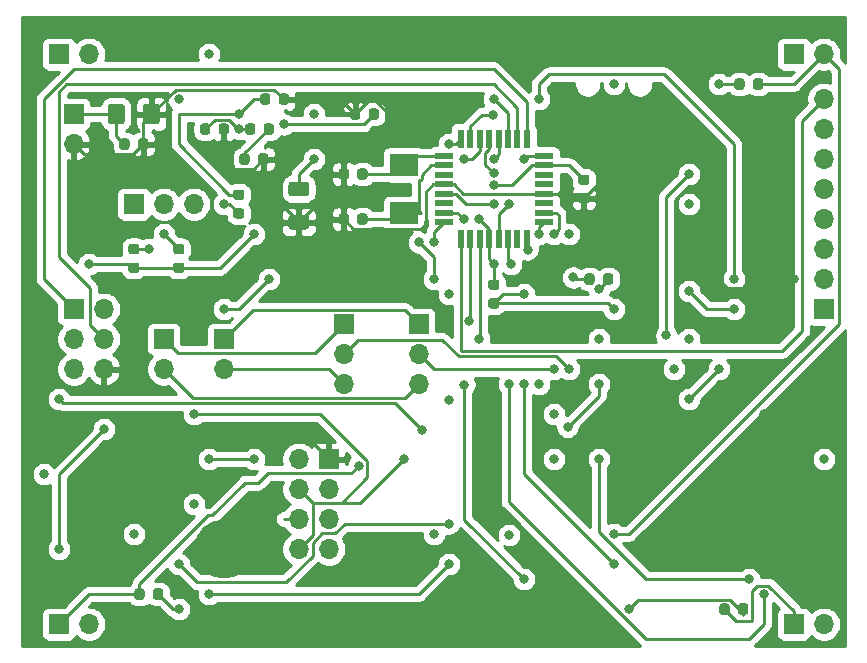
<source format=gbr>
G04 #@! TF.GenerationSoftware,KiCad,Pcbnew,(5.1.6)-1*
G04 #@! TF.CreationDate,2020-09-09T15:03:48-04:00*
G04 #@! TF.ProjectId,electronique_drone,656c6563-7472-46f6-9e69-7175655f6472,2*
G04 #@! TF.SameCoordinates,Original*
G04 #@! TF.FileFunction,Copper,L4,Bot*
G04 #@! TF.FilePolarity,Positive*
%FSLAX46Y46*%
G04 Gerber Fmt 4.6, Leading zero omitted, Abs format (unit mm)*
G04 Created by KiCad (PCBNEW (5.1.6)-1) date 2020-09-09 15:03:48*
%MOMM*%
%LPD*%
G01*
G04 APERTURE LIST*
G04 #@! TA.AperFunction,ComponentPad*
%ADD10R,1.700000X1.700000*%
G04 #@! TD*
G04 #@! TA.AperFunction,ComponentPad*
%ADD11O,1.700000X1.700000*%
G04 #@! TD*
G04 #@! TA.AperFunction,SMDPad,CuDef*
%ADD12R,1.600000X0.550000*%
G04 #@! TD*
G04 #@! TA.AperFunction,SMDPad,CuDef*
%ADD13R,0.550000X1.600000*%
G04 #@! TD*
G04 #@! TA.AperFunction,SMDPad,CuDef*
%ADD14R,2.400000X1.900000*%
G04 #@! TD*
G04 #@! TA.AperFunction,ViaPad*
%ADD15C,5.000000*%
G04 #@! TD*
G04 #@! TA.AperFunction,ViaPad*
%ADD16C,4.000000*%
G04 #@! TD*
G04 #@! TA.AperFunction,ViaPad*
%ADD17C,0.800000*%
G04 #@! TD*
G04 #@! TA.AperFunction,Conductor*
%ADD18C,0.250000*%
G04 #@! TD*
G04 #@! TA.AperFunction,Conductor*
%ADD19C,0.254000*%
G04 #@! TD*
G04 APERTURE END LIST*
D10*
X49530000Y-58420000D03*
D11*
X49530000Y-60960000D03*
G04 #@! TA.AperFunction,SMDPad,CuDef*
G36*
G01*
X52410000Y-59045000D02*
X52410000Y-57795000D01*
G75*
G02*
X52660000Y-57545000I250000J0D01*
G01*
X53585000Y-57545000D01*
G75*
G02*
X53835000Y-57795000I0J-250000D01*
G01*
X53835000Y-59045000D01*
G75*
G02*
X53585000Y-59295000I-250000J0D01*
G01*
X52660000Y-59295000D01*
G75*
G02*
X52410000Y-59045000I0J250000D01*
G01*
G37*
G04 #@! TD.AperFunction*
G04 #@! TA.AperFunction,SMDPad,CuDef*
G36*
G01*
X55385000Y-59045000D02*
X55385000Y-57795000D01*
G75*
G02*
X55635000Y-57545000I250000J0D01*
G01*
X56560000Y-57545000D01*
G75*
G02*
X56810000Y-57795000I0J-250000D01*
G01*
X56810000Y-59045000D01*
G75*
G02*
X56560000Y-59295000I-250000J0D01*
G01*
X55635000Y-59295000D01*
G75*
G02*
X55385000Y-59045000I0J250000D01*
G01*
G37*
G04 #@! TD.AperFunction*
G04 #@! TA.AperFunction,SMDPad,CuDef*
G36*
G01*
X53385000Y-61216250D02*
X53385000Y-60703750D01*
G75*
G02*
X53603750Y-60485000I218750J0D01*
G01*
X54041250Y-60485000D01*
G75*
G02*
X54260000Y-60703750I0J-218750D01*
G01*
X54260000Y-61216250D01*
G75*
G02*
X54041250Y-61435000I-218750J0D01*
G01*
X53603750Y-61435000D01*
G75*
G02*
X53385000Y-61216250I0J218750D01*
G01*
G37*
G04 #@! TD.AperFunction*
G04 #@! TA.AperFunction,SMDPad,CuDef*
G36*
G01*
X54960000Y-61216250D02*
X54960000Y-60703750D01*
G75*
G02*
X55178750Y-60485000I218750J0D01*
G01*
X55616250Y-60485000D01*
G75*
G02*
X55835000Y-60703750I0J-218750D01*
G01*
X55835000Y-61216250D01*
G75*
G02*
X55616250Y-61435000I-218750J0D01*
G01*
X55178750Y-61435000D01*
G75*
G02*
X54960000Y-61216250I0J218750D01*
G01*
G37*
G04 #@! TD.AperFunction*
G04 #@! TA.AperFunction,SMDPad,CuDef*
G36*
G01*
X60217500Y-59946250D02*
X60217500Y-59433750D01*
G75*
G02*
X60436250Y-59215000I218750J0D01*
G01*
X60873750Y-59215000D01*
G75*
G02*
X61092500Y-59433750I0J-218750D01*
G01*
X61092500Y-59946250D01*
G75*
G02*
X60873750Y-60165000I-218750J0D01*
G01*
X60436250Y-60165000D01*
G75*
G02*
X60217500Y-59946250I0J218750D01*
G01*
G37*
G04 #@! TD.AperFunction*
G04 #@! TA.AperFunction,SMDPad,CuDef*
G36*
G01*
X61792500Y-59946250D02*
X61792500Y-59433750D01*
G75*
G02*
X62011250Y-59215000I218750J0D01*
G01*
X62448750Y-59215000D01*
G75*
G02*
X62667500Y-59433750I0J-218750D01*
G01*
X62667500Y-59946250D01*
G75*
G02*
X62448750Y-60165000I-218750J0D01*
G01*
X62011250Y-60165000D01*
G75*
G02*
X61792500Y-59946250I0J218750D01*
G01*
G37*
G04 #@! TD.AperFunction*
G04 #@! TA.AperFunction,SMDPad,CuDef*
G36*
G01*
X65297500Y-57406250D02*
X65297500Y-56893750D01*
G75*
G02*
X65516250Y-56675000I218750J0D01*
G01*
X65953750Y-56675000D01*
G75*
G02*
X66172500Y-56893750I0J-218750D01*
G01*
X66172500Y-57406250D01*
G75*
G02*
X65953750Y-57625000I-218750J0D01*
G01*
X65516250Y-57625000D01*
G75*
G02*
X65297500Y-57406250I0J218750D01*
G01*
G37*
G04 #@! TD.AperFunction*
G04 #@! TA.AperFunction,SMDPad,CuDef*
G36*
G01*
X66872500Y-57406250D02*
X66872500Y-56893750D01*
G75*
G02*
X67091250Y-56675000I218750J0D01*
G01*
X67528750Y-56675000D01*
G75*
G02*
X67747500Y-56893750I0J-218750D01*
G01*
X67747500Y-57406250D01*
G75*
G02*
X67528750Y-57625000I-218750J0D01*
G01*
X67091250Y-57625000D01*
G75*
G02*
X66872500Y-57406250I0J218750D01*
G01*
G37*
G04 #@! TD.AperFunction*
G04 #@! TA.AperFunction,SMDPad,CuDef*
G36*
G01*
X65602500Y-59946250D02*
X65602500Y-59433750D01*
G75*
G02*
X65821250Y-59215000I218750J0D01*
G01*
X66258750Y-59215000D01*
G75*
G02*
X66477500Y-59433750I0J-218750D01*
G01*
X66477500Y-59946250D01*
G75*
G02*
X66258750Y-60165000I-218750J0D01*
G01*
X65821250Y-60165000D01*
G75*
G02*
X65602500Y-59946250I0J218750D01*
G01*
G37*
G04 #@! TD.AperFunction*
G04 #@! TA.AperFunction,SMDPad,CuDef*
G36*
G01*
X64027500Y-59946250D02*
X64027500Y-59433750D01*
G75*
G02*
X64246250Y-59215000I218750J0D01*
G01*
X64683750Y-59215000D01*
G75*
G02*
X64902500Y-59433750I0J-218750D01*
G01*
X64902500Y-59946250D01*
G75*
G02*
X64683750Y-60165000I-218750J0D01*
G01*
X64246250Y-60165000D01*
G75*
G02*
X64027500Y-59946250I0J218750D01*
G01*
G37*
G04 #@! TD.AperFunction*
G04 #@! TA.AperFunction,SMDPad,CuDef*
G36*
G01*
X92453750Y-65120000D02*
X92966250Y-65120000D01*
G75*
G02*
X93185000Y-65338750I0J-218750D01*
G01*
X93185000Y-65776250D01*
G75*
G02*
X92966250Y-65995000I-218750J0D01*
G01*
X92453750Y-65995000D01*
G75*
G02*
X92235000Y-65776250I0J218750D01*
G01*
X92235000Y-65338750D01*
G75*
G02*
X92453750Y-65120000I218750J0D01*
G01*
G37*
G04 #@! TD.AperFunction*
G04 #@! TA.AperFunction,SMDPad,CuDef*
G36*
G01*
X92453750Y-63545000D02*
X92966250Y-63545000D01*
G75*
G02*
X93185000Y-63763750I0J-218750D01*
G01*
X93185000Y-64201250D01*
G75*
G02*
X92966250Y-64420000I-218750J0D01*
G01*
X92453750Y-64420000D01*
G75*
G02*
X92235000Y-64201250I0J218750D01*
G01*
X92235000Y-63763750D01*
G75*
G02*
X92453750Y-63545000I218750J0D01*
G01*
G37*
G04 #@! TD.AperFunction*
G04 #@! TA.AperFunction,SMDPad,CuDef*
G36*
G01*
X74402500Y-67053750D02*
X74402500Y-67566250D01*
G75*
G02*
X74183750Y-67785000I-218750J0D01*
G01*
X73746250Y-67785000D01*
G75*
G02*
X73527500Y-67566250I0J218750D01*
G01*
X73527500Y-67053750D01*
G75*
G02*
X73746250Y-66835000I218750J0D01*
G01*
X74183750Y-66835000D01*
G75*
G02*
X74402500Y-67053750I0J-218750D01*
G01*
G37*
G04 #@! TD.AperFunction*
G04 #@! TA.AperFunction,SMDPad,CuDef*
G36*
G01*
X72827500Y-67053750D02*
X72827500Y-67566250D01*
G75*
G02*
X72608750Y-67785000I-218750J0D01*
G01*
X72171250Y-67785000D01*
G75*
G02*
X71952500Y-67566250I0J218750D01*
G01*
X71952500Y-67053750D01*
G75*
G02*
X72171250Y-66835000I218750J0D01*
G01*
X72608750Y-66835000D01*
G75*
G02*
X72827500Y-67053750I0J-218750D01*
G01*
G37*
G04 #@! TD.AperFunction*
G04 #@! TA.AperFunction,SMDPad,CuDef*
G36*
G01*
X72827500Y-63243750D02*
X72827500Y-63756250D01*
G75*
G02*
X72608750Y-63975000I-218750J0D01*
G01*
X72171250Y-63975000D01*
G75*
G02*
X71952500Y-63756250I0J218750D01*
G01*
X71952500Y-63243750D01*
G75*
G02*
X72171250Y-63025000I218750J0D01*
G01*
X72608750Y-63025000D01*
G75*
G02*
X72827500Y-63243750I0J-218750D01*
G01*
G37*
G04 #@! TD.AperFunction*
G04 #@! TA.AperFunction,SMDPad,CuDef*
G36*
G01*
X74402500Y-63243750D02*
X74402500Y-63756250D01*
G75*
G02*
X74183750Y-63975000I-218750J0D01*
G01*
X73746250Y-63975000D01*
G75*
G02*
X73527500Y-63756250I0J218750D01*
G01*
X73527500Y-63243750D01*
G75*
G02*
X73746250Y-63025000I218750J0D01*
G01*
X74183750Y-63025000D01*
G75*
G02*
X74402500Y-63243750I0J-218750D01*
G01*
G37*
G04 #@! TD.AperFunction*
D10*
X49530000Y-74930000D03*
D11*
X52070000Y-74930000D03*
X49530000Y-77470000D03*
X52070000Y-77470000D03*
X49530000Y-80010000D03*
X52070000Y-80010000D03*
D10*
X54610000Y-66040000D03*
D11*
X57150000Y-66040000D03*
X59690000Y-66040000D03*
D10*
X72390000Y-76200000D03*
D11*
X72390000Y-78740000D03*
X72390000Y-81280000D03*
X78740000Y-81280000D03*
X78740000Y-78740000D03*
D10*
X78740000Y-76200000D03*
D11*
X57150000Y-80010000D03*
D10*
X57150000Y-77470000D03*
X62230000Y-77470000D03*
D11*
X62230000Y-80010000D03*
X50800000Y-53340000D03*
D10*
X48260000Y-53340000D03*
X110490000Y-53340000D03*
D11*
X113030000Y-53340000D03*
X50800000Y-101600000D03*
D10*
X48260000Y-101600000D03*
X110490000Y-101600000D03*
D11*
X113030000Y-101600000D03*
G04 #@! TA.AperFunction,SMDPad,CuDef*
G36*
G01*
X63545000Y-62486250D02*
X63545000Y-61973750D01*
G75*
G02*
X63763750Y-61755000I218750J0D01*
G01*
X64201250Y-61755000D01*
G75*
G02*
X64420000Y-61973750I0J-218750D01*
G01*
X64420000Y-62486250D01*
G75*
G02*
X64201250Y-62705000I-218750J0D01*
G01*
X63763750Y-62705000D01*
G75*
G02*
X63545000Y-62486250I0J218750D01*
G01*
G37*
G04 #@! TD.AperFunction*
G04 #@! TA.AperFunction,SMDPad,CuDef*
G36*
G01*
X65120000Y-62486250D02*
X65120000Y-61973750D01*
G75*
G02*
X65338750Y-61755000I218750J0D01*
G01*
X65776250Y-61755000D01*
G75*
G02*
X65995000Y-61973750I0J-218750D01*
G01*
X65995000Y-62486250D01*
G75*
G02*
X65776250Y-62705000I-218750J0D01*
G01*
X65338750Y-62705000D01*
G75*
G02*
X65120000Y-62486250I0J218750D01*
G01*
G37*
G04 #@! TD.AperFunction*
G04 #@! TA.AperFunction,SMDPad,CuDef*
G36*
G01*
X54353750Y-70987500D02*
X54866250Y-70987500D01*
G75*
G02*
X55085000Y-71206250I0J-218750D01*
G01*
X55085000Y-71643750D01*
G75*
G02*
X54866250Y-71862500I-218750J0D01*
G01*
X54353750Y-71862500D01*
G75*
G02*
X54135000Y-71643750I0J218750D01*
G01*
X54135000Y-71206250D01*
G75*
G02*
X54353750Y-70987500I218750J0D01*
G01*
G37*
G04 #@! TD.AperFunction*
G04 #@! TA.AperFunction,SMDPad,CuDef*
G36*
G01*
X54353750Y-69412500D02*
X54866250Y-69412500D01*
G75*
G02*
X55085000Y-69631250I0J-218750D01*
G01*
X55085000Y-70068750D01*
G75*
G02*
X54866250Y-70287500I-218750J0D01*
G01*
X54353750Y-70287500D01*
G75*
G02*
X54135000Y-70068750I0J218750D01*
G01*
X54135000Y-69631250D01*
G75*
G02*
X54353750Y-69412500I218750J0D01*
G01*
G37*
G04 #@! TD.AperFunction*
G04 #@! TA.AperFunction,SMDPad,CuDef*
G36*
G01*
X74492500Y-58676250D02*
X74492500Y-58163750D01*
G75*
G02*
X74711250Y-57945000I218750J0D01*
G01*
X75148750Y-57945000D01*
G75*
G02*
X75367500Y-58163750I0J-218750D01*
G01*
X75367500Y-58676250D01*
G75*
G02*
X75148750Y-58895000I-218750J0D01*
G01*
X74711250Y-58895000D01*
G75*
G02*
X74492500Y-58676250I0J218750D01*
G01*
G37*
G04 #@! TD.AperFunction*
G04 #@! TA.AperFunction,SMDPad,CuDef*
G36*
G01*
X72917500Y-58676250D02*
X72917500Y-58163750D01*
G75*
G02*
X73136250Y-57945000I218750J0D01*
G01*
X73573750Y-57945000D01*
G75*
G02*
X73792500Y-58163750I0J-218750D01*
G01*
X73792500Y-58676250D01*
G75*
G02*
X73573750Y-58895000I-218750J0D01*
G01*
X73136250Y-58895000D01*
G75*
G02*
X72917500Y-58676250I0J218750D01*
G01*
G37*
G04 #@! TD.AperFunction*
G04 #@! TA.AperFunction,SMDPad,CuDef*
G36*
G01*
X63756250Y-65690000D02*
X63243750Y-65690000D01*
G75*
G02*
X63025000Y-65471250I0J218750D01*
G01*
X63025000Y-65033750D01*
G75*
G02*
X63243750Y-64815000I218750J0D01*
G01*
X63756250Y-64815000D01*
G75*
G02*
X63975000Y-65033750I0J-218750D01*
G01*
X63975000Y-65471250D01*
G75*
G02*
X63756250Y-65690000I-218750J0D01*
G01*
G37*
G04 #@! TD.AperFunction*
G04 #@! TA.AperFunction,SMDPad,CuDef*
G36*
G01*
X63756250Y-67265000D02*
X63243750Y-67265000D01*
G75*
G02*
X63025000Y-67046250I0J218750D01*
G01*
X63025000Y-66608750D01*
G75*
G02*
X63243750Y-66390000I218750J0D01*
G01*
X63756250Y-66390000D01*
G75*
G02*
X63975000Y-66608750I0J-218750D01*
G01*
X63975000Y-67046250D01*
G75*
G02*
X63756250Y-67265000I-218750J0D01*
G01*
G37*
G04 #@! TD.AperFunction*
G04 #@! TA.AperFunction,SMDPad,CuDef*
G36*
G01*
X67955000Y-64145000D02*
X69205000Y-64145000D01*
G75*
G02*
X69455000Y-64395000I0J-250000D01*
G01*
X69455000Y-65145000D01*
G75*
G02*
X69205000Y-65395000I-250000J0D01*
G01*
X67955000Y-65395000D01*
G75*
G02*
X67705000Y-65145000I0J250000D01*
G01*
X67705000Y-64395000D01*
G75*
G02*
X67955000Y-64145000I250000J0D01*
G01*
G37*
G04 #@! TD.AperFunction*
G04 #@! TA.AperFunction,SMDPad,CuDef*
G36*
G01*
X67955000Y-66945000D02*
X69205000Y-66945000D01*
G75*
G02*
X69455000Y-67195000I0J-250000D01*
G01*
X69455000Y-67945000D01*
G75*
G02*
X69205000Y-68195000I-250000J0D01*
G01*
X67955000Y-68195000D01*
G75*
G02*
X67705000Y-67945000I0J250000D01*
G01*
X67705000Y-67195000D01*
G75*
G02*
X67955000Y-66945000I250000J0D01*
G01*
G37*
G04 #@! TD.AperFunction*
G04 #@! TA.AperFunction,SMDPad,CuDef*
G36*
G01*
X58163750Y-70987500D02*
X58676250Y-70987500D01*
G75*
G02*
X58895000Y-71206250I0J-218750D01*
G01*
X58895000Y-71643750D01*
G75*
G02*
X58676250Y-71862500I-218750J0D01*
G01*
X58163750Y-71862500D01*
G75*
G02*
X57945000Y-71643750I0J218750D01*
G01*
X57945000Y-71206250D01*
G75*
G02*
X58163750Y-70987500I218750J0D01*
G01*
G37*
G04 #@! TD.AperFunction*
G04 #@! TA.AperFunction,SMDPad,CuDef*
G36*
G01*
X58163750Y-69412500D02*
X58676250Y-69412500D01*
G75*
G02*
X58895000Y-69631250I0J-218750D01*
G01*
X58895000Y-70068750D01*
G75*
G02*
X58676250Y-70287500I-218750J0D01*
G01*
X58163750Y-70287500D01*
G75*
G02*
X57945000Y-70068750I0J218750D01*
G01*
X57945000Y-69631250D01*
G75*
G02*
X58163750Y-69412500I218750J0D01*
G01*
G37*
G04 #@! TD.AperFunction*
G04 #@! TA.AperFunction,SMDPad,CuDef*
G36*
G01*
X85346250Y-73310000D02*
X84833750Y-73310000D01*
G75*
G02*
X84615000Y-73091250I0J218750D01*
G01*
X84615000Y-72653750D01*
G75*
G02*
X84833750Y-72435000I218750J0D01*
G01*
X85346250Y-72435000D01*
G75*
G02*
X85565000Y-72653750I0J-218750D01*
G01*
X85565000Y-73091250D01*
G75*
G02*
X85346250Y-73310000I-218750J0D01*
G01*
G37*
G04 #@! TD.AperFunction*
G04 #@! TA.AperFunction,SMDPad,CuDef*
G36*
G01*
X85346250Y-74885000D02*
X84833750Y-74885000D01*
G75*
G02*
X84615000Y-74666250I0J218750D01*
G01*
X84615000Y-74228750D01*
G75*
G02*
X84833750Y-74010000I218750J0D01*
G01*
X85346250Y-74010000D01*
G75*
G02*
X85565000Y-74228750I0J-218750D01*
G01*
X85565000Y-74666250D01*
G75*
G02*
X85346250Y-74885000I-218750J0D01*
G01*
G37*
G04 #@! TD.AperFunction*
G04 #@! TA.AperFunction,SMDPad,CuDef*
G36*
G01*
X95205000Y-72133750D02*
X95205000Y-72646250D01*
G75*
G02*
X94986250Y-72865000I-218750J0D01*
G01*
X94548750Y-72865000D01*
G75*
G02*
X94330000Y-72646250I0J218750D01*
G01*
X94330000Y-72133750D01*
G75*
G02*
X94548750Y-71915000I218750J0D01*
G01*
X94986250Y-71915000D01*
G75*
G02*
X95205000Y-72133750I0J-218750D01*
G01*
G37*
G04 #@! TD.AperFunction*
G04 #@! TA.AperFunction,SMDPad,CuDef*
G36*
G01*
X93630000Y-72133750D02*
X93630000Y-72646250D01*
G75*
G02*
X93411250Y-72865000I-218750J0D01*
G01*
X92973750Y-72865000D01*
G75*
G02*
X92755000Y-72646250I0J218750D01*
G01*
X92755000Y-72133750D01*
G75*
G02*
X92973750Y-71915000I218750J0D01*
G01*
X93411250Y-71915000D01*
G75*
G02*
X93630000Y-72133750I0J-218750D01*
G01*
G37*
G04 #@! TD.AperFunction*
G04 #@! TA.AperFunction,SMDPad,CuDef*
G36*
G01*
X56230000Y-99316250D02*
X56230000Y-98803750D01*
G75*
G02*
X56448750Y-98585000I218750J0D01*
G01*
X56886250Y-98585000D01*
G75*
G02*
X57105000Y-98803750I0J-218750D01*
G01*
X57105000Y-99316250D01*
G75*
G02*
X56886250Y-99535000I-218750J0D01*
G01*
X56448750Y-99535000D01*
G75*
G02*
X56230000Y-99316250I0J218750D01*
G01*
G37*
G04 #@! TD.AperFunction*
G04 #@! TA.AperFunction,SMDPad,CuDef*
G36*
G01*
X54655000Y-99316250D02*
X54655000Y-98803750D01*
G75*
G02*
X54873750Y-98585000I218750J0D01*
G01*
X55311250Y-98585000D01*
G75*
G02*
X55530000Y-98803750I0J-218750D01*
G01*
X55530000Y-99316250D01*
G75*
G02*
X55311250Y-99535000I-218750J0D01*
G01*
X54873750Y-99535000D01*
G75*
G02*
X54655000Y-99316250I0J218750D01*
G01*
G37*
G04 #@! TD.AperFunction*
G04 #@! TA.AperFunction,SMDPad,CuDef*
G36*
G01*
X104185000Y-100586250D02*
X104185000Y-100073750D01*
G75*
G02*
X104403750Y-99855000I218750J0D01*
G01*
X104841250Y-99855000D01*
G75*
G02*
X105060000Y-100073750I0J-218750D01*
G01*
X105060000Y-100586250D01*
G75*
G02*
X104841250Y-100805000I-218750J0D01*
G01*
X104403750Y-100805000D01*
G75*
G02*
X104185000Y-100586250I0J218750D01*
G01*
G37*
G04 #@! TD.AperFunction*
G04 #@! TA.AperFunction,SMDPad,CuDef*
G36*
G01*
X105760000Y-100586250D02*
X105760000Y-100073750D01*
G75*
G02*
X105978750Y-99855000I218750J0D01*
G01*
X106416250Y-99855000D01*
G75*
G02*
X106635000Y-100073750I0J-218750D01*
G01*
X106635000Y-100586250D01*
G75*
G02*
X106416250Y-100805000I-218750J0D01*
G01*
X105978750Y-100805000D01*
G75*
G02*
X105760000Y-100586250I0J218750D01*
G01*
G37*
G04 #@! TD.AperFunction*
G04 #@! TA.AperFunction,SMDPad,CuDef*
G36*
G01*
X105455000Y-56136250D02*
X105455000Y-55623750D01*
G75*
G02*
X105673750Y-55405000I218750J0D01*
G01*
X106111250Y-55405000D01*
G75*
G02*
X106330000Y-55623750I0J-218750D01*
G01*
X106330000Y-56136250D01*
G75*
G02*
X106111250Y-56355000I-218750J0D01*
G01*
X105673750Y-56355000D01*
G75*
G02*
X105455000Y-56136250I0J218750D01*
G01*
G37*
G04 #@! TD.AperFunction*
G04 #@! TA.AperFunction,SMDPad,CuDef*
G36*
G01*
X107030000Y-56136250D02*
X107030000Y-55623750D01*
G75*
G02*
X107248750Y-55405000I218750J0D01*
G01*
X107686250Y-55405000D01*
G75*
G02*
X107905000Y-55623750I0J-218750D01*
G01*
X107905000Y-56136250D01*
G75*
G02*
X107686250Y-56355000I-218750J0D01*
G01*
X107248750Y-56355000D01*
G75*
G02*
X107030000Y-56136250I0J218750D01*
G01*
G37*
G04 #@! TD.AperFunction*
D12*
X80840000Y-67570000D03*
X80840000Y-66770000D03*
X80840000Y-65970000D03*
X80840000Y-65170000D03*
X80840000Y-64370000D03*
X80840000Y-63570000D03*
X80840000Y-62770000D03*
X80840000Y-61970000D03*
D13*
X82290000Y-60520000D03*
X83090000Y-60520000D03*
X83890000Y-60520000D03*
X84690000Y-60520000D03*
X85490000Y-60520000D03*
X86290000Y-60520000D03*
X87090000Y-60520000D03*
X87890000Y-60520000D03*
D12*
X89340000Y-61970000D03*
X89340000Y-62770000D03*
X89340000Y-63570000D03*
X89340000Y-64370000D03*
X89340000Y-65170000D03*
X89340000Y-65970000D03*
X89340000Y-66770000D03*
X89340000Y-67570000D03*
D13*
X87890000Y-69020000D03*
X87090000Y-69020000D03*
X86290000Y-69020000D03*
X85490000Y-69020000D03*
X84690000Y-69020000D03*
X83890000Y-69020000D03*
X83090000Y-69020000D03*
X82290000Y-69020000D03*
D10*
X113030000Y-74930000D03*
D11*
X113030000Y-72390000D03*
X113030000Y-69850000D03*
X113030000Y-67310000D03*
X113030000Y-64770000D03*
X113030000Y-62230000D03*
X113030000Y-59690000D03*
X113030000Y-57150000D03*
D10*
X71120000Y-87630000D03*
D11*
X68580000Y-87630000D03*
X71120000Y-90170000D03*
X68580000Y-90170000D03*
X71120000Y-92710000D03*
X68580000Y-92710000D03*
X71120000Y-95250000D03*
X68580000Y-95250000D03*
D14*
X77470000Y-66820000D03*
X77470000Y-62720000D03*
D15*
X62250000Y-95229000D03*
D16*
X95250000Y-62230000D03*
D17*
X62230000Y-62230000D03*
X72390000Y-60960000D03*
X69850000Y-66040016D03*
X67310000Y-85090000D03*
X96520000Y-86179999D03*
X95250000Y-91440000D03*
X107950000Y-83820000D03*
X106680000Y-90170000D03*
X110490000Y-72390000D03*
X104140000Y-72390000D03*
X63500000Y-59690000D03*
X63500000Y-58420000D03*
X87630000Y-73660000D03*
X95250000Y-74930000D03*
X101600001Y-73405097D03*
X105410000Y-74930000D03*
X85090000Y-66040000D03*
X85090000Y-64445000D03*
X62230000Y-74930000D03*
X66040000Y-72390000D03*
X77470000Y-87630000D03*
X59690000Y-83820000D03*
X85090000Y-71120000D03*
X83820000Y-67310000D03*
X101600000Y-66040000D03*
X58420000Y-57150000D03*
X69850000Y-58420000D03*
X81270769Y-93102500D03*
X58420000Y-96520000D03*
X104140000Y-55880000D03*
X113030000Y-87630000D03*
X90170000Y-87630000D03*
X58420000Y-100330000D03*
X81280000Y-96520000D03*
X60960000Y-99060000D03*
X96520000Y-100330000D03*
X99695842Y-77160000D03*
X101600000Y-63500000D03*
X101600000Y-77470000D03*
X95250000Y-55880000D03*
X87630000Y-62230000D03*
X91440000Y-80010000D03*
X91440000Y-68580000D03*
X83820000Y-77470000D03*
X83015000Y-75946770D03*
X90170000Y-80010000D03*
X93980000Y-73260000D03*
X78982500Y-85133903D03*
X48260000Y-82550000D03*
X60960000Y-53340000D03*
X95250000Y-93980000D03*
X73660000Y-88174990D03*
X69850000Y-62230000D03*
X62230000Y-66040000D03*
X67310000Y-59290000D03*
X91816174Y-72247664D03*
X86360000Y-66040000D03*
X86540001Y-71120000D03*
X59690000Y-91440000D03*
X54610000Y-93980000D03*
X64770000Y-87630014D03*
X60960000Y-87630000D03*
X52070000Y-85090000D03*
X48260000Y-95250000D03*
X81323903Y-82593903D03*
X80010000Y-69285000D03*
X86360000Y-94070000D03*
X80010000Y-72390000D03*
X78740000Y-69285000D03*
X82550000Y-67310000D03*
X87630000Y-97790000D03*
X82593903Y-81323903D03*
X81280000Y-73660000D03*
X81280000Y-60960000D03*
X101600000Y-82550000D03*
X104140000Y-80010000D03*
X85052347Y-58457653D03*
X95250000Y-96520000D03*
X87630000Y-81280000D03*
X82550000Y-62230000D03*
X93980000Y-87630000D03*
X106680002Y-97790000D03*
X91333995Y-84903096D03*
X93980000Y-81280000D03*
X93980000Y-77470000D03*
X105410000Y-72390000D03*
X88900000Y-57150000D03*
X85090000Y-63444997D03*
X107950000Y-99060000D03*
X86360000Y-81280000D03*
X85090000Y-62230000D03*
X80010000Y-93980000D03*
X85090000Y-57150000D03*
X64770000Y-68580000D03*
X46990000Y-88900000D03*
X50800000Y-71120000D03*
X57150000Y-68580000D03*
X55880000Y-69850000D03*
X90170000Y-83820000D03*
X90170000Y-68580000D03*
X88900000Y-81280000D03*
X88900000Y-68580000D03*
X100330000Y-80010000D03*
X87961194Y-69887493D03*
D18*
X53122500Y-60260000D02*
X53822500Y-60960000D01*
X53122500Y-58420000D02*
X53122500Y-60260000D01*
X49530000Y-58420000D02*
X53122500Y-58420000D01*
X55397500Y-59120000D02*
X56097500Y-58420000D01*
X55397500Y-60960000D02*
X55397500Y-59120000D01*
X54547501Y-61809999D02*
X55397500Y-60960000D01*
X50379999Y-61809999D02*
X54547501Y-61809999D01*
X49530000Y-60960000D02*
X50379999Y-61809999D01*
X64757490Y-63030010D02*
X65557500Y-62230000D01*
X63030010Y-63030010D02*
X64757490Y-63030010D01*
X62230000Y-62230000D02*
X63030010Y-63030010D01*
X65557500Y-64547500D02*
X68580000Y-67570000D01*
X65557500Y-62230000D02*
X65557500Y-64547500D01*
X72085000Y-57150000D02*
X73355000Y-58420000D01*
X67310000Y-57150000D02*
X72085000Y-57150000D01*
X72390000Y-60960000D02*
X74930000Y-60960000D01*
X74930000Y-60960000D02*
X76200000Y-59690000D01*
X76200000Y-58446006D02*
X74903994Y-57150000D01*
X76200000Y-59690000D02*
X76200000Y-58446006D01*
X74625000Y-57150000D02*
X73355000Y-58420000D01*
X74903994Y-57150000D02*
X74625000Y-57150000D01*
X62230000Y-59690000D02*
X62230000Y-62230000D01*
X66509990Y-56349990D02*
X67310000Y-57150000D01*
X56097500Y-58420000D02*
X58167510Y-56349990D01*
X58167510Y-56349990D02*
X66509990Y-56349990D01*
X68580000Y-67570000D02*
X69850000Y-66300000D01*
X69850000Y-66300000D02*
X69850000Y-66040016D01*
X92322500Y-65170000D02*
X89340000Y-65170000D01*
X92710000Y-65557500D02*
X92322500Y-65170000D01*
X81700002Y-64370000D02*
X80840000Y-64370000D01*
X82500002Y-65170000D02*
X81700002Y-64370000D01*
X89340000Y-65170000D02*
X82500002Y-65170000D01*
X72390000Y-63500000D02*
X72390000Y-60960000D01*
X72390000Y-67310000D02*
X72390000Y-63500000D01*
X73190010Y-68110010D02*
X72390000Y-67310000D01*
X79370010Y-67654992D02*
X78914992Y-68110010D01*
X79370010Y-64979988D02*
X79370010Y-67654992D01*
X78914992Y-68110010D02*
X73190010Y-68110010D01*
X79979998Y-64370000D02*
X79370010Y-64979988D01*
X80840000Y-64370000D02*
X79979998Y-64370000D01*
X68580000Y-85090000D02*
X71120000Y-87630000D01*
X67310000Y-85090000D02*
X68580000Y-85090000D01*
X95250000Y-63017500D02*
X95250000Y-62230000D01*
X92710000Y-65557500D02*
X95250000Y-63017500D01*
X96520000Y-86179999D02*
X95250000Y-87449999D01*
X95250000Y-87449999D02*
X95250000Y-91440000D01*
X107950000Y-83820000D02*
X106680000Y-85090000D01*
X106680000Y-85090000D02*
X106680000Y-90170000D01*
X104865001Y-73115001D02*
X104140000Y-72390000D01*
X110490000Y-72390000D02*
X109764999Y-73115001D01*
X109764999Y-73115001D02*
X104865001Y-73115001D01*
X63500000Y-59690000D02*
X64465000Y-59690000D01*
X61455010Y-58889990D02*
X60655000Y-59690000D01*
X63473994Y-59690000D02*
X62673984Y-58889990D01*
X62673984Y-58889990D02*
X61455010Y-58889990D01*
X64465000Y-59690000D02*
X63473994Y-59690000D01*
X64770000Y-57150000D02*
X65735000Y-57150000D01*
X63500000Y-58420000D02*
X64770000Y-57150000D01*
X63500000Y-65252500D02*
X62712500Y-65252500D01*
X62712500Y-65252500D02*
X58420000Y-60960000D01*
X58420000Y-60960000D02*
X58420000Y-58420000D01*
X58420000Y-58420000D02*
X63500000Y-58420000D01*
X63982500Y-61747500D02*
X66040000Y-59690000D01*
X63982500Y-62230000D02*
X63982500Y-61747500D01*
X85877500Y-73660000D02*
X85090000Y-74447500D01*
X87630000Y-73660000D02*
X85877500Y-73660000D01*
X85090000Y-74447500D02*
X94767500Y-74447500D01*
X94767500Y-74447500D02*
X95250000Y-74930000D01*
X101600001Y-73405097D02*
X103124904Y-74930000D01*
X103124904Y-74930000D02*
X105410000Y-74930000D01*
X91497500Y-62770000D02*
X89340000Y-62770000D01*
X92710000Y-63982500D02*
X91497500Y-62770000D01*
X80840000Y-65170000D02*
X81863592Y-65170000D01*
X82733592Y-66040000D02*
X85090000Y-66040000D01*
X81863592Y-65170000D02*
X82733592Y-66040000D01*
X62230000Y-74930000D02*
X63500000Y-74930000D01*
X63500000Y-74930000D02*
X66040000Y-72390000D01*
X85090000Y-64445000D02*
X86615000Y-64445000D01*
X86615000Y-64445000D02*
X88290000Y-62770000D01*
X88290000Y-62770000D02*
X89340000Y-62770000D01*
X69755001Y-91345001D02*
X73754999Y-91345001D01*
X73754999Y-91345001D02*
X77470000Y-87630000D01*
X69755001Y-94074999D02*
X68580000Y-95250000D01*
X69755001Y-91345001D02*
X69755001Y-94074999D01*
X68580000Y-90170000D02*
X69755001Y-91345001D01*
X74385002Y-87826988D02*
X70378014Y-83820000D01*
X72198001Y-91345001D02*
X74385001Y-89158001D01*
X74385001Y-89158001D02*
X74385002Y-87826988D01*
X70378014Y-83820000D02*
X60255685Y-83820000D01*
X69755001Y-91345001D02*
X72198001Y-91345001D01*
X60255685Y-83820000D02*
X59690000Y-83820000D01*
X76980000Y-67310000D02*
X77470000Y-66820000D01*
X73965000Y-67310000D02*
X76980000Y-67310000D01*
X79790000Y-62770000D02*
X80840000Y-62770000D01*
X78995001Y-63930001D02*
X78995001Y-63564999D01*
X78920000Y-66820000D02*
X78740000Y-66640000D01*
X78995001Y-63564999D02*
X79790000Y-62770000D01*
X78740000Y-66640000D02*
X78740000Y-63995001D01*
X77470000Y-66820000D02*
X78920000Y-66820000D01*
X78740000Y-63995001D02*
X78930001Y-63995001D01*
X78930001Y-63995001D02*
X78995001Y-63930001D01*
X78220000Y-61970000D02*
X80840000Y-61970000D01*
X77470000Y-62720000D02*
X78220000Y-61970000D01*
X76690000Y-63500000D02*
X77470000Y-62720000D01*
X73965000Y-63500000D02*
X76690000Y-63500000D01*
X84690000Y-70720000D02*
X84690000Y-69020000D01*
X85090000Y-71120000D02*
X84690000Y-70720000D01*
X84690000Y-68180000D02*
X84690000Y-69020000D01*
X83820000Y-67310000D02*
X84690000Y-68180000D01*
X85090000Y-72872500D02*
X85090000Y-71120000D01*
X59954001Y-98054001D02*
X58420000Y-96520000D01*
X69755001Y-95814001D02*
X67515001Y-98054001D01*
X67515001Y-98054001D02*
X59954001Y-98054001D01*
X72466502Y-93102500D02*
X71684001Y-93885001D01*
X70581409Y-93885001D02*
X69755001Y-94711409D01*
X81270769Y-93102500D02*
X72466502Y-93102500D01*
X71684001Y-93885001D02*
X70581409Y-93885001D01*
X69755001Y-94711409D02*
X69755001Y-95814001D01*
X105892500Y-55880000D02*
X104140000Y-55880000D01*
X57937500Y-100330000D02*
X56667500Y-99060000D01*
X58420000Y-100330000D02*
X57937500Y-100330000D01*
X81280000Y-96520000D02*
X78740000Y-99060000D01*
X78740000Y-99060000D02*
X60960000Y-99060000D01*
X106197500Y-100330000D02*
X106197500Y-100812500D01*
X105066484Y-99529990D02*
X97320010Y-99529990D01*
X97320010Y-99529990D02*
X96520000Y-100330000D01*
X106197500Y-100812500D02*
X106197500Y-100661006D01*
X106197500Y-100661006D02*
X105066484Y-99529990D01*
X71120000Y-80010000D02*
X72390000Y-81280000D01*
X62230000Y-80010000D02*
X71120000Y-80010000D01*
X99695842Y-65404158D02*
X99695842Y-77160000D01*
X101600000Y-63500000D02*
X99695842Y-65404158D01*
X46990000Y-72390000D02*
X49530000Y-74930000D01*
X87890000Y-57410000D02*
X85090000Y-54610000D01*
X85090000Y-54610000D02*
X49530000Y-54610000D01*
X49530000Y-54610000D02*
X46990000Y-57150000D01*
X87890000Y-60520000D02*
X87890000Y-57410000D01*
X46990000Y-57150000D02*
X46990000Y-72390000D01*
X89340000Y-61970000D02*
X87890000Y-61970000D01*
X87890000Y-61970000D02*
X87630000Y-62230000D01*
X48260000Y-70509000D02*
X50894999Y-73143999D01*
X50894999Y-73143999D02*
X50894999Y-76294999D01*
X87090000Y-57880000D02*
X85109981Y-55899981D01*
X87090000Y-60520000D02*
X87090000Y-57880000D01*
X85109981Y-55899981D02*
X48876429Y-55899981D01*
X50894999Y-76294999D02*
X52070000Y-77470000D01*
X48260000Y-56516410D02*
X48260000Y-70509000D01*
X48876429Y-55899981D02*
X48260000Y-56516410D01*
X73565001Y-77564999D02*
X80738589Y-77564999D01*
X72390000Y-78740000D02*
X73565001Y-77564999D01*
X80738589Y-77564999D02*
X82103600Y-78930010D01*
X82103600Y-78930010D02*
X90360010Y-78930010D01*
X90360010Y-78930010D02*
X91440000Y-80010000D01*
X83890000Y-69020000D02*
X83890000Y-77400000D01*
X83890000Y-77400000D02*
X83820000Y-77470000D01*
X69944999Y-78645001D02*
X72390000Y-76200000D01*
X58325001Y-78645001D02*
X69944999Y-78645001D01*
X57150000Y-77470000D02*
X58325001Y-78645001D01*
X83090000Y-69020000D02*
X83090000Y-75871770D01*
X83090000Y-75871770D02*
X83015000Y-75946770D01*
X77564999Y-75024999D02*
X78740000Y-76200000D01*
X64675001Y-75024999D02*
X77564999Y-75024999D01*
X62230000Y-77470000D02*
X64675001Y-75024999D01*
X78740000Y-78740000D02*
X80010000Y-80010000D01*
X80010000Y-80010000D02*
X90170000Y-80010000D01*
X94767500Y-72472500D02*
X93980000Y-73260000D01*
X94767500Y-72390000D02*
X94767500Y-72472500D01*
X77564999Y-82455001D02*
X78740000Y-81280000D01*
X59595001Y-82455001D02*
X77564999Y-82455001D01*
X57150000Y-80010000D02*
X59595001Y-82455001D01*
X76753608Y-82905011D02*
X48615011Y-82905011D01*
X78982500Y-85133903D02*
X76753608Y-82905011D01*
X48615011Y-82905011D02*
X48260000Y-82550000D01*
X110490000Y-55880000D02*
X113030000Y-53340000D01*
X107467500Y-55880000D02*
X110490000Y-55880000D01*
X96520000Y-93980000D02*
X95250000Y-93980000D01*
X114300000Y-76200000D02*
X96520000Y-93980000D01*
X113030000Y-53340000D02*
X114300000Y-54610000D01*
X114300000Y-54610000D02*
X114300000Y-76200000D01*
X50800000Y-99060000D02*
X48260000Y-101600000D01*
X55092500Y-99060000D02*
X50800000Y-99060000D01*
X65118001Y-89625005D02*
X65933006Y-88810000D01*
X64044995Y-89625005D02*
X65118001Y-89625005D01*
X61266001Y-92403999D02*
X64044995Y-89625005D01*
X55092500Y-98205498D02*
X60893999Y-92403999D01*
X55092500Y-99060000D02*
X55092500Y-98205498D01*
X65933006Y-88810000D02*
X73024990Y-88810000D01*
X60893999Y-92403999D02*
X61266001Y-92403999D01*
X73024990Y-88810000D02*
X73660000Y-88174990D01*
X110490000Y-100500000D02*
X108324999Y-98334999D01*
X110490000Y-101600000D02*
X110490000Y-100500000D01*
X108324999Y-98334999D02*
X107405001Y-98334999D01*
X106960010Y-98779990D02*
X106960010Y-101319990D01*
X107405001Y-98334999D02*
X106960010Y-98779990D01*
X105612490Y-101319990D02*
X104622500Y-100330000D01*
X106960010Y-101319990D02*
X105612490Y-101319990D01*
X68580000Y-64770000D02*
X68580000Y-63500000D01*
X68580000Y-63500000D02*
X69850000Y-62230000D01*
X62712500Y-66040000D02*
X63500000Y-66827500D01*
X62230000Y-66040000D02*
X62712500Y-66040000D01*
X74930000Y-58420000D02*
X74060000Y-59290000D01*
X74060000Y-59290000D02*
X67310000Y-59290000D01*
X93192500Y-72390000D02*
X91958510Y-72390000D01*
X91958510Y-72390000D02*
X91816174Y-72247664D01*
X85490000Y-69020000D02*
X85490000Y-66910000D01*
X85490000Y-66910000D02*
X86360000Y-66040000D01*
X86290000Y-69020000D02*
X86290000Y-70869999D01*
X86290000Y-70869999D02*
X86540001Y-71120000D01*
X82290000Y-69020000D02*
X82290000Y-78480000D01*
X82290000Y-78480000D02*
X109480000Y-78480000D01*
X111215001Y-58964999D02*
X113030000Y-57150000D01*
X111215001Y-76744999D02*
X111215001Y-58964999D01*
X109480000Y-78480000D02*
X111215001Y-76744999D01*
X67310000Y-92710000D02*
X68580000Y-92710000D01*
X64770000Y-87630014D02*
X60960014Y-87630014D01*
X60960014Y-87630014D02*
X60960000Y-87630000D01*
X52070000Y-85090000D02*
X48260000Y-88900000D01*
X48260000Y-88900000D02*
X48260000Y-95250000D01*
X80010000Y-68400000D02*
X80840000Y-67570000D01*
X80010000Y-69285000D02*
X80010000Y-68400000D01*
X80010000Y-72390000D02*
X80010000Y-70555000D01*
X80010000Y-70555000D02*
X78740000Y-69285000D01*
X82010000Y-66770000D02*
X80840000Y-66770000D01*
X82550000Y-67310000D02*
X82010000Y-66770000D01*
X87630000Y-97790000D02*
X82593903Y-92753903D01*
X82593903Y-92753903D02*
X82593903Y-81323903D01*
X81850000Y-60960000D02*
X82290000Y-60520000D01*
X81280000Y-60960000D02*
X81850000Y-60960000D01*
X101600000Y-82550000D02*
X104140000Y-80010000D01*
X83090000Y-59470000D02*
X83090000Y-60520000D01*
X84102347Y-58457653D02*
X83090000Y-59470000D01*
X85052347Y-58457653D02*
X84102347Y-58457653D01*
X95250000Y-96520000D02*
X87630000Y-88900000D01*
X87630000Y-88900000D02*
X87630000Y-81280000D01*
X83890000Y-60520000D02*
X83890000Y-61570000D01*
X83890000Y-61570000D02*
X83230000Y-62230000D01*
X83230000Y-62230000D02*
X82550000Y-62230000D01*
X97986998Y-97790000D02*
X106680002Y-97790000D01*
X93980000Y-87630000D02*
X93980000Y-93783002D01*
X93980000Y-93783002D02*
X97986998Y-97790000D01*
X91333995Y-84903096D02*
X93980000Y-82257091D01*
X93980000Y-82257091D02*
X93980000Y-81280000D01*
X105410000Y-72390000D02*
X105410000Y-60960000D01*
X99504999Y-55054999D02*
X89725001Y-55054999D01*
X105410000Y-60960000D02*
X99504999Y-55054999D01*
X89725001Y-55054999D02*
X88900000Y-55880000D01*
X88900000Y-55880000D02*
X88900000Y-57150000D01*
X84364999Y-61685001D02*
X84690000Y-61360000D01*
X84690000Y-61360000D02*
X84690000Y-60520000D01*
X84364999Y-62719996D02*
X84364999Y-61685001D01*
X85090000Y-63444997D02*
X84364999Y-62719996D01*
X85490000Y-61830000D02*
X85490000Y-60520000D01*
X85090000Y-62230000D02*
X85490000Y-61830000D01*
X86360000Y-91243002D02*
X86360000Y-81280000D01*
X106680000Y-102870000D02*
X97986998Y-102870000D01*
X107950000Y-99060000D02*
X107950000Y-101600000D01*
X97986998Y-102870000D02*
X86360000Y-91243002D01*
X107950000Y-101600000D02*
X106680000Y-102870000D01*
X86290000Y-58350000D02*
X86290000Y-60520000D01*
X85090000Y-57150000D02*
X86290000Y-58350000D01*
X54610000Y-71425000D02*
X58420000Y-71425000D01*
X58420000Y-71425000D02*
X61925000Y-71425000D01*
X61925000Y-71425000D02*
X64770000Y-68580000D01*
X54305000Y-71120000D02*
X54610000Y-71425000D01*
X50800000Y-71120000D02*
X54305000Y-71120000D01*
X57150000Y-68580000D02*
X58420000Y-69850000D01*
X55880000Y-69850000D02*
X54610000Y-69850000D01*
X90390000Y-66770000D02*
X89340000Y-66770000D01*
X90569999Y-68180001D02*
X90569999Y-66949999D01*
X90569999Y-66949999D02*
X90390000Y-66770000D01*
X90170000Y-68580000D02*
X90569999Y-68180001D01*
X88900000Y-68010000D02*
X89340000Y-67570000D01*
X88900000Y-68580000D02*
X88900000Y-68010000D01*
X87961194Y-69091194D02*
X87890000Y-69020000D01*
X87961194Y-69887493D02*
X87961194Y-69091194D01*
D19*
G36*
X114860001Y-103430000D02*
G01*
X107195632Y-103430000D01*
X107220001Y-103410001D01*
X107243804Y-103380997D01*
X108461003Y-102163799D01*
X108490001Y-102140001D01*
X108584974Y-102024276D01*
X108655546Y-101892247D01*
X108699003Y-101748986D01*
X108710000Y-101637333D01*
X108710000Y-101637324D01*
X108713676Y-101600001D01*
X108710000Y-101562678D01*
X108710000Y-99794801D01*
X109202655Y-100287457D01*
X109188815Y-100298815D01*
X109109463Y-100395506D01*
X109050498Y-100505820D01*
X109014188Y-100625518D01*
X109001928Y-100750000D01*
X109001928Y-102450000D01*
X109014188Y-102574482D01*
X109050498Y-102694180D01*
X109109463Y-102804494D01*
X109188815Y-102901185D01*
X109285506Y-102980537D01*
X109395820Y-103039502D01*
X109515518Y-103075812D01*
X109640000Y-103088072D01*
X111340000Y-103088072D01*
X111464482Y-103075812D01*
X111584180Y-103039502D01*
X111694494Y-102980537D01*
X111791185Y-102901185D01*
X111870537Y-102804494D01*
X111929502Y-102694180D01*
X111951513Y-102621620D01*
X112083368Y-102753475D01*
X112326589Y-102915990D01*
X112596842Y-103027932D01*
X112883740Y-103085000D01*
X113176260Y-103085000D01*
X113463158Y-103027932D01*
X113733411Y-102915990D01*
X113976632Y-102753475D01*
X114183475Y-102546632D01*
X114345990Y-102303411D01*
X114457932Y-102033158D01*
X114515000Y-101746260D01*
X114515000Y-101453740D01*
X114457932Y-101166842D01*
X114345990Y-100896589D01*
X114183475Y-100653368D01*
X113976632Y-100446525D01*
X113733411Y-100284010D01*
X113463158Y-100172068D01*
X113176260Y-100115000D01*
X112883740Y-100115000D01*
X112596842Y-100172068D01*
X112326589Y-100284010D01*
X112083368Y-100446525D01*
X111951513Y-100578380D01*
X111929502Y-100505820D01*
X111870537Y-100395506D01*
X111791185Y-100298815D01*
X111694494Y-100219463D01*
X111584180Y-100160498D01*
X111464482Y-100124188D01*
X111340000Y-100111928D01*
X111144326Y-100111928D01*
X111124974Y-100075724D01*
X111030001Y-99959999D01*
X111001003Y-99936201D01*
X108888803Y-97824002D01*
X108865000Y-97794998D01*
X108749275Y-97700025D01*
X108617246Y-97629453D01*
X108473985Y-97585996D01*
X108362332Y-97574999D01*
X108362321Y-97574999D01*
X108324999Y-97571323D01*
X108287677Y-97574999D01*
X107692513Y-97574999D01*
X107675228Y-97488102D01*
X107597207Y-97299744D01*
X107483939Y-97130226D01*
X107339776Y-96986063D01*
X107170258Y-96872795D01*
X106981900Y-96794774D01*
X106781941Y-96755000D01*
X106578063Y-96755000D01*
X106378104Y-96794774D01*
X106189746Y-96872795D01*
X106020228Y-96986063D01*
X105976291Y-97030000D01*
X98301800Y-97030000D01*
X96011799Y-94740000D01*
X96482678Y-94740000D01*
X96520000Y-94743676D01*
X96557322Y-94740000D01*
X96557333Y-94740000D01*
X96668986Y-94729003D01*
X96812247Y-94685546D01*
X96944276Y-94614974D01*
X97060001Y-94520001D01*
X97083804Y-94490997D01*
X104046740Y-87528061D01*
X111995000Y-87528061D01*
X111995000Y-87731939D01*
X112034774Y-87931898D01*
X112112795Y-88120256D01*
X112226063Y-88289774D01*
X112370226Y-88433937D01*
X112539744Y-88547205D01*
X112728102Y-88625226D01*
X112928061Y-88665000D01*
X113131939Y-88665000D01*
X113331898Y-88625226D01*
X113520256Y-88547205D01*
X113689774Y-88433937D01*
X113833937Y-88289774D01*
X113947205Y-88120256D01*
X114025226Y-87931898D01*
X114065000Y-87731939D01*
X114065000Y-87528061D01*
X114025226Y-87328102D01*
X113947205Y-87139744D01*
X113833937Y-86970226D01*
X113689774Y-86826063D01*
X113520256Y-86712795D01*
X113331898Y-86634774D01*
X113131939Y-86595000D01*
X112928061Y-86595000D01*
X112728102Y-86634774D01*
X112539744Y-86712795D01*
X112370226Y-86826063D01*
X112226063Y-86970226D01*
X112112795Y-87139744D01*
X112034774Y-87328102D01*
X111995000Y-87528061D01*
X104046740Y-87528061D01*
X114811003Y-76763799D01*
X114840001Y-76740001D01*
X114860000Y-76715632D01*
X114860001Y-103430000D01*
G37*
X114860001Y-103430000D02*
X107195632Y-103430000D01*
X107220001Y-103410001D01*
X107243804Y-103380997D01*
X108461003Y-102163799D01*
X108490001Y-102140001D01*
X108584974Y-102024276D01*
X108655546Y-101892247D01*
X108699003Y-101748986D01*
X108710000Y-101637333D01*
X108710000Y-101637324D01*
X108713676Y-101600001D01*
X108710000Y-101562678D01*
X108710000Y-99794801D01*
X109202655Y-100287457D01*
X109188815Y-100298815D01*
X109109463Y-100395506D01*
X109050498Y-100505820D01*
X109014188Y-100625518D01*
X109001928Y-100750000D01*
X109001928Y-102450000D01*
X109014188Y-102574482D01*
X109050498Y-102694180D01*
X109109463Y-102804494D01*
X109188815Y-102901185D01*
X109285506Y-102980537D01*
X109395820Y-103039502D01*
X109515518Y-103075812D01*
X109640000Y-103088072D01*
X111340000Y-103088072D01*
X111464482Y-103075812D01*
X111584180Y-103039502D01*
X111694494Y-102980537D01*
X111791185Y-102901185D01*
X111870537Y-102804494D01*
X111929502Y-102694180D01*
X111951513Y-102621620D01*
X112083368Y-102753475D01*
X112326589Y-102915990D01*
X112596842Y-103027932D01*
X112883740Y-103085000D01*
X113176260Y-103085000D01*
X113463158Y-103027932D01*
X113733411Y-102915990D01*
X113976632Y-102753475D01*
X114183475Y-102546632D01*
X114345990Y-102303411D01*
X114457932Y-102033158D01*
X114515000Y-101746260D01*
X114515000Y-101453740D01*
X114457932Y-101166842D01*
X114345990Y-100896589D01*
X114183475Y-100653368D01*
X113976632Y-100446525D01*
X113733411Y-100284010D01*
X113463158Y-100172068D01*
X113176260Y-100115000D01*
X112883740Y-100115000D01*
X112596842Y-100172068D01*
X112326589Y-100284010D01*
X112083368Y-100446525D01*
X111951513Y-100578380D01*
X111929502Y-100505820D01*
X111870537Y-100395506D01*
X111791185Y-100298815D01*
X111694494Y-100219463D01*
X111584180Y-100160498D01*
X111464482Y-100124188D01*
X111340000Y-100111928D01*
X111144326Y-100111928D01*
X111124974Y-100075724D01*
X111030001Y-99959999D01*
X111001003Y-99936201D01*
X108888803Y-97824002D01*
X108865000Y-97794998D01*
X108749275Y-97700025D01*
X108617246Y-97629453D01*
X108473985Y-97585996D01*
X108362332Y-97574999D01*
X108362321Y-97574999D01*
X108324999Y-97571323D01*
X108287677Y-97574999D01*
X107692513Y-97574999D01*
X107675228Y-97488102D01*
X107597207Y-97299744D01*
X107483939Y-97130226D01*
X107339776Y-96986063D01*
X107170258Y-96872795D01*
X106981900Y-96794774D01*
X106781941Y-96755000D01*
X106578063Y-96755000D01*
X106378104Y-96794774D01*
X106189746Y-96872795D01*
X106020228Y-96986063D01*
X105976291Y-97030000D01*
X98301800Y-97030000D01*
X96011799Y-94740000D01*
X96482678Y-94740000D01*
X96520000Y-94743676D01*
X96557322Y-94740000D01*
X96557333Y-94740000D01*
X96668986Y-94729003D01*
X96812247Y-94685546D01*
X96944276Y-94614974D01*
X97060001Y-94520001D01*
X97083804Y-94490997D01*
X104046740Y-87528061D01*
X111995000Y-87528061D01*
X111995000Y-87731939D01*
X112034774Y-87931898D01*
X112112795Y-88120256D01*
X112226063Y-88289774D01*
X112370226Y-88433937D01*
X112539744Y-88547205D01*
X112728102Y-88625226D01*
X112928061Y-88665000D01*
X113131939Y-88665000D01*
X113331898Y-88625226D01*
X113520256Y-88547205D01*
X113689774Y-88433937D01*
X113833937Y-88289774D01*
X113947205Y-88120256D01*
X114025226Y-87931898D01*
X114065000Y-87731939D01*
X114065000Y-87528061D01*
X114025226Y-87328102D01*
X113947205Y-87139744D01*
X113833937Y-86970226D01*
X113689774Y-86826063D01*
X113520256Y-86712795D01*
X113331898Y-86634774D01*
X113131939Y-86595000D01*
X112928061Y-86595000D01*
X112728102Y-86634774D01*
X112539744Y-86712795D01*
X112370226Y-86826063D01*
X112226063Y-86970226D01*
X112112795Y-87139744D01*
X112034774Y-87328102D01*
X111995000Y-87528061D01*
X104046740Y-87528061D01*
X114811003Y-76763799D01*
X114840001Y-76740001D01*
X114860000Y-76715632D01*
X114860001Y-103430000D01*
G36*
X114860000Y-54094368D02*
G01*
X114840001Y-54069999D01*
X114811003Y-54046201D01*
X114471210Y-53706408D01*
X114515000Y-53486260D01*
X114515000Y-53193740D01*
X114457932Y-52906842D01*
X114345990Y-52636589D01*
X114183475Y-52393368D01*
X113976632Y-52186525D01*
X113733411Y-52024010D01*
X113463158Y-51912068D01*
X113176260Y-51855000D01*
X112883740Y-51855000D01*
X112596842Y-51912068D01*
X112326589Y-52024010D01*
X112083368Y-52186525D01*
X111951513Y-52318380D01*
X111929502Y-52245820D01*
X111870537Y-52135506D01*
X111791185Y-52038815D01*
X111694494Y-51959463D01*
X111584180Y-51900498D01*
X111464482Y-51864188D01*
X111340000Y-51851928D01*
X109640000Y-51851928D01*
X109515518Y-51864188D01*
X109395820Y-51900498D01*
X109285506Y-51959463D01*
X109188815Y-52038815D01*
X109109463Y-52135506D01*
X109050498Y-52245820D01*
X109014188Y-52365518D01*
X109001928Y-52490000D01*
X109001928Y-54190000D01*
X109014188Y-54314482D01*
X109050498Y-54434180D01*
X109109463Y-54544494D01*
X109188815Y-54641185D01*
X109285506Y-54720537D01*
X109395820Y-54779502D01*
X109515518Y-54815812D01*
X109640000Y-54828072D01*
X110467127Y-54828072D01*
X110175199Y-55120000D01*
X108375918Y-55120000D01*
X108292115Y-55017885D01*
X108162275Y-54911329D01*
X108014142Y-54832150D01*
X107853408Y-54783392D01*
X107686250Y-54766928D01*
X107248750Y-54766928D01*
X107081592Y-54783392D01*
X106920858Y-54832150D01*
X106772725Y-54911329D01*
X106680000Y-54987426D01*
X106587275Y-54911329D01*
X106439142Y-54832150D01*
X106278408Y-54783392D01*
X106111250Y-54766928D01*
X105673750Y-54766928D01*
X105506592Y-54783392D01*
X105345858Y-54832150D01*
X105197725Y-54911329D01*
X105067885Y-55017885D01*
X104984082Y-55120000D01*
X104843711Y-55120000D01*
X104799774Y-55076063D01*
X104630256Y-54962795D01*
X104441898Y-54884774D01*
X104241939Y-54845000D01*
X104038061Y-54845000D01*
X103838102Y-54884774D01*
X103649744Y-54962795D01*
X103480226Y-55076063D01*
X103336063Y-55220226D01*
X103222795Y-55389744D01*
X103144774Y-55578102D01*
X103105000Y-55778061D01*
X103105000Y-55981939D01*
X103144774Y-56181898D01*
X103222795Y-56370256D01*
X103336063Y-56539774D01*
X103480226Y-56683937D01*
X103649744Y-56797205D01*
X103838102Y-56875226D01*
X104038061Y-56915000D01*
X104241939Y-56915000D01*
X104441898Y-56875226D01*
X104630256Y-56797205D01*
X104799774Y-56683937D01*
X104843711Y-56640000D01*
X104984082Y-56640000D01*
X105067885Y-56742115D01*
X105197725Y-56848671D01*
X105345858Y-56927850D01*
X105506592Y-56976608D01*
X105673750Y-56993072D01*
X106111250Y-56993072D01*
X106278408Y-56976608D01*
X106439142Y-56927850D01*
X106587275Y-56848671D01*
X106680000Y-56772574D01*
X106772725Y-56848671D01*
X106920858Y-56927850D01*
X107081592Y-56976608D01*
X107248750Y-56993072D01*
X107686250Y-56993072D01*
X107853408Y-56976608D01*
X108014142Y-56927850D01*
X108162275Y-56848671D01*
X108292115Y-56742115D01*
X108375918Y-56640000D01*
X110452678Y-56640000D01*
X110490000Y-56643676D01*
X110527322Y-56640000D01*
X110527333Y-56640000D01*
X110638986Y-56629003D01*
X110782247Y-56585546D01*
X110914276Y-56514974D01*
X111030001Y-56420001D01*
X111053804Y-56390997D01*
X112663593Y-54781210D01*
X112883740Y-54825000D01*
X113176260Y-54825000D01*
X113396408Y-54781210D01*
X113540000Y-54924802D01*
X113540000Y-55753897D01*
X113463158Y-55722068D01*
X113176260Y-55665000D01*
X112883740Y-55665000D01*
X112596842Y-55722068D01*
X112326589Y-55834010D01*
X112083368Y-55996525D01*
X111876525Y-56203368D01*
X111714010Y-56446589D01*
X111602068Y-56716842D01*
X111545000Y-57003740D01*
X111545000Y-57296260D01*
X111588790Y-57516408D01*
X110703999Y-58401200D01*
X110675001Y-58424998D01*
X110651203Y-58453996D01*
X110651202Y-58453997D01*
X110580027Y-58540723D01*
X110509455Y-58672753D01*
X110465999Y-58816014D01*
X110451325Y-58964999D01*
X110455002Y-59002332D01*
X110455001Y-76430197D01*
X109165199Y-77720000D01*
X102605549Y-77720000D01*
X102635000Y-77571939D01*
X102635000Y-77368061D01*
X102595226Y-77168102D01*
X102517205Y-76979744D01*
X102403937Y-76810226D01*
X102259774Y-76666063D01*
X102090256Y-76552795D01*
X101901898Y-76474774D01*
X101701939Y-76435000D01*
X101498061Y-76435000D01*
X101298102Y-76474774D01*
X101109744Y-76552795D01*
X100940226Y-76666063D01*
X100796063Y-76810226D01*
X100707816Y-76942298D01*
X100691068Y-76858102D01*
X100613047Y-76669744D01*
X100499779Y-76500226D01*
X100455842Y-76456289D01*
X100455842Y-73303158D01*
X100565001Y-73303158D01*
X100565001Y-73507036D01*
X100604775Y-73706995D01*
X100682796Y-73895353D01*
X100796064Y-74064871D01*
X100940227Y-74209034D01*
X101109745Y-74322302D01*
X101298103Y-74400323D01*
X101498062Y-74440097D01*
X101560200Y-74440097D01*
X102561105Y-75441003D01*
X102584903Y-75470001D01*
X102700628Y-75564974D01*
X102832657Y-75635546D01*
X102975918Y-75679003D01*
X103077388Y-75688997D01*
X103124904Y-75693677D01*
X103162237Y-75690000D01*
X104706289Y-75690000D01*
X104750226Y-75733937D01*
X104919744Y-75847205D01*
X105108102Y-75925226D01*
X105308061Y-75965000D01*
X105511939Y-75965000D01*
X105711898Y-75925226D01*
X105900256Y-75847205D01*
X106069774Y-75733937D01*
X106213937Y-75589774D01*
X106327205Y-75420256D01*
X106405226Y-75231898D01*
X106445000Y-75031939D01*
X106445000Y-74828061D01*
X106405226Y-74628102D01*
X106327205Y-74439744D01*
X106213937Y-74270226D01*
X106069774Y-74126063D01*
X105900256Y-74012795D01*
X105711898Y-73934774D01*
X105511939Y-73895000D01*
X105308061Y-73895000D01*
X105108102Y-73934774D01*
X104919744Y-74012795D01*
X104750226Y-74126063D01*
X104706289Y-74170000D01*
X103439706Y-74170000D01*
X102635001Y-73365296D01*
X102635001Y-73303158D01*
X102595227Y-73103199D01*
X102517206Y-72914841D01*
X102403938Y-72745323D01*
X102259775Y-72601160D01*
X102090257Y-72487892D01*
X101901899Y-72409871D01*
X101701940Y-72370097D01*
X101498062Y-72370097D01*
X101298103Y-72409871D01*
X101109745Y-72487892D01*
X100940227Y-72601160D01*
X100796064Y-72745323D01*
X100682796Y-72914841D01*
X100604775Y-73103199D01*
X100565001Y-73303158D01*
X100455842Y-73303158D01*
X100455842Y-65938061D01*
X100565000Y-65938061D01*
X100565000Y-66141939D01*
X100604774Y-66341898D01*
X100682795Y-66530256D01*
X100796063Y-66699774D01*
X100940226Y-66843937D01*
X101109744Y-66957205D01*
X101298102Y-67035226D01*
X101498061Y-67075000D01*
X101701939Y-67075000D01*
X101901898Y-67035226D01*
X102090256Y-66957205D01*
X102259774Y-66843937D01*
X102403937Y-66699774D01*
X102517205Y-66530256D01*
X102595226Y-66341898D01*
X102635000Y-66141939D01*
X102635000Y-65938061D01*
X102595226Y-65738102D01*
X102517205Y-65549744D01*
X102403937Y-65380226D01*
X102259774Y-65236063D01*
X102090256Y-65122795D01*
X101901898Y-65044774D01*
X101701939Y-65005000D01*
X101498061Y-65005000D01*
X101298102Y-65044774D01*
X101109744Y-65122795D01*
X100940226Y-65236063D01*
X100796063Y-65380226D01*
X100682795Y-65549744D01*
X100604774Y-65738102D01*
X100565000Y-65938061D01*
X100455842Y-65938061D01*
X100455842Y-65718959D01*
X101639802Y-64535000D01*
X101701939Y-64535000D01*
X101901898Y-64495226D01*
X102090256Y-64417205D01*
X102259774Y-64303937D01*
X102403937Y-64159774D01*
X102517205Y-63990256D01*
X102595226Y-63801898D01*
X102635000Y-63601939D01*
X102635000Y-63398061D01*
X102595226Y-63198102D01*
X102517205Y-63009744D01*
X102403937Y-62840226D01*
X102259774Y-62696063D01*
X102090256Y-62582795D01*
X101901898Y-62504774D01*
X101701939Y-62465000D01*
X101498061Y-62465000D01*
X101298102Y-62504774D01*
X101109744Y-62582795D01*
X100940226Y-62696063D01*
X100796063Y-62840226D01*
X100682795Y-63009744D01*
X100604774Y-63198102D01*
X100565000Y-63398061D01*
X100565000Y-63460198D01*
X99184845Y-64840354D01*
X99155841Y-64864157D01*
X99100713Y-64931332D01*
X99060868Y-64979882D01*
X99019686Y-65056928D01*
X98990296Y-65111912D01*
X98946839Y-65255173D01*
X98935842Y-65366826D01*
X98935842Y-65366836D01*
X98932166Y-65404158D01*
X98935842Y-65441480D01*
X98935843Y-76456288D01*
X98891905Y-76500226D01*
X98778637Y-76669744D01*
X98700616Y-76858102D01*
X98660842Y-77058061D01*
X98660842Y-77261939D01*
X98700616Y-77461898D01*
X98778637Y-77650256D01*
X98825238Y-77720000D01*
X94985549Y-77720000D01*
X95015000Y-77571939D01*
X95015000Y-77368061D01*
X94975226Y-77168102D01*
X94897205Y-76979744D01*
X94783937Y-76810226D01*
X94639774Y-76666063D01*
X94470256Y-76552795D01*
X94281898Y-76474774D01*
X94081939Y-76435000D01*
X93878061Y-76435000D01*
X93678102Y-76474774D01*
X93489744Y-76552795D01*
X93320226Y-76666063D01*
X93176063Y-76810226D01*
X93062795Y-76979744D01*
X92984774Y-77168102D01*
X92945000Y-77368061D01*
X92945000Y-77571939D01*
X92974451Y-77720000D01*
X84825549Y-77720000D01*
X84855000Y-77571939D01*
X84855000Y-77368061D01*
X84815226Y-77168102D01*
X84737205Y-76979744D01*
X84650000Y-76849232D01*
X84650000Y-75501575D01*
X84666592Y-75506608D01*
X84833750Y-75523072D01*
X85346250Y-75523072D01*
X85513408Y-75506608D01*
X85674142Y-75457850D01*
X85822275Y-75378671D01*
X85952115Y-75272115D01*
X86005143Y-75207500D01*
X94249921Y-75207500D01*
X94254774Y-75231898D01*
X94332795Y-75420256D01*
X94446063Y-75589774D01*
X94590226Y-75733937D01*
X94759744Y-75847205D01*
X94948102Y-75925226D01*
X95148061Y-75965000D01*
X95351939Y-75965000D01*
X95551898Y-75925226D01*
X95740256Y-75847205D01*
X95909774Y-75733937D01*
X96053937Y-75589774D01*
X96167205Y-75420256D01*
X96245226Y-75231898D01*
X96285000Y-75031939D01*
X96285000Y-74828061D01*
X96245226Y-74628102D01*
X96167205Y-74439744D01*
X96053937Y-74270226D01*
X95909774Y-74126063D01*
X95740256Y-74012795D01*
X95551898Y-73934774D01*
X95351939Y-73895000D01*
X95292271Y-73895000D01*
X95191776Y-73812526D01*
X95059747Y-73741954D01*
X94918404Y-73699079D01*
X94975226Y-73561898D01*
X94986941Y-73503004D01*
X95153408Y-73486608D01*
X95314142Y-73437850D01*
X95462275Y-73358671D01*
X95592115Y-73252115D01*
X95698671Y-73122275D01*
X95777850Y-72974142D01*
X95826608Y-72813408D01*
X95843072Y-72646250D01*
X95843072Y-72133750D01*
X95826608Y-71966592D01*
X95777850Y-71805858D01*
X95698671Y-71657725D01*
X95592115Y-71527885D01*
X95462275Y-71421329D01*
X95314142Y-71342150D01*
X95153408Y-71293392D01*
X94986250Y-71276928D01*
X94548750Y-71276928D01*
X94381592Y-71293392D01*
X94220858Y-71342150D01*
X94072725Y-71421329D01*
X93980000Y-71497426D01*
X93887275Y-71421329D01*
X93739142Y-71342150D01*
X93578408Y-71293392D01*
X93411250Y-71276928D01*
X92973750Y-71276928D01*
X92806592Y-71293392D01*
X92645858Y-71342150D01*
X92497725Y-71421329D01*
X92472908Y-71441696D01*
X92306430Y-71330459D01*
X92118072Y-71252438D01*
X91918113Y-71212664D01*
X91714235Y-71212664D01*
X91514276Y-71252438D01*
X91325918Y-71330459D01*
X91156400Y-71443727D01*
X91012237Y-71587890D01*
X90898969Y-71757408D01*
X90820948Y-71945766D01*
X90781174Y-72145725D01*
X90781174Y-72349603D01*
X90820948Y-72549562D01*
X90898969Y-72737920D01*
X91012237Y-72907438D01*
X91156400Y-73051601D01*
X91325918Y-73164869D01*
X91514276Y-73242890D01*
X91714235Y-73282664D01*
X91918113Y-73282664D01*
X92118072Y-73242890D01*
X92298859Y-73168005D01*
X92367885Y-73252115D01*
X92497725Y-73358671D01*
X92645858Y-73437850D01*
X92806592Y-73486608D01*
X92973059Y-73503004D01*
X92984774Y-73561898D01*
X93036800Y-73687500D01*
X88665000Y-73687500D01*
X88665000Y-73558061D01*
X88625226Y-73358102D01*
X88547205Y-73169744D01*
X88433937Y-73000226D01*
X88289774Y-72856063D01*
X88120256Y-72742795D01*
X87931898Y-72664774D01*
X87731939Y-72625000D01*
X87528061Y-72625000D01*
X87328102Y-72664774D01*
X87139744Y-72742795D01*
X86970226Y-72856063D01*
X86926289Y-72900000D01*
X86203072Y-72900000D01*
X86203072Y-72653750D01*
X86186608Y-72486592D01*
X86137850Y-72325858D01*
X86058671Y-72177725D01*
X85952115Y-72047885D01*
X85850000Y-71964082D01*
X85850000Y-71893710D01*
X85880227Y-71923937D01*
X86049745Y-72037205D01*
X86238103Y-72115226D01*
X86438062Y-72155000D01*
X86641940Y-72155000D01*
X86841899Y-72115226D01*
X87030257Y-72037205D01*
X87199775Y-71923937D01*
X87343938Y-71779774D01*
X87457206Y-71610256D01*
X87535227Y-71421898D01*
X87575001Y-71221939D01*
X87575001Y-71018061D01*
X87538094Y-70832515D01*
X87659296Y-70882719D01*
X87859255Y-70922493D01*
X88063133Y-70922493D01*
X88263092Y-70882719D01*
X88451450Y-70804698D01*
X88620968Y-70691430D01*
X88765131Y-70547267D01*
X88878399Y-70377749D01*
X88956420Y-70189391D01*
X88996194Y-69989432D01*
X88996194Y-69785554D01*
X88962269Y-69615000D01*
X89001939Y-69615000D01*
X89201898Y-69575226D01*
X89390256Y-69497205D01*
X89535000Y-69400490D01*
X89679744Y-69497205D01*
X89868102Y-69575226D01*
X90068061Y-69615000D01*
X90271939Y-69615000D01*
X90471898Y-69575226D01*
X90660256Y-69497205D01*
X90805000Y-69400490D01*
X90949744Y-69497205D01*
X91138102Y-69575226D01*
X91338061Y-69615000D01*
X91541939Y-69615000D01*
X91741898Y-69575226D01*
X91930256Y-69497205D01*
X92099774Y-69383937D01*
X92243937Y-69239774D01*
X92357205Y-69070256D01*
X92435226Y-68881898D01*
X92475000Y-68681939D01*
X92475000Y-68478061D01*
X92435226Y-68278102D01*
X92357205Y-68089744D01*
X92243937Y-67920226D01*
X92099774Y-67776063D01*
X91930256Y-67662795D01*
X91741898Y-67584774D01*
X91541939Y-67545000D01*
X91338061Y-67545000D01*
X91329999Y-67546604D01*
X91329999Y-66987321D01*
X91333675Y-66949998D01*
X91329999Y-66912675D01*
X91329999Y-66912666D01*
X91319002Y-66801013D01*
X91275545Y-66657752D01*
X91204973Y-66525723D01*
X91110000Y-66409998D01*
X91080996Y-66386195D01*
X90953804Y-66259003D01*
X90930001Y-66229999D01*
X90814276Y-66135026D01*
X90778072Y-66115674D01*
X90778072Y-65995000D01*
X91596928Y-65995000D01*
X91609188Y-66119482D01*
X91645498Y-66239180D01*
X91704463Y-66349494D01*
X91783815Y-66446185D01*
X91880506Y-66525537D01*
X91990820Y-66584502D01*
X92110518Y-66620812D01*
X92235000Y-66633072D01*
X92424250Y-66630000D01*
X92583000Y-66471250D01*
X92583000Y-65684500D01*
X92837000Y-65684500D01*
X92837000Y-66471250D01*
X92995750Y-66630000D01*
X93185000Y-66633072D01*
X93309482Y-66620812D01*
X93429180Y-66584502D01*
X93539494Y-66525537D01*
X93636185Y-66446185D01*
X93715537Y-66349494D01*
X93774502Y-66239180D01*
X93810812Y-66119482D01*
X93823072Y-65995000D01*
X93820000Y-65843250D01*
X93661250Y-65684500D01*
X92837000Y-65684500D01*
X92583000Y-65684500D01*
X91758750Y-65684500D01*
X91600000Y-65843250D01*
X91596928Y-65995000D01*
X90778072Y-65995000D01*
X90778072Y-65695000D01*
X90765812Y-65570518D01*
X90765467Y-65569380D01*
X90775000Y-65455750D01*
X90682917Y-65363667D01*
X90670537Y-65340506D01*
X90591185Y-65243815D01*
X90501241Y-65170000D01*
X90591185Y-65096185D01*
X90670537Y-64999494D01*
X90682917Y-64976333D01*
X90775000Y-64884250D01*
X90765467Y-64770620D01*
X90765812Y-64769482D01*
X90778072Y-64645000D01*
X90778072Y-64095000D01*
X90765812Y-63970518D01*
X90765655Y-63970000D01*
X90765812Y-63969482D01*
X90778072Y-63845000D01*
X90778072Y-63530000D01*
X91182699Y-63530000D01*
X91596928Y-63944230D01*
X91596928Y-64201250D01*
X91613392Y-64368408D01*
X91662150Y-64529142D01*
X91741329Y-64677275D01*
X91759100Y-64698930D01*
X91704463Y-64765506D01*
X91645498Y-64875820D01*
X91609188Y-64995518D01*
X91596928Y-65120000D01*
X91600000Y-65271750D01*
X91758750Y-65430500D01*
X92583000Y-65430500D01*
X92583000Y-65410500D01*
X92837000Y-65410500D01*
X92837000Y-65430500D01*
X93661250Y-65430500D01*
X93820000Y-65271750D01*
X93823072Y-65120000D01*
X93810812Y-64995518D01*
X93774502Y-64875820D01*
X93715537Y-64765506D01*
X93660900Y-64698930D01*
X93678671Y-64677275D01*
X93757850Y-64529142D01*
X93806608Y-64368408D01*
X93823072Y-64201250D01*
X93823072Y-63763750D01*
X93806608Y-63596592D01*
X93757850Y-63435858D01*
X93678671Y-63287725D01*
X93572115Y-63157885D01*
X93442275Y-63051329D01*
X93294142Y-62972150D01*
X93133408Y-62923392D01*
X92966250Y-62906928D01*
X92709230Y-62906928D01*
X92061304Y-62259003D01*
X92037501Y-62229999D01*
X91921776Y-62135026D01*
X91789747Y-62064454D01*
X91646486Y-62020997D01*
X91534833Y-62010000D01*
X91534822Y-62010000D01*
X91497500Y-62006324D01*
X91460178Y-62010000D01*
X90778072Y-62010000D01*
X90778072Y-61695000D01*
X90765812Y-61570518D01*
X90729502Y-61450820D01*
X90670537Y-61340506D01*
X90591185Y-61243815D01*
X90494494Y-61164463D01*
X90384180Y-61105498D01*
X90264482Y-61069188D01*
X90140000Y-61056928D01*
X88803072Y-61056928D01*
X88803072Y-59720000D01*
X88790812Y-59595518D01*
X88754502Y-59475820D01*
X88695537Y-59365506D01*
X88650000Y-59310019D01*
X88650000Y-58155549D01*
X88798061Y-58185000D01*
X89001939Y-58185000D01*
X89201898Y-58145226D01*
X89390256Y-58067205D01*
X89559774Y-57953937D01*
X89703937Y-57809774D01*
X89817205Y-57640256D01*
X89895226Y-57451898D01*
X89935000Y-57251939D01*
X89935000Y-57048061D01*
X89895226Y-56848102D01*
X89817205Y-56659744D01*
X89703937Y-56490226D01*
X89660000Y-56446289D01*
X89660000Y-56194801D01*
X90039803Y-55814999D01*
X91915000Y-55814999D01*
X91915000Y-55991788D01*
X91958617Y-56211067D01*
X92044176Y-56417624D01*
X92168388Y-56603520D01*
X92326480Y-56761612D01*
X92512376Y-56885824D01*
X92718933Y-56971383D01*
X92938212Y-57015000D01*
X93161788Y-57015000D01*
X93381067Y-56971383D01*
X93587624Y-56885824D01*
X93773520Y-56761612D01*
X93931612Y-56603520D01*
X94055824Y-56417624D01*
X94141383Y-56211067D01*
X94185000Y-55991788D01*
X94185000Y-55814999D01*
X94215000Y-55814999D01*
X94215000Y-55981939D01*
X94254774Y-56181898D01*
X94332795Y-56370256D01*
X94446063Y-56539774D01*
X94590226Y-56683937D01*
X94759744Y-56797205D01*
X94948102Y-56875226D01*
X95148061Y-56915000D01*
X95351939Y-56915000D01*
X95551898Y-56875226D01*
X95740256Y-56797205D01*
X95909774Y-56683937D01*
X96053937Y-56539774D01*
X96167205Y-56370256D01*
X96245226Y-56181898D01*
X96285000Y-55981939D01*
X96285000Y-55814999D01*
X96315000Y-55814999D01*
X96315000Y-55991788D01*
X96358617Y-56211067D01*
X96444176Y-56417624D01*
X96568388Y-56603520D01*
X96726480Y-56761612D01*
X96912376Y-56885824D01*
X97118933Y-56971383D01*
X97338212Y-57015000D01*
X97561788Y-57015000D01*
X97781067Y-56971383D01*
X97987624Y-56885824D01*
X98173520Y-56761612D01*
X98331612Y-56603520D01*
X98455824Y-56417624D01*
X98541383Y-56211067D01*
X98585000Y-55991788D01*
X98585000Y-55814999D01*
X99190198Y-55814999D01*
X104650001Y-61274803D01*
X104650000Y-71686289D01*
X104606063Y-71730226D01*
X104492795Y-71899744D01*
X104414774Y-72088102D01*
X104375000Y-72288061D01*
X104375000Y-72491939D01*
X104414774Y-72691898D01*
X104492795Y-72880256D01*
X104606063Y-73049774D01*
X104750226Y-73193937D01*
X104919744Y-73307205D01*
X105108102Y-73385226D01*
X105308061Y-73425000D01*
X105511939Y-73425000D01*
X105711898Y-73385226D01*
X105900256Y-73307205D01*
X106069774Y-73193937D01*
X106213937Y-73049774D01*
X106327205Y-72880256D01*
X106405226Y-72691898D01*
X106445000Y-72491939D01*
X106445000Y-72288061D01*
X106405226Y-72088102D01*
X106327205Y-71899744D01*
X106213937Y-71730226D01*
X106170000Y-71686289D01*
X106170000Y-60997332D01*
X106173677Y-60960000D01*
X106159003Y-60811014D01*
X106115546Y-60667753D01*
X106044974Y-60535724D01*
X105973799Y-60448997D01*
X105973798Y-60448996D01*
X105950001Y-60419999D01*
X105921003Y-60396201D01*
X100068803Y-54544002D01*
X100045000Y-54514998D01*
X99929275Y-54420025D01*
X99797246Y-54349453D01*
X99653985Y-54305996D01*
X99542332Y-54294999D01*
X99542321Y-54294999D01*
X99504999Y-54291323D01*
X99467677Y-54294999D01*
X89762334Y-54294999D01*
X89725001Y-54291322D01*
X89687668Y-54294999D01*
X89576015Y-54305996D01*
X89432754Y-54349453D01*
X89300725Y-54420025D01*
X89185000Y-54514998D01*
X89161202Y-54543997D01*
X88389002Y-55316197D01*
X88359999Y-55339999D01*
X88319175Y-55389744D01*
X88265026Y-55455724D01*
X88206081Y-55566001D01*
X88194454Y-55587754D01*
X88150997Y-55731015D01*
X88140000Y-55842668D01*
X88140000Y-55842678D01*
X88136324Y-55880000D01*
X88140000Y-55917323D01*
X88140000Y-56446289D01*
X88096063Y-56490226D01*
X88075621Y-56520819D01*
X85653804Y-54099003D01*
X85630001Y-54069999D01*
X85514276Y-53975026D01*
X85382247Y-53904454D01*
X85238986Y-53860997D01*
X85127333Y-53850000D01*
X85127322Y-53850000D01*
X85090000Y-53846324D01*
X85052678Y-53850000D01*
X61864013Y-53850000D01*
X61877205Y-53830256D01*
X61955226Y-53641898D01*
X61995000Y-53441939D01*
X61995000Y-53238061D01*
X61955226Y-53038102D01*
X61877205Y-52849744D01*
X61763937Y-52680226D01*
X61619774Y-52536063D01*
X61450256Y-52422795D01*
X61261898Y-52344774D01*
X61061939Y-52305000D01*
X60858061Y-52305000D01*
X60658102Y-52344774D01*
X60469744Y-52422795D01*
X60300226Y-52536063D01*
X60156063Y-52680226D01*
X60042795Y-52849744D01*
X59964774Y-53038102D01*
X59925000Y-53238061D01*
X59925000Y-53441939D01*
X59964774Y-53641898D01*
X60042795Y-53830256D01*
X60055987Y-53850000D01*
X52196103Y-53850000D01*
X52227932Y-53773158D01*
X52285000Y-53486260D01*
X52285000Y-53193740D01*
X52227932Y-52906842D01*
X52115990Y-52636589D01*
X51953475Y-52393368D01*
X51746632Y-52186525D01*
X51503411Y-52024010D01*
X51233158Y-51912068D01*
X50946260Y-51855000D01*
X50653740Y-51855000D01*
X50366842Y-51912068D01*
X50096589Y-52024010D01*
X49853368Y-52186525D01*
X49721513Y-52318380D01*
X49699502Y-52245820D01*
X49640537Y-52135506D01*
X49561185Y-52038815D01*
X49464494Y-51959463D01*
X49354180Y-51900498D01*
X49234482Y-51864188D01*
X49110000Y-51851928D01*
X47410000Y-51851928D01*
X47285518Y-51864188D01*
X47165820Y-51900498D01*
X47055506Y-51959463D01*
X46958815Y-52038815D01*
X46879463Y-52135506D01*
X46820498Y-52245820D01*
X46784188Y-52365518D01*
X46771928Y-52490000D01*
X46771928Y-54190000D01*
X46784188Y-54314482D01*
X46820498Y-54434180D01*
X46879463Y-54544494D01*
X46958815Y-54641185D01*
X47055506Y-54720537D01*
X47165820Y-54779502D01*
X47285518Y-54815812D01*
X47410000Y-54828072D01*
X48237126Y-54828072D01*
X46479003Y-56586196D01*
X46449999Y-56609999D01*
X46404537Y-56665395D01*
X46355026Y-56725724D01*
X46310698Y-56808656D01*
X46284454Y-56857754D01*
X46240997Y-57001015D01*
X46230000Y-57112668D01*
X46230000Y-57112678D01*
X46226324Y-57150000D01*
X46230000Y-57187322D01*
X46230001Y-72352667D01*
X46226324Y-72390000D01*
X46230001Y-72427332D01*
X46230001Y-72427333D01*
X46240998Y-72538986D01*
X46244206Y-72549562D01*
X46284454Y-72682246D01*
X46355026Y-72814276D01*
X46409175Y-72880256D01*
X46450000Y-72930001D01*
X46478998Y-72953799D01*
X48041928Y-74516730D01*
X48041928Y-75780000D01*
X48054188Y-75904482D01*
X48090498Y-76024180D01*
X48149463Y-76134494D01*
X48228815Y-76231185D01*
X48325506Y-76310537D01*
X48435820Y-76369502D01*
X48508380Y-76391513D01*
X48376525Y-76523368D01*
X48214010Y-76766589D01*
X48102068Y-77036842D01*
X48045000Y-77323740D01*
X48045000Y-77616260D01*
X48102068Y-77903158D01*
X48214010Y-78173411D01*
X48376525Y-78416632D01*
X48583368Y-78623475D01*
X48757760Y-78740000D01*
X48583368Y-78856525D01*
X48376525Y-79063368D01*
X48214010Y-79306589D01*
X48102068Y-79576842D01*
X48045000Y-79863740D01*
X48045000Y-80156260D01*
X48102068Y-80443158D01*
X48214010Y-80713411D01*
X48376525Y-80956632D01*
X48583368Y-81163475D01*
X48826589Y-81325990D01*
X49096842Y-81437932D01*
X49383740Y-81495000D01*
X49676260Y-81495000D01*
X49963158Y-81437932D01*
X50233411Y-81325990D01*
X50476632Y-81163475D01*
X50683475Y-80956632D01*
X50801100Y-80780594D01*
X50972412Y-81010269D01*
X51188645Y-81205178D01*
X51438748Y-81354157D01*
X51713109Y-81451481D01*
X51943000Y-81330814D01*
X51943000Y-80137000D01*
X52197000Y-80137000D01*
X52197000Y-81330814D01*
X52426891Y-81451481D01*
X52701252Y-81354157D01*
X52951355Y-81205178D01*
X53167588Y-81010269D01*
X53341641Y-80776920D01*
X53466825Y-80514099D01*
X53511476Y-80366890D01*
X53390155Y-80137000D01*
X52197000Y-80137000D01*
X51943000Y-80137000D01*
X51923000Y-80137000D01*
X51923000Y-79883000D01*
X51943000Y-79883000D01*
X51943000Y-79863000D01*
X52197000Y-79863000D01*
X52197000Y-79883000D01*
X53390155Y-79883000D01*
X53511476Y-79653110D01*
X53466825Y-79505901D01*
X53341641Y-79243080D01*
X53167588Y-79009731D01*
X52951355Y-78814822D01*
X52834466Y-78745195D01*
X53016632Y-78623475D01*
X53223475Y-78416632D01*
X53385990Y-78173411D01*
X53497932Y-77903158D01*
X53555000Y-77616260D01*
X53555000Y-77323740D01*
X53497932Y-77036842D01*
X53385990Y-76766589D01*
X53223475Y-76523368D01*
X53016632Y-76316525D01*
X52842240Y-76200000D01*
X53016632Y-76083475D01*
X53223475Y-75876632D01*
X53385990Y-75633411D01*
X53497932Y-75363158D01*
X53555000Y-75076260D01*
X53555000Y-74783740D01*
X53497932Y-74496842D01*
X53385990Y-74226589D01*
X53223475Y-73983368D01*
X53016632Y-73776525D01*
X52773411Y-73614010D01*
X52503158Y-73502068D01*
X52216260Y-73445000D01*
X51923740Y-73445000D01*
X51654999Y-73498456D01*
X51654999Y-73181321D01*
X51658675Y-73143998D01*
X51654999Y-73106675D01*
X51654999Y-73106666D01*
X51644002Y-72995013D01*
X51600545Y-72851752D01*
X51529973Y-72719723D01*
X51435000Y-72603998D01*
X51406003Y-72580201D01*
X50967718Y-72141916D01*
X51101898Y-72115226D01*
X51290256Y-72037205D01*
X51459774Y-71923937D01*
X51503711Y-71880000D01*
X53534351Y-71880000D01*
X53562150Y-71971642D01*
X53641329Y-72119775D01*
X53747885Y-72249615D01*
X53877725Y-72356171D01*
X54025858Y-72435350D01*
X54186592Y-72484108D01*
X54353750Y-72500572D01*
X54866250Y-72500572D01*
X55033408Y-72484108D01*
X55194142Y-72435350D01*
X55342275Y-72356171D01*
X55472115Y-72249615D01*
X55525143Y-72185000D01*
X57504857Y-72185000D01*
X57557885Y-72249615D01*
X57687725Y-72356171D01*
X57835858Y-72435350D01*
X57996592Y-72484108D01*
X58163750Y-72500572D01*
X58676250Y-72500572D01*
X58843408Y-72484108D01*
X59004142Y-72435350D01*
X59152275Y-72356171D01*
X59282115Y-72249615D01*
X59335143Y-72185000D01*
X61887678Y-72185000D01*
X61925000Y-72188676D01*
X61962322Y-72185000D01*
X61962333Y-72185000D01*
X62073986Y-72174003D01*
X62217247Y-72130546D01*
X62349276Y-72059974D01*
X62465001Y-71965001D01*
X62488804Y-71935997D01*
X64809802Y-69615000D01*
X64871939Y-69615000D01*
X65071898Y-69575226D01*
X65260256Y-69497205D01*
X65429774Y-69383937D01*
X65573937Y-69239774D01*
X65687205Y-69070256D01*
X65765226Y-68881898D01*
X65805000Y-68681939D01*
X65805000Y-68478061D01*
X65765226Y-68278102D01*
X65730804Y-68195000D01*
X67066928Y-68195000D01*
X67079188Y-68319482D01*
X67115498Y-68439180D01*
X67174463Y-68549494D01*
X67253815Y-68646185D01*
X67350506Y-68725537D01*
X67460820Y-68784502D01*
X67580518Y-68820812D01*
X67705000Y-68833072D01*
X68294250Y-68830000D01*
X68453000Y-68671250D01*
X68453000Y-67697000D01*
X68707000Y-67697000D01*
X68707000Y-68671250D01*
X68865750Y-68830000D01*
X69455000Y-68833072D01*
X69579482Y-68820812D01*
X69699180Y-68784502D01*
X69809494Y-68725537D01*
X69906185Y-68646185D01*
X69985537Y-68549494D01*
X70044502Y-68439180D01*
X70080812Y-68319482D01*
X70093072Y-68195000D01*
X70090000Y-67855750D01*
X70019250Y-67785000D01*
X71314428Y-67785000D01*
X71326688Y-67909482D01*
X71362998Y-68029180D01*
X71421963Y-68139494D01*
X71501315Y-68236185D01*
X71598006Y-68315537D01*
X71708320Y-68374502D01*
X71828018Y-68410812D01*
X71952500Y-68423072D01*
X72104250Y-68420000D01*
X72263000Y-68261250D01*
X72263000Y-67437000D01*
X71476250Y-67437000D01*
X71317500Y-67595750D01*
X71314428Y-67785000D01*
X70019250Y-67785000D01*
X69931250Y-67697000D01*
X68707000Y-67697000D01*
X68453000Y-67697000D01*
X67228750Y-67697000D01*
X67070000Y-67855750D01*
X67066928Y-68195000D01*
X65730804Y-68195000D01*
X65687205Y-68089744D01*
X65573937Y-67920226D01*
X65429774Y-67776063D01*
X65260256Y-67662795D01*
X65071898Y-67584774D01*
X64871939Y-67545000D01*
X64668061Y-67545000D01*
X64468102Y-67584774D01*
X64391258Y-67616604D01*
X64468671Y-67522275D01*
X64547850Y-67374142D01*
X64596608Y-67213408D01*
X64613072Y-67046250D01*
X64613072Y-66945000D01*
X67066928Y-66945000D01*
X67070000Y-67284250D01*
X67228750Y-67443000D01*
X68453000Y-67443000D01*
X68453000Y-66468750D01*
X68707000Y-66468750D01*
X68707000Y-67443000D01*
X69931250Y-67443000D01*
X70090000Y-67284250D01*
X70093072Y-66945000D01*
X70082239Y-66835000D01*
X71314428Y-66835000D01*
X71317500Y-67024250D01*
X71476250Y-67183000D01*
X72263000Y-67183000D01*
X72263000Y-66358750D01*
X72104250Y-66200000D01*
X71952500Y-66196928D01*
X71828018Y-66209188D01*
X71708320Y-66245498D01*
X71598006Y-66304463D01*
X71501315Y-66383815D01*
X71421963Y-66480506D01*
X71362998Y-66590820D01*
X71326688Y-66710518D01*
X71314428Y-66835000D01*
X70082239Y-66835000D01*
X70080812Y-66820518D01*
X70044502Y-66700820D01*
X69985537Y-66590506D01*
X69906185Y-66493815D01*
X69809494Y-66414463D01*
X69699180Y-66355498D01*
X69579482Y-66319188D01*
X69455000Y-66306928D01*
X68865750Y-66310000D01*
X68707000Y-66468750D01*
X68453000Y-66468750D01*
X68294250Y-66310000D01*
X67705000Y-66306928D01*
X67580518Y-66319188D01*
X67460820Y-66355498D01*
X67350506Y-66414463D01*
X67253815Y-66493815D01*
X67174463Y-66590506D01*
X67115498Y-66700820D01*
X67079188Y-66820518D01*
X67066928Y-66945000D01*
X64613072Y-66945000D01*
X64613072Y-66608750D01*
X64596608Y-66441592D01*
X64547850Y-66280858D01*
X64468671Y-66132725D01*
X64392574Y-66040000D01*
X64468671Y-65947275D01*
X64547850Y-65799142D01*
X64596608Y-65638408D01*
X64613072Y-65471250D01*
X64613072Y-65033750D01*
X64596608Y-64866592D01*
X64547850Y-64705858D01*
X64468671Y-64557725D01*
X64362115Y-64427885D01*
X64322045Y-64395000D01*
X67066928Y-64395000D01*
X67066928Y-65145000D01*
X67083992Y-65318254D01*
X67134528Y-65484850D01*
X67216595Y-65638386D01*
X67327038Y-65772962D01*
X67461614Y-65883405D01*
X67615150Y-65965472D01*
X67781746Y-66016008D01*
X67955000Y-66033072D01*
X69205000Y-66033072D01*
X69378254Y-66016008D01*
X69544850Y-65965472D01*
X69698386Y-65883405D01*
X69832962Y-65772962D01*
X69943405Y-65638386D01*
X70025472Y-65484850D01*
X70076008Y-65318254D01*
X70093072Y-65145000D01*
X70093072Y-64395000D01*
X70076008Y-64221746D01*
X70025472Y-64055150D01*
X69982631Y-63975000D01*
X71314428Y-63975000D01*
X71326688Y-64099482D01*
X71362998Y-64219180D01*
X71421963Y-64329494D01*
X71501315Y-64426185D01*
X71598006Y-64505537D01*
X71708320Y-64564502D01*
X71828018Y-64600812D01*
X71952500Y-64613072D01*
X72104250Y-64610000D01*
X72263000Y-64451250D01*
X72263000Y-63627000D01*
X71476250Y-63627000D01*
X71317500Y-63785750D01*
X71314428Y-63975000D01*
X69982631Y-63975000D01*
X69943405Y-63901614D01*
X69832962Y-63767038D01*
X69698386Y-63656595D01*
X69567934Y-63586867D01*
X69889802Y-63265000D01*
X69951939Y-63265000D01*
X70151898Y-63225226D01*
X70340256Y-63147205D01*
X70509774Y-63033937D01*
X70518711Y-63025000D01*
X71314428Y-63025000D01*
X71317500Y-63214250D01*
X71476250Y-63373000D01*
X72263000Y-63373000D01*
X72263000Y-62548750D01*
X72104250Y-62390000D01*
X71952500Y-62386928D01*
X71828018Y-62399188D01*
X71708320Y-62435498D01*
X71598006Y-62494463D01*
X71501315Y-62573815D01*
X71421963Y-62670506D01*
X71362998Y-62780820D01*
X71326688Y-62900518D01*
X71314428Y-63025000D01*
X70518711Y-63025000D01*
X70653937Y-62889774D01*
X70767205Y-62720256D01*
X70845226Y-62531898D01*
X70885000Y-62331939D01*
X70885000Y-62128061D01*
X70845226Y-61928102D01*
X70767205Y-61739744D01*
X70653937Y-61570226D01*
X70509774Y-61426063D01*
X70340256Y-61312795D01*
X70151898Y-61234774D01*
X69951939Y-61195000D01*
X69748061Y-61195000D01*
X69548102Y-61234774D01*
X69359744Y-61312795D01*
X69190226Y-61426063D01*
X69046063Y-61570226D01*
X68932795Y-61739744D01*
X68854774Y-61928102D01*
X68815000Y-62128061D01*
X68815000Y-62190198D01*
X68068998Y-62936201D01*
X68040000Y-62959999D01*
X68016202Y-62988997D01*
X68016201Y-62988998D01*
X67945026Y-63075724D01*
X67874454Y-63207754D01*
X67852235Y-63281003D01*
X67830998Y-63351014D01*
X67821271Y-63449774D01*
X67816324Y-63500000D01*
X67818332Y-63520389D01*
X67781746Y-63523992D01*
X67615150Y-63574528D01*
X67461614Y-63656595D01*
X67327038Y-63767038D01*
X67216595Y-63901614D01*
X67134528Y-64055150D01*
X67083992Y-64221746D01*
X67066928Y-64395000D01*
X64322045Y-64395000D01*
X64232275Y-64321329D01*
X64084142Y-64242150D01*
X63923408Y-64193392D01*
X63756250Y-64176928D01*
X63243750Y-64176928D01*
X63076592Y-64193392D01*
X62915858Y-64242150D01*
X62825337Y-64290535D01*
X59180000Y-60645199D01*
X59180000Y-59180000D01*
X59622159Y-59180000D01*
X59595892Y-59266592D01*
X59579428Y-59433750D01*
X59579428Y-59946250D01*
X59595892Y-60113408D01*
X59644650Y-60274142D01*
X59723829Y-60422275D01*
X59830385Y-60552115D01*
X59960225Y-60658671D01*
X60108358Y-60737850D01*
X60269092Y-60786608D01*
X60436250Y-60803072D01*
X60873750Y-60803072D01*
X61040908Y-60786608D01*
X61201642Y-60737850D01*
X61349775Y-60658671D01*
X61371430Y-60640900D01*
X61438006Y-60695537D01*
X61548320Y-60754502D01*
X61668018Y-60790812D01*
X61792500Y-60803072D01*
X61944250Y-60800000D01*
X62103000Y-60641250D01*
X62103000Y-59817000D01*
X62083000Y-59817000D01*
X62083000Y-59649990D01*
X62359183Y-59649990D01*
X62377000Y-59667807D01*
X62377000Y-59817000D01*
X62357000Y-59817000D01*
X62357000Y-60641250D01*
X62515750Y-60800000D01*
X62667500Y-60803072D01*
X62791982Y-60790812D01*
X62911680Y-60754502D01*
X63021994Y-60695537D01*
X63089415Y-60640206D01*
X63198102Y-60685226D01*
X63398061Y-60725000D01*
X63601939Y-60725000D01*
X63801898Y-60685226D01*
X63812044Y-60681024D01*
X63917700Y-60737498D01*
X63489243Y-61165956D01*
X63435858Y-61182150D01*
X63287725Y-61261329D01*
X63157885Y-61367885D01*
X63051329Y-61497725D01*
X62972150Y-61645858D01*
X62923392Y-61806592D01*
X62906928Y-61973750D01*
X62906928Y-62486250D01*
X62923392Y-62653408D01*
X62972150Y-62814142D01*
X63051329Y-62962275D01*
X63157885Y-63092115D01*
X63287725Y-63198671D01*
X63435858Y-63277850D01*
X63596592Y-63326608D01*
X63763750Y-63343072D01*
X64201250Y-63343072D01*
X64368408Y-63326608D01*
X64529142Y-63277850D01*
X64677275Y-63198671D01*
X64698930Y-63180900D01*
X64765506Y-63235537D01*
X64875820Y-63294502D01*
X64995518Y-63330812D01*
X65120000Y-63343072D01*
X65271750Y-63340000D01*
X65430500Y-63181250D01*
X65430500Y-62357000D01*
X65684500Y-62357000D01*
X65684500Y-63181250D01*
X65843250Y-63340000D01*
X65995000Y-63343072D01*
X66119482Y-63330812D01*
X66239180Y-63294502D01*
X66349494Y-63235537D01*
X66446185Y-63156185D01*
X66525537Y-63059494D01*
X66584502Y-62949180D01*
X66620812Y-62829482D01*
X66633072Y-62705000D01*
X66630000Y-62515750D01*
X66471250Y-62357000D01*
X65684500Y-62357000D01*
X65430500Y-62357000D01*
X65410500Y-62357000D01*
X65410500Y-62103000D01*
X65430500Y-62103000D01*
X65430500Y-62083000D01*
X65684500Y-62083000D01*
X65684500Y-62103000D01*
X66471250Y-62103000D01*
X66630000Y-61944250D01*
X66633072Y-61755000D01*
X66620812Y-61630518D01*
X66584502Y-61510820D01*
X66525537Y-61400506D01*
X66446185Y-61303815D01*
X66349494Y-61224463D01*
X66239180Y-61165498D01*
X66119482Y-61129188D01*
X65995000Y-61116928D01*
X65843250Y-61120000D01*
X65684502Y-61278748D01*
X65684502Y-61120300D01*
X66001730Y-60803072D01*
X66258750Y-60803072D01*
X66425908Y-60786608D01*
X66586642Y-60737850D01*
X66734775Y-60658671D01*
X66864615Y-60552115D01*
X66971171Y-60422275D01*
X67040935Y-60291757D01*
X67208061Y-60325000D01*
X67411939Y-60325000D01*
X67611898Y-60285226D01*
X67800256Y-60207205D01*
X67969774Y-60093937D01*
X68013711Y-60050000D01*
X74022678Y-60050000D01*
X74060000Y-60053676D01*
X74097322Y-60050000D01*
X74097333Y-60050000D01*
X74208986Y-60039003D01*
X74352247Y-59995546D01*
X74484276Y-59924974D01*
X74600001Y-59830001D01*
X74623803Y-59800998D01*
X74891729Y-59533072D01*
X75148750Y-59533072D01*
X75315908Y-59516608D01*
X75476642Y-59467850D01*
X75624775Y-59388671D01*
X75754615Y-59282115D01*
X75861171Y-59152275D01*
X75940350Y-59004142D01*
X75989108Y-58843408D01*
X76005572Y-58676250D01*
X76005572Y-58163750D01*
X75989108Y-57996592D01*
X75940350Y-57835858D01*
X75861171Y-57687725D01*
X75754615Y-57557885D01*
X75624775Y-57451329D01*
X75476642Y-57372150D01*
X75315908Y-57323392D01*
X75148750Y-57306928D01*
X74711250Y-57306928D01*
X74544092Y-57323392D01*
X74383358Y-57372150D01*
X74235225Y-57451329D01*
X74213570Y-57469100D01*
X74146994Y-57414463D01*
X74036680Y-57355498D01*
X73916982Y-57319188D01*
X73792500Y-57306928D01*
X73640750Y-57310000D01*
X73482000Y-57468750D01*
X73482000Y-58293000D01*
X73502000Y-58293000D01*
X73502000Y-58530000D01*
X70883397Y-58530000D01*
X70885000Y-58521939D01*
X70885000Y-58318061D01*
X70845226Y-58118102D01*
X70773525Y-57945000D01*
X72279428Y-57945000D01*
X72282500Y-58134250D01*
X72441250Y-58293000D01*
X73228000Y-58293000D01*
X73228000Y-57468750D01*
X73069250Y-57310000D01*
X72917500Y-57306928D01*
X72793018Y-57319188D01*
X72673320Y-57355498D01*
X72563006Y-57414463D01*
X72466315Y-57493815D01*
X72386963Y-57590506D01*
X72327998Y-57700820D01*
X72291688Y-57820518D01*
X72279428Y-57945000D01*
X70773525Y-57945000D01*
X70767205Y-57929744D01*
X70653937Y-57760226D01*
X70509774Y-57616063D01*
X70340256Y-57502795D01*
X70151898Y-57424774D01*
X69951939Y-57385000D01*
X69748061Y-57385000D01*
X69548102Y-57424774D01*
X69359744Y-57502795D01*
X69190226Y-57616063D01*
X69046063Y-57760226D01*
X68932795Y-57929744D01*
X68854774Y-58118102D01*
X68815000Y-58318061D01*
X68815000Y-58521939D01*
X68816603Y-58530000D01*
X68013711Y-58530000D01*
X67969774Y-58486063D01*
X67800256Y-58372795D01*
X67611898Y-58294774D01*
X67437002Y-58259985D01*
X67437002Y-58101252D01*
X67595750Y-58260000D01*
X67747500Y-58263072D01*
X67871982Y-58250812D01*
X67991680Y-58214502D01*
X68101994Y-58155537D01*
X68198685Y-58076185D01*
X68278037Y-57979494D01*
X68337002Y-57869180D01*
X68373312Y-57749482D01*
X68385572Y-57625000D01*
X68382500Y-57435750D01*
X68223750Y-57277000D01*
X67437000Y-57277000D01*
X67437000Y-57297000D01*
X67183000Y-57297000D01*
X67183000Y-57277000D01*
X67163000Y-57277000D01*
X67163000Y-57023000D01*
X67183000Y-57023000D01*
X67183000Y-57003000D01*
X67437000Y-57003000D01*
X67437000Y-57023000D01*
X68223750Y-57023000D01*
X68382500Y-56864250D01*
X68385572Y-56675000D01*
X68384093Y-56659981D01*
X84172697Y-56659981D01*
X84094774Y-56848102D01*
X84055000Y-57048061D01*
X84055000Y-57251939D01*
X84094774Y-57451898D01*
X84172795Y-57640256D01*
X84211146Y-57697653D01*
X84139670Y-57697653D01*
X84102347Y-57693977D01*
X84065024Y-57697653D01*
X84065014Y-57697653D01*
X83953361Y-57708650D01*
X83810100Y-57752107D01*
X83678071Y-57822679D01*
X83562346Y-57917652D01*
X83538548Y-57946650D01*
X82579002Y-58906196D01*
X82549999Y-58929999D01*
X82503557Y-58986589D01*
X82455026Y-59045724D01*
X82435674Y-59081928D01*
X82015000Y-59081928D01*
X81890518Y-59094188D01*
X81770820Y-59130498D01*
X81660506Y-59189463D01*
X81563815Y-59268815D01*
X81484463Y-59365506D01*
X81425498Y-59475820D01*
X81389188Y-59595518D01*
X81376928Y-59720000D01*
X81376928Y-59925000D01*
X81178061Y-59925000D01*
X80978102Y-59964774D01*
X80789744Y-60042795D01*
X80620226Y-60156063D01*
X80476063Y-60300226D01*
X80362795Y-60469744D01*
X80284774Y-60658102D01*
X80245000Y-60858061D01*
X80245000Y-61056928D01*
X80040000Y-61056928D01*
X79915518Y-61069188D01*
X79795820Y-61105498D01*
X79685506Y-61164463D01*
X79630019Y-61210000D01*
X78969373Y-61210000D01*
X78914180Y-61180498D01*
X78794482Y-61144188D01*
X78670000Y-61131928D01*
X76270000Y-61131928D01*
X76145518Y-61144188D01*
X76025820Y-61180498D01*
X75915506Y-61239463D01*
X75818815Y-61318815D01*
X75739463Y-61415506D01*
X75680498Y-61525820D01*
X75644188Y-61645518D01*
X75631928Y-61770000D01*
X75631928Y-62740000D01*
X74873418Y-62740000D01*
X74789615Y-62637885D01*
X74659775Y-62531329D01*
X74511642Y-62452150D01*
X74350908Y-62403392D01*
X74183750Y-62386928D01*
X73746250Y-62386928D01*
X73579092Y-62403392D01*
X73418358Y-62452150D01*
X73270225Y-62531329D01*
X73248570Y-62549100D01*
X73181994Y-62494463D01*
X73071680Y-62435498D01*
X72951982Y-62399188D01*
X72827500Y-62386928D01*
X72675750Y-62390000D01*
X72517000Y-62548750D01*
X72517000Y-63373000D01*
X72537000Y-63373000D01*
X72537000Y-63627000D01*
X72517000Y-63627000D01*
X72517000Y-64451250D01*
X72675750Y-64610000D01*
X72827500Y-64613072D01*
X72951982Y-64600812D01*
X73071680Y-64564502D01*
X73181994Y-64505537D01*
X73248570Y-64450900D01*
X73270225Y-64468671D01*
X73418358Y-64547850D01*
X73579092Y-64596608D01*
X73746250Y-64613072D01*
X74183750Y-64613072D01*
X74350908Y-64596608D01*
X74511642Y-64547850D01*
X74659775Y-64468671D01*
X74789615Y-64362115D01*
X74873418Y-64260000D01*
X76027462Y-64260000D01*
X76145518Y-64295812D01*
X76270000Y-64308072D01*
X77980001Y-64308072D01*
X77980001Y-65231928D01*
X76270000Y-65231928D01*
X76145518Y-65244188D01*
X76025820Y-65280498D01*
X75915506Y-65339463D01*
X75818815Y-65418815D01*
X75739463Y-65515506D01*
X75680498Y-65625820D01*
X75644188Y-65745518D01*
X75631928Y-65870000D01*
X75631928Y-66550000D01*
X74873418Y-66550000D01*
X74789615Y-66447885D01*
X74659775Y-66341329D01*
X74511642Y-66262150D01*
X74350908Y-66213392D01*
X74183750Y-66196928D01*
X73746250Y-66196928D01*
X73579092Y-66213392D01*
X73418358Y-66262150D01*
X73270225Y-66341329D01*
X73248570Y-66359100D01*
X73181994Y-66304463D01*
X73071680Y-66245498D01*
X72951982Y-66209188D01*
X72827500Y-66196928D01*
X72675750Y-66200000D01*
X72517000Y-66358750D01*
X72517000Y-67183000D01*
X72537000Y-67183000D01*
X72537000Y-67437000D01*
X72517000Y-67437000D01*
X72517000Y-68261250D01*
X72675750Y-68420000D01*
X72827500Y-68423072D01*
X72951982Y-68410812D01*
X73071680Y-68374502D01*
X73181994Y-68315537D01*
X73248570Y-68260900D01*
X73270225Y-68278671D01*
X73418358Y-68357850D01*
X73579092Y-68406608D01*
X73746250Y-68423072D01*
X74183750Y-68423072D01*
X74350908Y-68406608D01*
X74511642Y-68357850D01*
X74659775Y-68278671D01*
X74789615Y-68172115D01*
X74873418Y-68070000D01*
X75710335Y-68070000D01*
X75739463Y-68124494D01*
X75818815Y-68221185D01*
X75915506Y-68300537D01*
X76025820Y-68359502D01*
X76145518Y-68395812D01*
X76270000Y-68408072D01*
X78189465Y-68408072D01*
X78080226Y-68481063D01*
X77936063Y-68625226D01*
X77822795Y-68794744D01*
X77744774Y-68983102D01*
X77705000Y-69183061D01*
X77705000Y-69386939D01*
X77744774Y-69586898D01*
X77822795Y-69775256D01*
X77936063Y-69944774D01*
X78080226Y-70088937D01*
X78249744Y-70202205D01*
X78438102Y-70280226D01*
X78638061Y-70320000D01*
X78700199Y-70320000D01*
X79250001Y-70869803D01*
X79250000Y-71686289D01*
X79206063Y-71730226D01*
X79092795Y-71899744D01*
X79014774Y-72088102D01*
X78975000Y-72288061D01*
X78975000Y-72491939D01*
X79014774Y-72691898D01*
X79092795Y-72880256D01*
X79206063Y-73049774D01*
X79350226Y-73193937D01*
X79519744Y-73307205D01*
X79708102Y-73385226D01*
X79908061Y-73425000D01*
X80111939Y-73425000D01*
X80278039Y-73391961D01*
X80245000Y-73558061D01*
X80245000Y-73761939D01*
X80284774Y-73961898D01*
X80362795Y-74150256D01*
X80476063Y-74319774D01*
X80620226Y-74463937D01*
X80789744Y-74577205D01*
X80978102Y-74655226D01*
X81178061Y-74695000D01*
X81381939Y-74695000D01*
X81530001Y-74665549D01*
X81530001Y-77281610D01*
X81302393Y-77054002D01*
X81278590Y-77024998D01*
X81162865Y-76930025D01*
X81030836Y-76859453D01*
X80887575Y-76815996D01*
X80775922Y-76804999D01*
X80775911Y-76804999D01*
X80738589Y-76801323D01*
X80701267Y-76804999D01*
X80228072Y-76804999D01*
X80228072Y-75350000D01*
X80215812Y-75225518D01*
X80179502Y-75105820D01*
X80120537Y-74995506D01*
X80041185Y-74898815D01*
X79944494Y-74819463D01*
X79834180Y-74760498D01*
X79714482Y-74724188D01*
X79590000Y-74711928D01*
X78326729Y-74711928D01*
X78128803Y-74514002D01*
X78105000Y-74484998D01*
X77989275Y-74390025D01*
X77857246Y-74319453D01*
X77713985Y-74275996D01*
X77602332Y-74264999D01*
X77602321Y-74264999D01*
X77564999Y-74261323D01*
X77527677Y-74264999D01*
X65239803Y-74264999D01*
X66079803Y-73425000D01*
X66141939Y-73425000D01*
X66341898Y-73385226D01*
X66530256Y-73307205D01*
X66699774Y-73193937D01*
X66843937Y-73049774D01*
X66957205Y-72880256D01*
X67035226Y-72691898D01*
X67075000Y-72491939D01*
X67075000Y-72288061D01*
X67035226Y-72088102D01*
X66957205Y-71899744D01*
X66843937Y-71730226D01*
X66699774Y-71586063D01*
X66530256Y-71472795D01*
X66341898Y-71394774D01*
X66141939Y-71355000D01*
X65938061Y-71355000D01*
X65738102Y-71394774D01*
X65549744Y-71472795D01*
X65380226Y-71586063D01*
X65236063Y-71730226D01*
X65122795Y-71899744D01*
X65044774Y-72088102D01*
X65005000Y-72288061D01*
X65005000Y-72350197D01*
X63185199Y-74170000D01*
X62933711Y-74170000D01*
X62889774Y-74126063D01*
X62720256Y-74012795D01*
X62531898Y-73934774D01*
X62331939Y-73895000D01*
X62128061Y-73895000D01*
X61928102Y-73934774D01*
X61739744Y-74012795D01*
X61570226Y-74126063D01*
X61426063Y-74270226D01*
X61312795Y-74439744D01*
X61234774Y-74628102D01*
X61195000Y-74828061D01*
X61195000Y-75031939D01*
X61234774Y-75231898D01*
X61312795Y-75420256D01*
X61426063Y-75589774D01*
X61570226Y-75733937D01*
X61739744Y-75847205D01*
X61928102Y-75925226D01*
X62128061Y-75965000D01*
X62331939Y-75965000D01*
X62531898Y-75925226D01*
X62720256Y-75847205D01*
X62889774Y-75733937D01*
X62933711Y-75690000D01*
X62935198Y-75690000D01*
X62643271Y-75981928D01*
X61380000Y-75981928D01*
X61255518Y-75994188D01*
X61135820Y-76030498D01*
X61025506Y-76089463D01*
X60928815Y-76168815D01*
X60849463Y-76265506D01*
X60790498Y-76375820D01*
X60754188Y-76495518D01*
X60741928Y-76620000D01*
X60741928Y-77885001D01*
X58639803Y-77885001D01*
X58638072Y-77883270D01*
X58638072Y-76620000D01*
X58625812Y-76495518D01*
X58589502Y-76375820D01*
X58530537Y-76265506D01*
X58451185Y-76168815D01*
X58354494Y-76089463D01*
X58244180Y-76030498D01*
X58124482Y-75994188D01*
X58000000Y-75981928D01*
X56300000Y-75981928D01*
X56175518Y-75994188D01*
X56055820Y-76030498D01*
X55945506Y-76089463D01*
X55848815Y-76168815D01*
X55769463Y-76265506D01*
X55710498Y-76375820D01*
X55674188Y-76495518D01*
X55661928Y-76620000D01*
X55661928Y-78320000D01*
X55674188Y-78444482D01*
X55710498Y-78564180D01*
X55769463Y-78674494D01*
X55848815Y-78771185D01*
X55945506Y-78850537D01*
X56055820Y-78909502D01*
X56128380Y-78931513D01*
X55996525Y-79063368D01*
X55834010Y-79306589D01*
X55722068Y-79576842D01*
X55665000Y-79863740D01*
X55665000Y-80156260D01*
X55722068Y-80443158D01*
X55834010Y-80713411D01*
X55996525Y-80956632D01*
X56203368Y-81163475D01*
X56446589Y-81325990D01*
X56716842Y-81437932D01*
X57003740Y-81495000D01*
X57296260Y-81495000D01*
X57516408Y-81451209D01*
X58210209Y-82145011D01*
X49212524Y-82145011D01*
X49177205Y-82059744D01*
X49063937Y-81890226D01*
X48919774Y-81746063D01*
X48750256Y-81632795D01*
X48561898Y-81554774D01*
X48361939Y-81515000D01*
X48158061Y-81515000D01*
X47958102Y-81554774D01*
X47769744Y-81632795D01*
X47600226Y-81746063D01*
X47456063Y-81890226D01*
X47342795Y-82059744D01*
X47264774Y-82248102D01*
X47225000Y-82448061D01*
X47225000Y-82651939D01*
X47264774Y-82851898D01*
X47342795Y-83040256D01*
X47456063Y-83209774D01*
X47600226Y-83353937D01*
X47769744Y-83467205D01*
X47958102Y-83545226D01*
X48158061Y-83585000D01*
X48274951Y-83585000D01*
X48322764Y-83610557D01*
X48466025Y-83654014D01*
X48577678Y-83665011D01*
X48577687Y-83665011D01*
X48615010Y-83668687D01*
X48652333Y-83665011D01*
X58665552Y-83665011D01*
X58655000Y-83718061D01*
X58655000Y-83921939D01*
X58694774Y-84121898D01*
X58772795Y-84310256D01*
X58886063Y-84479774D01*
X59030226Y-84623937D01*
X59199744Y-84737205D01*
X59388102Y-84815226D01*
X59588061Y-84855000D01*
X59791939Y-84855000D01*
X59991898Y-84815226D01*
X60180256Y-84737205D01*
X60349774Y-84623937D01*
X60393711Y-84580000D01*
X70063213Y-84580000D01*
X71627008Y-86143795D01*
X71405750Y-86145000D01*
X71247000Y-86303750D01*
X71247000Y-87503000D01*
X72446250Y-87503000D01*
X72605000Y-87344250D01*
X72606205Y-87122992D01*
X72927246Y-87444033D01*
X72856063Y-87515216D01*
X72742795Y-87684734D01*
X72664774Y-87873092D01*
X72629585Y-88050000D01*
X72605731Y-88050000D01*
X72605000Y-87915750D01*
X72446250Y-87757000D01*
X71247000Y-87757000D01*
X71247000Y-87777000D01*
X70993000Y-87777000D01*
X70993000Y-87757000D01*
X70973000Y-87757000D01*
X70973000Y-87503000D01*
X70993000Y-87503000D01*
X70993000Y-86303750D01*
X70834250Y-86145000D01*
X70270000Y-86141928D01*
X70145518Y-86154188D01*
X70025820Y-86190498D01*
X69915506Y-86249463D01*
X69818815Y-86328815D01*
X69739463Y-86425506D01*
X69680498Y-86535820D01*
X69658487Y-86608380D01*
X69526632Y-86476525D01*
X69283411Y-86314010D01*
X69013158Y-86202068D01*
X68726260Y-86145000D01*
X68433740Y-86145000D01*
X68146842Y-86202068D01*
X67876589Y-86314010D01*
X67633368Y-86476525D01*
X67426525Y-86683368D01*
X67264010Y-86926589D01*
X67152068Y-87196842D01*
X67095000Y-87483740D01*
X67095000Y-87776260D01*
X67149451Y-88050000D01*
X65970328Y-88050000D01*
X65933005Y-88046324D01*
X65895682Y-88050000D01*
X65895673Y-88050000D01*
X65784020Y-88060997D01*
X65701372Y-88086067D01*
X65765226Y-87931912D01*
X65805000Y-87731953D01*
X65805000Y-87528075D01*
X65765226Y-87328116D01*
X65687205Y-87139758D01*
X65573937Y-86970240D01*
X65429774Y-86826077D01*
X65260256Y-86712809D01*
X65071898Y-86634788D01*
X64871939Y-86595014D01*
X64668061Y-86595014D01*
X64468102Y-86634788D01*
X64279744Y-86712809D01*
X64110226Y-86826077D01*
X64066289Y-86870014D01*
X61663725Y-86870014D01*
X61619774Y-86826063D01*
X61450256Y-86712795D01*
X61261898Y-86634774D01*
X61061939Y-86595000D01*
X60858061Y-86595000D01*
X60658102Y-86634774D01*
X60469744Y-86712795D01*
X60300226Y-86826063D01*
X60156063Y-86970226D01*
X60042795Y-87139744D01*
X59964774Y-87328102D01*
X59925000Y-87528061D01*
X59925000Y-87731939D01*
X59964774Y-87931898D01*
X60042795Y-88120256D01*
X60156063Y-88289774D01*
X60300226Y-88433937D01*
X60469744Y-88547205D01*
X60658102Y-88625226D01*
X60858061Y-88665000D01*
X61061939Y-88665000D01*
X61261898Y-88625226D01*
X61450256Y-88547205D01*
X61619774Y-88433937D01*
X61663697Y-88390014D01*
X64066289Y-88390014D01*
X64110226Y-88433951D01*
X64279744Y-88547219D01*
X64468102Y-88625240D01*
X64668061Y-88665014D01*
X64871939Y-88665014D01*
X65035780Y-88632424D01*
X64803200Y-88865005D01*
X64082317Y-88865005D01*
X64044994Y-88861329D01*
X64007672Y-88865005D01*
X64007662Y-88865005D01*
X63896009Y-88876002D01*
X63752748Y-88919459D01*
X63620718Y-88990031D01*
X63548883Y-89048985D01*
X63504994Y-89085004D01*
X63481196Y-89114002D01*
X60951200Y-91643999D01*
X60931332Y-91643999D01*
X60893999Y-91640322D01*
X60856666Y-91643999D01*
X60745013Y-91654996D01*
X60699783Y-91668716D01*
X60725000Y-91541939D01*
X60725000Y-91338061D01*
X60685226Y-91138102D01*
X60607205Y-90949744D01*
X60493937Y-90780226D01*
X60349774Y-90636063D01*
X60180256Y-90522795D01*
X59991898Y-90444774D01*
X59791939Y-90405000D01*
X59588061Y-90405000D01*
X59388102Y-90444774D01*
X59199744Y-90522795D01*
X59030226Y-90636063D01*
X58886063Y-90780226D01*
X58772795Y-90949744D01*
X58694774Y-91138102D01*
X58655000Y-91338061D01*
X58655000Y-91541939D01*
X58694774Y-91741898D01*
X58772795Y-91930256D01*
X58886063Y-92099774D01*
X59030226Y-92243937D01*
X59199744Y-92357205D01*
X59388102Y-92435226D01*
X59588061Y-92475000D01*
X59748196Y-92475000D01*
X54581498Y-97641699D01*
X54552500Y-97665497D01*
X54528702Y-97694495D01*
X54528701Y-97694496D01*
X54457526Y-97781222D01*
X54386954Y-97913252D01*
X54376739Y-97946928D01*
X54343498Y-98056512D01*
X54334998Y-98142807D01*
X54267885Y-98197885D01*
X54184082Y-98300000D01*
X50837322Y-98300000D01*
X50799999Y-98296324D01*
X50762676Y-98300000D01*
X50762667Y-98300000D01*
X50651014Y-98310997D01*
X50507753Y-98354454D01*
X50375724Y-98425026D01*
X50375722Y-98425027D01*
X50375723Y-98425027D01*
X50288996Y-98496201D01*
X50288992Y-98496205D01*
X50259999Y-98519999D01*
X50236205Y-98548992D01*
X48673270Y-100111928D01*
X47410000Y-100111928D01*
X47285518Y-100124188D01*
X47165820Y-100160498D01*
X47055506Y-100219463D01*
X46958815Y-100298815D01*
X46879463Y-100395506D01*
X46820498Y-100505820D01*
X46784188Y-100625518D01*
X46771928Y-100750000D01*
X46771928Y-102450000D01*
X46784188Y-102574482D01*
X46820498Y-102694180D01*
X46879463Y-102804494D01*
X46958815Y-102901185D01*
X47055506Y-102980537D01*
X47165820Y-103039502D01*
X47285518Y-103075812D01*
X47410000Y-103088072D01*
X49110000Y-103088072D01*
X49234482Y-103075812D01*
X49354180Y-103039502D01*
X49464494Y-102980537D01*
X49561185Y-102901185D01*
X49640537Y-102804494D01*
X49699502Y-102694180D01*
X49721513Y-102621620D01*
X49853368Y-102753475D01*
X50096589Y-102915990D01*
X50366842Y-103027932D01*
X50653740Y-103085000D01*
X50946260Y-103085000D01*
X51233158Y-103027932D01*
X51503411Y-102915990D01*
X51746632Y-102753475D01*
X51953475Y-102546632D01*
X52115990Y-102303411D01*
X52227932Y-102033158D01*
X52285000Y-101746260D01*
X52285000Y-101453740D01*
X52227932Y-101166842D01*
X52115990Y-100896589D01*
X51953475Y-100653368D01*
X51746632Y-100446525D01*
X51503411Y-100284010D01*
X51233158Y-100172068D01*
X50946260Y-100115000D01*
X50819803Y-100115000D01*
X51114803Y-99820000D01*
X54184082Y-99820000D01*
X54267885Y-99922115D01*
X54397725Y-100028671D01*
X54545858Y-100107850D01*
X54706592Y-100156608D01*
X54873750Y-100173072D01*
X55311250Y-100173072D01*
X55478408Y-100156608D01*
X55639142Y-100107850D01*
X55787275Y-100028671D01*
X55880000Y-99952574D01*
X55972725Y-100028671D01*
X56120858Y-100107850D01*
X56281592Y-100156608D01*
X56448750Y-100173072D01*
X56705771Y-100173072D01*
X57373700Y-100841002D01*
X57397499Y-100870001D01*
X57513224Y-100964974D01*
X57645253Y-101035546D01*
X57669055Y-101042766D01*
X57760226Y-101133937D01*
X57929744Y-101247205D01*
X58118102Y-101325226D01*
X58318061Y-101365000D01*
X58521939Y-101365000D01*
X58721898Y-101325226D01*
X58910256Y-101247205D01*
X59079774Y-101133937D01*
X59223937Y-100989774D01*
X59337205Y-100820256D01*
X59415226Y-100631898D01*
X59455000Y-100431939D01*
X59455000Y-100228061D01*
X59415226Y-100028102D01*
X59337205Y-99839744D01*
X59223937Y-99670226D01*
X59079774Y-99526063D01*
X58910256Y-99412795D01*
X58721898Y-99334774D01*
X58521939Y-99295000D01*
X58318061Y-99295000D01*
X58118102Y-99334774D01*
X58046666Y-99364364D01*
X57743072Y-99060771D01*
X57743072Y-98803750D01*
X57726608Y-98636592D01*
X57677850Y-98475858D01*
X57598671Y-98327725D01*
X57492115Y-98197885D01*
X57362275Y-98091329D01*
X57214142Y-98012150D01*
X57053408Y-97963392D01*
X56886250Y-97946928D01*
X56448750Y-97946928D01*
X56423372Y-97949428D01*
X57461716Y-96911083D01*
X57502795Y-97010256D01*
X57616063Y-97179774D01*
X57760226Y-97323937D01*
X57929744Y-97437205D01*
X58118102Y-97515226D01*
X58318061Y-97555000D01*
X58380199Y-97555000D01*
X59390202Y-98565004D01*
X59414000Y-98594002D01*
X59442998Y-98617800D01*
X59529724Y-98688975D01*
X59563830Y-98707205D01*
X59661754Y-98759547D01*
X59805015Y-98803004D01*
X59916668Y-98814001D01*
X59916678Y-98814001D01*
X59952945Y-98817573D01*
X59925000Y-98958061D01*
X59925000Y-99161939D01*
X59964774Y-99361898D01*
X60042795Y-99550256D01*
X60156063Y-99719774D01*
X60300226Y-99863937D01*
X60469744Y-99977205D01*
X60658102Y-100055226D01*
X60858061Y-100095000D01*
X61061939Y-100095000D01*
X61261898Y-100055226D01*
X61450256Y-99977205D01*
X61619774Y-99863937D01*
X61663711Y-99820000D01*
X78702678Y-99820000D01*
X78740000Y-99823676D01*
X78777322Y-99820000D01*
X78777333Y-99820000D01*
X78888986Y-99809003D01*
X79032247Y-99765546D01*
X79164276Y-99694974D01*
X79280001Y-99600001D01*
X79303804Y-99570997D01*
X81319803Y-97555000D01*
X81381939Y-97555000D01*
X81581898Y-97515226D01*
X81770256Y-97437205D01*
X81939774Y-97323937D01*
X82083937Y-97179774D01*
X82197205Y-97010256D01*
X82275226Y-96821898D01*
X82315000Y-96621939D01*
X82315000Y-96418061D01*
X82275226Y-96218102D01*
X82197205Y-96029744D01*
X82083937Y-95860226D01*
X81939774Y-95716063D01*
X81770256Y-95602795D01*
X81581898Y-95524774D01*
X81381939Y-95485000D01*
X81178061Y-95485000D01*
X80978102Y-95524774D01*
X80789744Y-95602795D01*
X80620226Y-95716063D01*
X80476063Y-95860226D01*
X80362795Y-96029744D01*
X80284774Y-96218102D01*
X80245000Y-96418061D01*
X80245000Y-96480197D01*
X78425199Y-98300000D01*
X68343803Y-98300000D01*
X70213509Y-96430296D01*
X70416589Y-96565990D01*
X70686842Y-96677932D01*
X70973740Y-96735000D01*
X71266260Y-96735000D01*
X71553158Y-96677932D01*
X71823411Y-96565990D01*
X72066632Y-96403475D01*
X72273475Y-96196632D01*
X72435990Y-95953411D01*
X72547932Y-95683158D01*
X72605000Y-95396260D01*
X72605000Y-95103740D01*
X72547932Y-94816842D01*
X72435990Y-94546589D01*
X72300295Y-94343508D01*
X72781304Y-93862500D01*
X78978095Y-93862500D01*
X78975000Y-93878061D01*
X78975000Y-94081939D01*
X79014774Y-94281898D01*
X79092795Y-94470256D01*
X79206063Y-94639774D01*
X79350226Y-94783937D01*
X79519744Y-94897205D01*
X79708102Y-94975226D01*
X79908061Y-95015000D01*
X80111939Y-95015000D01*
X80311898Y-94975226D01*
X80500256Y-94897205D01*
X80669774Y-94783937D01*
X80813937Y-94639774D01*
X80927205Y-94470256D01*
X81005226Y-94281898D01*
X81039082Y-94111692D01*
X81168830Y-94137500D01*
X81372708Y-94137500D01*
X81572667Y-94097726D01*
X81761025Y-94019705D01*
X81930543Y-93906437D01*
X82074706Y-93762274D01*
X82187974Y-93592756D01*
X82237761Y-93472562D01*
X86595000Y-97829802D01*
X86595000Y-97891939D01*
X86634774Y-98091898D01*
X86712795Y-98280256D01*
X86826063Y-98449774D01*
X86970226Y-98593937D01*
X87139744Y-98707205D01*
X87328102Y-98785226D01*
X87528061Y-98825000D01*
X87731939Y-98825000D01*
X87931898Y-98785226D01*
X88120256Y-98707205D01*
X88289774Y-98593937D01*
X88433937Y-98449774D01*
X88547205Y-98280256D01*
X88625226Y-98091898D01*
X88665000Y-97891939D01*
X88665000Y-97688061D01*
X88625226Y-97488102D01*
X88547205Y-97299744D01*
X88433937Y-97130226D01*
X88289774Y-96986063D01*
X88120256Y-96872795D01*
X87931898Y-96794774D01*
X87731939Y-96755000D01*
X87669802Y-96755000D01*
X85924820Y-95010018D01*
X86058102Y-95065226D01*
X86258061Y-95105000D01*
X86461939Y-95105000D01*
X86661898Y-95065226D01*
X86850256Y-94987205D01*
X87019774Y-94873937D01*
X87163937Y-94729774D01*
X87277205Y-94560256D01*
X87355226Y-94371898D01*
X87395000Y-94171939D01*
X87395000Y-93968061D01*
X87355226Y-93768102D01*
X87277205Y-93579744D01*
X87163937Y-93410226D01*
X87019774Y-93266063D01*
X86850256Y-93152795D01*
X86661898Y-93074774D01*
X86461939Y-93035000D01*
X86258061Y-93035000D01*
X86058102Y-93074774D01*
X85869744Y-93152795D01*
X85700226Y-93266063D01*
X85556063Y-93410226D01*
X85442795Y-93579744D01*
X85364774Y-93768102D01*
X85325000Y-93968061D01*
X85325000Y-94171939D01*
X85364774Y-94371898D01*
X85419982Y-94505180D01*
X83353903Y-92439102D01*
X83353903Y-82027614D01*
X83397840Y-81983677D01*
X83511108Y-81814159D01*
X83589129Y-81625801D01*
X83628903Y-81425842D01*
X83628903Y-81221964D01*
X83589129Y-81022005D01*
X83511108Y-80833647D01*
X83468581Y-80770000D01*
X85455987Y-80770000D01*
X85442795Y-80789744D01*
X85364774Y-80978102D01*
X85325000Y-81178061D01*
X85325000Y-81381939D01*
X85364774Y-81581898D01*
X85442795Y-81770256D01*
X85556063Y-81939774D01*
X85600001Y-81983712D01*
X85600000Y-91205680D01*
X85596324Y-91243002D01*
X85600000Y-91280324D01*
X85600000Y-91280334D01*
X85610997Y-91391987D01*
X85639512Y-91485990D01*
X85654454Y-91535248D01*
X85725026Y-91667278D01*
X85750611Y-91698453D01*
X85819999Y-91783003D01*
X85849003Y-91806806D01*
X97423199Y-103381003D01*
X97446997Y-103410001D01*
X97471366Y-103430000D01*
X45160000Y-103430000D01*
X45160000Y-88798061D01*
X45955000Y-88798061D01*
X45955000Y-89001939D01*
X45994774Y-89201898D01*
X46072795Y-89390256D01*
X46186063Y-89559774D01*
X46330226Y-89703937D01*
X46499744Y-89817205D01*
X46688102Y-89895226D01*
X46888061Y-89935000D01*
X47091939Y-89935000D01*
X47291898Y-89895226D01*
X47480256Y-89817205D01*
X47500000Y-89804012D01*
X47500001Y-94546288D01*
X47456063Y-94590226D01*
X47342795Y-94759744D01*
X47264774Y-94948102D01*
X47225000Y-95148061D01*
X47225000Y-95351939D01*
X47264774Y-95551898D01*
X47342795Y-95740256D01*
X47456063Y-95909774D01*
X47600226Y-96053937D01*
X47769744Y-96167205D01*
X47958102Y-96245226D01*
X48158061Y-96285000D01*
X48361939Y-96285000D01*
X48561898Y-96245226D01*
X48750256Y-96167205D01*
X48919774Y-96053937D01*
X49063937Y-95909774D01*
X49177205Y-95740256D01*
X49255226Y-95551898D01*
X49295000Y-95351939D01*
X49295000Y-95148061D01*
X49255226Y-94948102D01*
X49177205Y-94759744D01*
X49063937Y-94590226D01*
X49020000Y-94546289D01*
X49020000Y-93878061D01*
X53575000Y-93878061D01*
X53575000Y-94081939D01*
X53614774Y-94281898D01*
X53692795Y-94470256D01*
X53806063Y-94639774D01*
X53950226Y-94783937D01*
X54119744Y-94897205D01*
X54308102Y-94975226D01*
X54508061Y-95015000D01*
X54711939Y-95015000D01*
X54911898Y-94975226D01*
X55100256Y-94897205D01*
X55269774Y-94783937D01*
X55413937Y-94639774D01*
X55527205Y-94470256D01*
X55605226Y-94281898D01*
X55645000Y-94081939D01*
X55645000Y-93878061D01*
X55605226Y-93678102D01*
X55527205Y-93489744D01*
X55413937Y-93320226D01*
X55269774Y-93176063D01*
X55100256Y-93062795D01*
X54911898Y-92984774D01*
X54711939Y-92945000D01*
X54508061Y-92945000D01*
X54308102Y-92984774D01*
X54119744Y-93062795D01*
X53950226Y-93176063D01*
X53806063Y-93320226D01*
X53692795Y-93489744D01*
X53614774Y-93678102D01*
X53575000Y-93878061D01*
X49020000Y-93878061D01*
X49020000Y-89214801D01*
X52109802Y-86125000D01*
X52171939Y-86125000D01*
X52371898Y-86085226D01*
X52560256Y-86007205D01*
X52729774Y-85893937D01*
X52873937Y-85749774D01*
X52987205Y-85580256D01*
X53065226Y-85391898D01*
X53105000Y-85191939D01*
X53105000Y-84988061D01*
X53065226Y-84788102D01*
X52987205Y-84599744D01*
X52873937Y-84430226D01*
X52729774Y-84286063D01*
X52560256Y-84172795D01*
X52371898Y-84094774D01*
X52171939Y-84055000D01*
X51968061Y-84055000D01*
X51768102Y-84094774D01*
X51579744Y-84172795D01*
X51410226Y-84286063D01*
X51266063Y-84430226D01*
X51152795Y-84599744D01*
X51074774Y-84788102D01*
X51035000Y-84988061D01*
X51035000Y-85050198D01*
X47814379Y-88270820D01*
X47793937Y-88240226D01*
X47649774Y-88096063D01*
X47480256Y-87982795D01*
X47291898Y-87904774D01*
X47091939Y-87865000D01*
X46888061Y-87865000D01*
X46688102Y-87904774D01*
X46499744Y-87982795D01*
X46330226Y-88096063D01*
X46186063Y-88240226D01*
X46072795Y-88409744D01*
X45994774Y-88598102D01*
X45955000Y-88798061D01*
X45160000Y-88798061D01*
X45160000Y-50240000D01*
X114860000Y-50240000D01*
X114860000Y-54094368D01*
G37*
X114860000Y-54094368D02*
X114840001Y-54069999D01*
X114811003Y-54046201D01*
X114471210Y-53706408D01*
X114515000Y-53486260D01*
X114515000Y-53193740D01*
X114457932Y-52906842D01*
X114345990Y-52636589D01*
X114183475Y-52393368D01*
X113976632Y-52186525D01*
X113733411Y-52024010D01*
X113463158Y-51912068D01*
X113176260Y-51855000D01*
X112883740Y-51855000D01*
X112596842Y-51912068D01*
X112326589Y-52024010D01*
X112083368Y-52186525D01*
X111951513Y-52318380D01*
X111929502Y-52245820D01*
X111870537Y-52135506D01*
X111791185Y-52038815D01*
X111694494Y-51959463D01*
X111584180Y-51900498D01*
X111464482Y-51864188D01*
X111340000Y-51851928D01*
X109640000Y-51851928D01*
X109515518Y-51864188D01*
X109395820Y-51900498D01*
X109285506Y-51959463D01*
X109188815Y-52038815D01*
X109109463Y-52135506D01*
X109050498Y-52245820D01*
X109014188Y-52365518D01*
X109001928Y-52490000D01*
X109001928Y-54190000D01*
X109014188Y-54314482D01*
X109050498Y-54434180D01*
X109109463Y-54544494D01*
X109188815Y-54641185D01*
X109285506Y-54720537D01*
X109395820Y-54779502D01*
X109515518Y-54815812D01*
X109640000Y-54828072D01*
X110467127Y-54828072D01*
X110175199Y-55120000D01*
X108375918Y-55120000D01*
X108292115Y-55017885D01*
X108162275Y-54911329D01*
X108014142Y-54832150D01*
X107853408Y-54783392D01*
X107686250Y-54766928D01*
X107248750Y-54766928D01*
X107081592Y-54783392D01*
X106920858Y-54832150D01*
X106772725Y-54911329D01*
X106680000Y-54987426D01*
X106587275Y-54911329D01*
X106439142Y-54832150D01*
X106278408Y-54783392D01*
X106111250Y-54766928D01*
X105673750Y-54766928D01*
X105506592Y-54783392D01*
X105345858Y-54832150D01*
X105197725Y-54911329D01*
X105067885Y-55017885D01*
X104984082Y-55120000D01*
X104843711Y-55120000D01*
X104799774Y-55076063D01*
X104630256Y-54962795D01*
X104441898Y-54884774D01*
X104241939Y-54845000D01*
X104038061Y-54845000D01*
X103838102Y-54884774D01*
X103649744Y-54962795D01*
X103480226Y-55076063D01*
X103336063Y-55220226D01*
X103222795Y-55389744D01*
X103144774Y-55578102D01*
X103105000Y-55778061D01*
X103105000Y-55981939D01*
X103144774Y-56181898D01*
X103222795Y-56370256D01*
X103336063Y-56539774D01*
X103480226Y-56683937D01*
X103649744Y-56797205D01*
X103838102Y-56875226D01*
X104038061Y-56915000D01*
X104241939Y-56915000D01*
X104441898Y-56875226D01*
X104630256Y-56797205D01*
X104799774Y-56683937D01*
X104843711Y-56640000D01*
X104984082Y-56640000D01*
X105067885Y-56742115D01*
X105197725Y-56848671D01*
X105345858Y-56927850D01*
X105506592Y-56976608D01*
X105673750Y-56993072D01*
X106111250Y-56993072D01*
X106278408Y-56976608D01*
X106439142Y-56927850D01*
X106587275Y-56848671D01*
X106680000Y-56772574D01*
X106772725Y-56848671D01*
X106920858Y-56927850D01*
X107081592Y-56976608D01*
X107248750Y-56993072D01*
X107686250Y-56993072D01*
X107853408Y-56976608D01*
X108014142Y-56927850D01*
X108162275Y-56848671D01*
X108292115Y-56742115D01*
X108375918Y-56640000D01*
X110452678Y-56640000D01*
X110490000Y-56643676D01*
X110527322Y-56640000D01*
X110527333Y-56640000D01*
X110638986Y-56629003D01*
X110782247Y-56585546D01*
X110914276Y-56514974D01*
X111030001Y-56420001D01*
X111053804Y-56390997D01*
X112663593Y-54781210D01*
X112883740Y-54825000D01*
X113176260Y-54825000D01*
X113396408Y-54781210D01*
X113540000Y-54924802D01*
X113540000Y-55753897D01*
X113463158Y-55722068D01*
X113176260Y-55665000D01*
X112883740Y-55665000D01*
X112596842Y-55722068D01*
X112326589Y-55834010D01*
X112083368Y-55996525D01*
X111876525Y-56203368D01*
X111714010Y-56446589D01*
X111602068Y-56716842D01*
X111545000Y-57003740D01*
X111545000Y-57296260D01*
X111588790Y-57516408D01*
X110703999Y-58401200D01*
X110675001Y-58424998D01*
X110651203Y-58453996D01*
X110651202Y-58453997D01*
X110580027Y-58540723D01*
X110509455Y-58672753D01*
X110465999Y-58816014D01*
X110451325Y-58964999D01*
X110455002Y-59002332D01*
X110455001Y-76430197D01*
X109165199Y-77720000D01*
X102605549Y-77720000D01*
X102635000Y-77571939D01*
X102635000Y-77368061D01*
X102595226Y-77168102D01*
X102517205Y-76979744D01*
X102403937Y-76810226D01*
X102259774Y-76666063D01*
X102090256Y-76552795D01*
X101901898Y-76474774D01*
X101701939Y-76435000D01*
X101498061Y-76435000D01*
X101298102Y-76474774D01*
X101109744Y-76552795D01*
X100940226Y-76666063D01*
X100796063Y-76810226D01*
X100707816Y-76942298D01*
X100691068Y-76858102D01*
X100613047Y-76669744D01*
X100499779Y-76500226D01*
X100455842Y-76456289D01*
X100455842Y-73303158D01*
X100565001Y-73303158D01*
X100565001Y-73507036D01*
X100604775Y-73706995D01*
X100682796Y-73895353D01*
X100796064Y-74064871D01*
X100940227Y-74209034D01*
X101109745Y-74322302D01*
X101298103Y-74400323D01*
X101498062Y-74440097D01*
X101560200Y-74440097D01*
X102561105Y-75441003D01*
X102584903Y-75470001D01*
X102700628Y-75564974D01*
X102832657Y-75635546D01*
X102975918Y-75679003D01*
X103077388Y-75688997D01*
X103124904Y-75693677D01*
X103162237Y-75690000D01*
X104706289Y-75690000D01*
X104750226Y-75733937D01*
X104919744Y-75847205D01*
X105108102Y-75925226D01*
X105308061Y-75965000D01*
X105511939Y-75965000D01*
X105711898Y-75925226D01*
X105900256Y-75847205D01*
X106069774Y-75733937D01*
X106213937Y-75589774D01*
X106327205Y-75420256D01*
X106405226Y-75231898D01*
X106445000Y-75031939D01*
X106445000Y-74828061D01*
X106405226Y-74628102D01*
X106327205Y-74439744D01*
X106213937Y-74270226D01*
X106069774Y-74126063D01*
X105900256Y-74012795D01*
X105711898Y-73934774D01*
X105511939Y-73895000D01*
X105308061Y-73895000D01*
X105108102Y-73934774D01*
X104919744Y-74012795D01*
X104750226Y-74126063D01*
X104706289Y-74170000D01*
X103439706Y-74170000D01*
X102635001Y-73365296D01*
X102635001Y-73303158D01*
X102595227Y-73103199D01*
X102517206Y-72914841D01*
X102403938Y-72745323D01*
X102259775Y-72601160D01*
X102090257Y-72487892D01*
X101901899Y-72409871D01*
X101701940Y-72370097D01*
X101498062Y-72370097D01*
X101298103Y-72409871D01*
X101109745Y-72487892D01*
X100940227Y-72601160D01*
X100796064Y-72745323D01*
X100682796Y-72914841D01*
X100604775Y-73103199D01*
X100565001Y-73303158D01*
X100455842Y-73303158D01*
X100455842Y-65938061D01*
X100565000Y-65938061D01*
X100565000Y-66141939D01*
X100604774Y-66341898D01*
X100682795Y-66530256D01*
X100796063Y-66699774D01*
X100940226Y-66843937D01*
X101109744Y-66957205D01*
X101298102Y-67035226D01*
X101498061Y-67075000D01*
X101701939Y-67075000D01*
X101901898Y-67035226D01*
X102090256Y-66957205D01*
X102259774Y-66843937D01*
X102403937Y-66699774D01*
X102517205Y-66530256D01*
X102595226Y-66341898D01*
X102635000Y-66141939D01*
X102635000Y-65938061D01*
X102595226Y-65738102D01*
X102517205Y-65549744D01*
X102403937Y-65380226D01*
X102259774Y-65236063D01*
X102090256Y-65122795D01*
X101901898Y-65044774D01*
X101701939Y-65005000D01*
X101498061Y-65005000D01*
X101298102Y-65044774D01*
X101109744Y-65122795D01*
X100940226Y-65236063D01*
X100796063Y-65380226D01*
X100682795Y-65549744D01*
X100604774Y-65738102D01*
X100565000Y-65938061D01*
X100455842Y-65938061D01*
X100455842Y-65718959D01*
X101639802Y-64535000D01*
X101701939Y-64535000D01*
X101901898Y-64495226D01*
X102090256Y-64417205D01*
X102259774Y-64303937D01*
X102403937Y-64159774D01*
X102517205Y-63990256D01*
X102595226Y-63801898D01*
X102635000Y-63601939D01*
X102635000Y-63398061D01*
X102595226Y-63198102D01*
X102517205Y-63009744D01*
X102403937Y-62840226D01*
X102259774Y-62696063D01*
X102090256Y-62582795D01*
X101901898Y-62504774D01*
X101701939Y-62465000D01*
X101498061Y-62465000D01*
X101298102Y-62504774D01*
X101109744Y-62582795D01*
X100940226Y-62696063D01*
X100796063Y-62840226D01*
X100682795Y-63009744D01*
X100604774Y-63198102D01*
X100565000Y-63398061D01*
X100565000Y-63460198D01*
X99184845Y-64840354D01*
X99155841Y-64864157D01*
X99100713Y-64931332D01*
X99060868Y-64979882D01*
X99019686Y-65056928D01*
X98990296Y-65111912D01*
X98946839Y-65255173D01*
X98935842Y-65366826D01*
X98935842Y-65366836D01*
X98932166Y-65404158D01*
X98935842Y-65441480D01*
X98935843Y-76456288D01*
X98891905Y-76500226D01*
X98778637Y-76669744D01*
X98700616Y-76858102D01*
X98660842Y-77058061D01*
X98660842Y-77261939D01*
X98700616Y-77461898D01*
X98778637Y-77650256D01*
X98825238Y-77720000D01*
X94985549Y-77720000D01*
X95015000Y-77571939D01*
X95015000Y-77368061D01*
X94975226Y-77168102D01*
X94897205Y-76979744D01*
X94783937Y-76810226D01*
X94639774Y-76666063D01*
X94470256Y-76552795D01*
X94281898Y-76474774D01*
X94081939Y-76435000D01*
X93878061Y-76435000D01*
X93678102Y-76474774D01*
X93489744Y-76552795D01*
X93320226Y-76666063D01*
X93176063Y-76810226D01*
X93062795Y-76979744D01*
X92984774Y-77168102D01*
X92945000Y-77368061D01*
X92945000Y-77571939D01*
X92974451Y-77720000D01*
X84825549Y-77720000D01*
X84855000Y-77571939D01*
X84855000Y-77368061D01*
X84815226Y-77168102D01*
X84737205Y-76979744D01*
X84650000Y-76849232D01*
X84650000Y-75501575D01*
X84666592Y-75506608D01*
X84833750Y-75523072D01*
X85346250Y-75523072D01*
X85513408Y-75506608D01*
X85674142Y-75457850D01*
X85822275Y-75378671D01*
X85952115Y-75272115D01*
X86005143Y-75207500D01*
X94249921Y-75207500D01*
X94254774Y-75231898D01*
X94332795Y-75420256D01*
X94446063Y-75589774D01*
X94590226Y-75733937D01*
X94759744Y-75847205D01*
X94948102Y-75925226D01*
X95148061Y-75965000D01*
X95351939Y-75965000D01*
X95551898Y-75925226D01*
X95740256Y-75847205D01*
X95909774Y-75733937D01*
X96053937Y-75589774D01*
X96167205Y-75420256D01*
X96245226Y-75231898D01*
X96285000Y-75031939D01*
X96285000Y-74828061D01*
X96245226Y-74628102D01*
X96167205Y-74439744D01*
X96053937Y-74270226D01*
X95909774Y-74126063D01*
X95740256Y-74012795D01*
X95551898Y-73934774D01*
X95351939Y-73895000D01*
X95292271Y-73895000D01*
X95191776Y-73812526D01*
X95059747Y-73741954D01*
X94918404Y-73699079D01*
X94975226Y-73561898D01*
X94986941Y-73503004D01*
X95153408Y-73486608D01*
X95314142Y-73437850D01*
X95462275Y-73358671D01*
X95592115Y-73252115D01*
X95698671Y-73122275D01*
X95777850Y-72974142D01*
X95826608Y-72813408D01*
X95843072Y-72646250D01*
X95843072Y-72133750D01*
X95826608Y-71966592D01*
X95777850Y-71805858D01*
X95698671Y-71657725D01*
X95592115Y-71527885D01*
X95462275Y-71421329D01*
X95314142Y-71342150D01*
X95153408Y-71293392D01*
X94986250Y-71276928D01*
X94548750Y-71276928D01*
X94381592Y-71293392D01*
X94220858Y-71342150D01*
X94072725Y-71421329D01*
X93980000Y-71497426D01*
X93887275Y-71421329D01*
X93739142Y-71342150D01*
X93578408Y-71293392D01*
X93411250Y-71276928D01*
X92973750Y-71276928D01*
X92806592Y-71293392D01*
X92645858Y-71342150D01*
X92497725Y-71421329D01*
X92472908Y-71441696D01*
X92306430Y-71330459D01*
X92118072Y-71252438D01*
X91918113Y-71212664D01*
X91714235Y-71212664D01*
X91514276Y-71252438D01*
X91325918Y-71330459D01*
X91156400Y-71443727D01*
X91012237Y-71587890D01*
X90898969Y-71757408D01*
X90820948Y-71945766D01*
X90781174Y-72145725D01*
X90781174Y-72349603D01*
X90820948Y-72549562D01*
X90898969Y-72737920D01*
X91012237Y-72907438D01*
X91156400Y-73051601D01*
X91325918Y-73164869D01*
X91514276Y-73242890D01*
X91714235Y-73282664D01*
X91918113Y-73282664D01*
X92118072Y-73242890D01*
X92298859Y-73168005D01*
X92367885Y-73252115D01*
X92497725Y-73358671D01*
X92645858Y-73437850D01*
X92806592Y-73486608D01*
X92973059Y-73503004D01*
X92984774Y-73561898D01*
X93036800Y-73687500D01*
X88665000Y-73687500D01*
X88665000Y-73558061D01*
X88625226Y-73358102D01*
X88547205Y-73169744D01*
X88433937Y-73000226D01*
X88289774Y-72856063D01*
X88120256Y-72742795D01*
X87931898Y-72664774D01*
X87731939Y-72625000D01*
X87528061Y-72625000D01*
X87328102Y-72664774D01*
X87139744Y-72742795D01*
X86970226Y-72856063D01*
X86926289Y-72900000D01*
X86203072Y-72900000D01*
X86203072Y-72653750D01*
X86186608Y-72486592D01*
X86137850Y-72325858D01*
X86058671Y-72177725D01*
X85952115Y-72047885D01*
X85850000Y-71964082D01*
X85850000Y-71893710D01*
X85880227Y-71923937D01*
X86049745Y-72037205D01*
X86238103Y-72115226D01*
X86438062Y-72155000D01*
X86641940Y-72155000D01*
X86841899Y-72115226D01*
X87030257Y-72037205D01*
X87199775Y-71923937D01*
X87343938Y-71779774D01*
X87457206Y-71610256D01*
X87535227Y-71421898D01*
X87575001Y-71221939D01*
X87575001Y-71018061D01*
X87538094Y-70832515D01*
X87659296Y-70882719D01*
X87859255Y-70922493D01*
X88063133Y-70922493D01*
X88263092Y-70882719D01*
X88451450Y-70804698D01*
X88620968Y-70691430D01*
X88765131Y-70547267D01*
X88878399Y-70377749D01*
X88956420Y-70189391D01*
X88996194Y-69989432D01*
X88996194Y-69785554D01*
X88962269Y-69615000D01*
X89001939Y-69615000D01*
X89201898Y-69575226D01*
X89390256Y-69497205D01*
X89535000Y-69400490D01*
X89679744Y-69497205D01*
X89868102Y-69575226D01*
X90068061Y-69615000D01*
X90271939Y-69615000D01*
X90471898Y-69575226D01*
X90660256Y-69497205D01*
X90805000Y-69400490D01*
X90949744Y-69497205D01*
X91138102Y-69575226D01*
X91338061Y-69615000D01*
X91541939Y-69615000D01*
X91741898Y-69575226D01*
X91930256Y-69497205D01*
X92099774Y-69383937D01*
X92243937Y-69239774D01*
X92357205Y-69070256D01*
X92435226Y-68881898D01*
X92475000Y-68681939D01*
X92475000Y-68478061D01*
X92435226Y-68278102D01*
X92357205Y-68089744D01*
X92243937Y-67920226D01*
X92099774Y-67776063D01*
X91930256Y-67662795D01*
X91741898Y-67584774D01*
X91541939Y-67545000D01*
X91338061Y-67545000D01*
X91329999Y-67546604D01*
X91329999Y-66987321D01*
X91333675Y-66949998D01*
X91329999Y-66912675D01*
X91329999Y-66912666D01*
X91319002Y-66801013D01*
X91275545Y-66657752D01*
X91204973Y-66525723D01*
X91110000Y-66409998D01*
X91080996Y-66386195D01*
X90953804Y-66259003D01*
X90930001Y-66229999D01*
X90814276Y-66135026D01*
X90778072Y-66115674D01*
X90778072Y-65995000D01*
X91596928Y-65995000D01*
X91609188Y-66119482D01*
X91645498Y-66239180D01*
X91704463Y-66349494D01*
X91783815Y-66446185D01*
X91880506Y-66525537D01*
X91990820Y-66584502D01*
X92110518Y-66620812D01*
X92235000Y-66633072D01*
X92424250Y-66630000D01*
X92583000Y-66471250D01*
X92583000Y-65684500D01*
X92837000Y-65684500D01*
X92837000Y-66471250D01*
X92995750Y-66630000D01*
X93185000Y-66633072D01*
X93309482Y-66620812D01*
X93429180Y-66584502D01*
X93539494Y-66525537D01*
X93636185Y-66446185D01*
X93715537Y-66349494D01*
X93774502Y-66239180D01*
X93810812Y-66119482D01*
X93823072Y-65995000D01*
X93820000Y-65843250D01*
X93661250Y-65684500D01*
X92837000Y-65684500D01*
X92583000Y-65684500D01*
X91758750Y-65684500D01*
X91600000Y-65843250D01*
X91596928Y-65995000D01*
X90778072Y-65995000D01*
X90778072Y-65695000D01*
X90765812Y-65570518D01*
X90765467Y-65569380D01*
X90775000Y-65455750D01*
X90682917Y-65363667D01*
X90670537Y-65340506D01*
X90591185Y-65243815D01*
X90501241Y-65170000D01*
X90591185Y-65096185D01*
X90670537Y-64999494D01*
X90682917Y-64976333D01*
X90775000Y-64884250D01*
X90765467Y-64770620D01*
X90765812Y-64769482D01*
X90778072Y-64645000D01*
X90778072Y-64095000D01*
X90765812Y-63970518D01*
X90765655Y-63970000D01*
X90765812Y-63969482D01*
X90778072Y-63845000D01*
X90778072Y-63530000D01*
X91182699Y-63530000D01*
X91596928Y-63944230D01*
X91596928Y-64201250D01*
X91613392Y-64368408D01*
X91662150Y-64529142D01*
X91741329Y-64677275D01*
X91759100Y-64698930D01*
X91704463Y-64765506D01*
X91645498Y-64875820D01*
X91609188Y-64995518D01*
X91596928Y-65120000D01*
X91600000Y-65271750D01*
X91758750Y-65430500D01*
X92583000Y-65430500D01*
X92583000Y-65410500D01*
X92837000Y-65410500D01*
X92837000Y-65430500D01*
X93661250Y-65430500D01*
X93820000Y-65271750D01*
X93823072Y-65120000D01*
X93810812Y-64995518D01*
X93774502Y-64875820D01*
X93715537Y-64765506D01*
X93660900Y-64698930D01*
X93678671Y-64677275D01*
X93757850Y-64529142D01*
X93806608Y-64368408D01*
X93823072Y-64201250D01*
X93823072Y-63763750D01*
X93806608Y-63596592D01*
X93757850Y-63435858D01*
X93678671Y-63287725D01*
X93572115Y-63157885D01*
X93442275Y-63051329D01*
X93294142Y-62972150D01*
X93133408Y-62923392D01*
X92966250Y-62906928D01*
X92709230Y-62906928D01*
X92061304Y-62259003D01*
X92037501Y-62229999D01*
X91921776Y-62135026D01*
X91789747Y-62064454D01*
X91646486Y-62020997D01*
X91534833Y-62010000D01*
X91534822Y-62010000D01*
X91497500Y-62006324D01*
X91460178Y-62010000D01*
X90778072Y-62010000D01*
X90778072Y-61695000D01*
X90765812Y-61570518D01*
X90729502Y-61450820D01*
X90670537Y-61340506D01*
X90591185Y-61243815D01*
X90494494Y-61164463D01*
X90384180Y-61105498D01*
X90264482Y-61069188D01*
X90140000Y-61056928D01*
X88803072Y-61056928D01*
X88803072Y-59720000D01*
X88790812Y-59595518D01*
X88754502Y-59475820D01*
X88695537Y-59365506D01*
X88650000Y-59310019D01*
X88650000Y-58155549D01*
X88798061Y-58185000D01*
X89001939Y-58185000D01*
X89201898Y-58145226D01*
X89390256Y-58067205D01*
X89559774Y-57953937D01*
X89703937Y-57809774D01*
X89817205Y-57640256D01*
X89895226Y-57451898D01*
X89935000Y-57251939D01*
X89935000Y-57048061D01*
X89895226Y-56848102D01*
X89817205Y-56659744D01*
X89703937Y-56490226D01*
X89660000Y-56446289D01*
X89660000Y-56194801D01*
X90039803Y-55814999D01*
X91915000Y-55814999D01*
X91915000Y-55991788D01*
X91958617Y-56211067D01*
X92044176Y-56417624D01*
X92168388Y-56603520D01*
X92326480Y-56761612D01*
X92512376Y-56885824D01*
X92718933Y-56971383D01*
X92938212Y-57015000D01*
X93161788Y-57015000D01*
X93381067Y-56971383D01*
X93587624Y-56885824D01*
X93773520Y-56761612D01*
X93931612Y-56603520D01*
X94055824Y-56417624D01*
X94141383Y-56211067D01*
X94185000Y-55991788D01*
X94185000Y-55814999D01*
X94215000Y-55814999D01*
X94215000Y-55981939D01*
X94254774Y-56181898D01*
X94332795Y-56370256D01*
X94446063Y-56539774D01*
X94590226Y-56683937D01*
X94759744Y-56797205D01*
X94948102Y-56875226D01*
X95148061Y-56915000D01*
X95351939Y-56915000D01*
X95551898Y-56875226D01*
X95740256Y-56797205D01*
X95909774Y-56683937D01*
X96053937Y-56539774D01*
X96167205Y-56370256D01*
X96245226Y-56181898D01*
X96285000Y-55981939D01*
X96285000Y-55814999D01*
X96315000Y-55814999D01*
X96315000Y-55991788D01*
X96358617Y-56211067D01*
X96444176Y-56417624D01*
X96568388Y-56603520D01*
X96726480Y-56761612D01*
X96912376Y-56885824D01*
X97118933Y-56971383D01*
X97338212Y-57015000D01*
X97561788Y-57015000D01*
X97781067Y-56971383D01*
X97987624Y-56885824D01*
X98173520Y-56761612D01*
X98331612Y-56603520D01*
X98455824Y-56417624D01*
X98541383Y-56211067D01*
X98585000Y-55991788D01*
X98585000Y-55814999D01*
X99190198Y-55814999D01*
X104650001Y-61274803D01*
X104650000Y-71686289D01*
X104606063Y-71730226D01*
X104492795Y-71899744D01*
X104414774Y-72088102D01*
X104375000Y-72288061D01*
X104375000Y-72491939D01*
X104414774Y-72691898D01*
X104492795Y-72880256D01*
X104606063Y-73049774D01*
X104750226Y-73193937D01*
X104919744Y-73307205D01*
X105108102Y-73385226D01*
X105308061Y-73425000D01*
X105511939Y-73425000D01*
X105711898Y-73385226D01*
X105900256Y-73307205D01*
X106069774Y-73193937D01*
X106213937Y-73049774D01*
X106327205Y-72880256D01*
X106405226Y-72691898D01*
X106445000Y-72491939D01*
X106445000Y-72288061D01*
X106405226Y-72088102D01*
X106327205Y-71899744D01*
X106213937Y-71730226D01*
X106170000Y-71686289D01*
X106170000Y-60997332D01*
X106173677Y-60960000D01*
X106159003Y-60811014D01*
X106115546Y-60667753D01*
X106044974Y-60535724D01*
X105973799Y-60448997D01*
X105973798Y-60448996D01*
X105950001Y-60419999D01*
X105921003Y-60396201D01*
X100068803Y-54544002D01*
X100045000Y-54514998D01*
X99929275Y-54420025D01*
X99797246Y-54349453D01*
X99653985Y-54305996D01*
X99542332Y-54294999D01*
X99542321Y-54294999D01*
X99504999Y-54291323D01*
X99467677Y-54294999D01*
X89762334Y-54294999D01*
X89725001Y-54291322D01*
X89687668Y-54294999D01*
X89576015Y-54305996D01*
X89432754Y-54349453D01*
X89300725Y-54420025D01*
X89185000Y-54514998D01*
X89161202Y-54543997D01*
X88389002Y-55316197D01*
X88359999Y-55339999D01*
X88319175Y-55389744D01*
X88265026Y-55455724D01*
X88206081Y-55566001D01*
X88194454Y-55587754D01*
X88150997Y-55731015D01*
X88140000Y-55842668D01*
X88140000Y-55842678D01*
X88136324Y-55880000D01*
X88140000Y-55917323D01*
X88140000Y-56446289D01*
X88096063Y-56490226D01*
X88075621Y-56520819D01*
X85653804Y-54099003D01*
X85630001Y-54069999D01*
X85514276Y-53975026D01*
X85382247Y-53904454D01*
X85238986Y-53860997D01*
X85127333Y-53850000D01*
X85127322Y-53850000D01*
X85090000Y-53846324D01*
X85052678Y-53850000D01*
X61864013Y-53850000D01*
X61877205Y-53830256D01*
X61955226Y-53641898D01*
X61995000Y-53441939D01*
X61995000Y-53238061D01*
X61955226Y-53038102D01*
X61877205Y-52849744D01*
X61763937Y-52680226D01*
X61619774Y-52536063D01*
X61450256Y-52422795D01*
X61261898Y-52344774D01*
X61061939Y-52305000D01*
X60858061Y-52305000D01*
X60658102Y-52344774D01*
X60469744Y-52422795D01*
X60300226Y-52536063D01*
X60156063Y-52680226D01*
X60042795Y-52849744D01*
X59964774Y-53038102D01*
X59925000Y-53238061D01*
X59925000Y-53441939D01*
X59964774Y-53641898D01*
X60042795Y-53830256D01*
X60055987Y-53850000D01*
X52196103Y-53850000D01*
X52227932Y-53773158D01*
X52285000Y-53486260D01*
X52285000Y-53193740D01*
X52227932Y-52906842D01*
X52115990Y-52636589D01*
X51953475Y-52393368D01*
X51746632Y-52186525D01*
X51503411Y-52024010D01*
X51233158Y-51912068D01*
X50946260Y-51855000D01*
X50653740Y-51855000D01*
X50366842Y-51912068D01*
X50096589Y-52024010D01*
X49853368Y-52186525D01*
X49721513Y-52318380D01*
X49699502Y-52245820D01*
X49640537Y-52135506D01*
X49561185Y-52038815D01*
X49464494Y-51959463D01*
X49354180Y-51900498D01*
X49234482Y-51864188D01*
X49110000Y-51851928D01*
X47410000Y-51851928D01*
X47285518Y-51864188D01*
X47165820Y-51900498D01*
X47055506Y-51959463D01*
X46958815Y-52038815D01*
X46879463Y-52135506D01*
X46820498Y-52245820D01*
X46784188Y-52365518D01*
X46771928Y-52490000D01*
X46771928Y-54190000D01*
X46784188Y-54314482D01*
X46820498Y-54434180D01*
X46879463Y-54544494D01*
X46958815Y-54641185D01*
X47055506Y-54720537D01*
X47165820Y-54779502D01*
X47285518Y-54815812D01*
X47410000Y-54828072D01*
X48237126Y-54828072D01*
X46479003Y-56586196D01*
X46449999Y-56609999D01*
X46404537Y-56665395D01*
X46355026Y-56725724D01*
X46310698Y-56808656D01*
X46284454Y-56857754D01*
X46240997Y-57001015D01*
X46230000Y-57112668D01*
X46230000Y-57112678D01*
X46226324Y-57150000D01*
X46230000Y-57187322D01*
X46230001Y-72352667D01*
X46226324Y-72390000D01*
X46230001Y-72427332D01*
X46230001Y-72427333D01*
X46240998Y-72538986D01*
X46244206Y-72549562D01*
X46284454Y-72682246D01*
X46355026Y-72814276D01*
X46409175Y-72880256D01*
X46450000Y-72930001D01*
X46478998Y-72953799D01*
X48041928Y-74516730D01*
X48041928Y-75780000D01*
X48054188Y-75904482D01*
X48090498Y-76024180D01*
X48149463Y-76134494D01*
X48228815Y-76231185D01*
X48325506Y-76310537D01*
X48435820Y-76369502D01*
X48508380Y-76391513D01*
X48376525Y-76523368D01*
X48214010Y-76766589D01*
X48102068Y-77036842D01*
X48045000Y-77323740D01*
X48045000Y-77616260D01*
X48102068Y-77903158D01*
X48214010Y-78173411D01*
X48376525Y-78416632D01*
X48583368Y-78623475D01*
X48757760Y-78740000D01*
X48583368Y-78856525D01*
X48376525Y-79063368D01*
X48214010Y-79306589D01*
X48102068Y-79576842D01*
X48045000Y-79863740D01*
X48045000Y-80156260D01*
X48102068Y-80443158D01*
X48214010Y-80713411D01*
X48376525Y-80956632D01*
X48583368Y-81163475D01*
X48826589Y-81325990D01*
X49096842Y-81437932D01*
X49383740Y-81495000D01*
X49676260Y-81495000D01*
X49963158Y-81437932D01*
X50233411Y-81325990D01*
X50476632Y-81163475D01*
X50683475Y-80956632D01*
X50801100Y-80780594D01*
X50972412Y-81010269D01*
X51188645Y-81205178D01*
X51438748Y-81354157D01*
X51713109Y-81451481D01*
X51943000Y-81330814D01*
X51943000Y-80137000D01*
X52197000Y-80137000D01*
X52197000Y-81330814D01*
X52426891Y-81451481D01*
X52701252Y-81354157D01*
X52951355Y-81205178D01*
X53167588Y-81010269D01*
X53341641Y-80776920D01*
X53466825Y-80514099D01*
X53511476Y-80366890D01*
X53390155Y-80137000D01*
X52197000Y-80137000D01*
X51943000Y-80137000D01*
X51923000Y-80137000D01*
X51923000Y-79883000D01*
X51943000Y-79883000D01*
X51943000Y-79863000D01*
X52197000Y-79863000D01*
X52197000Y-79883000D01*
X53390155Y-79883000D01*
X53511476Y-79653110D01*
X53466825Y-79505901D01*
X53341641Y-79243080D01*
X53167588Y-79009731D01*
X52951355Y-78814822D01*
X52834466Y-78745195D01*
X53016632Y-78623475D01*
X53223475Y-78416632D01*
X53385990Y-78173411D01*
X53497932Y-77903158D01*
X53555000Y-77616260D01*
X53555000Y-77323740D01*
X53497932Y-77036842D01*
X53385990Y-76766589D01*
X53223475Y-76523368D01*
X53016632Y-76316525D01*
X52842240Y-76200000D01*
X53016632Y-76083475D01*
X53223475Y-75876632D01*
X53385990Y-75633411D01*
X53497932Y-75363158D01*
X53555000Y-75076260D01*
X53555000Y-74783740D01*
X53497932Y-74496842D01*
X53385990Y-74226589D01*
X53223475Y-73983368D01*
X53016632Y-73776525D01*
X52773411Y-73614010D01*
X52503158Y-73502068D01*
X52216260Y-73445000D01*
X51923740Y-73445000D01*
X51654999Y-73498456D01*
X51654999Y-73181321D01*
X51658675Y-73143998D01*
X51654999Y-73106675D01*
X51654999Y-73106666D01*
X51644002Y-72995013D01*
X51600545Y-72851752D01*
X51529973Y-72719723D01*
X51435000Y-72603998D01*
X51406003Y-72580201D01*
X50967718Y-72141916D01*
X51101898Y-72115226D01*
X51290256Y-72037205D01*
X51459774Y-71923937D01*
X51503711Y-71880000D01*
X53534351Y-71880000D01*
X53562150Y-71971642D01*
X53641329Y-72119775D01*
X53747885Y-72249615D01*
X53877725Y-72356171D01*
X54025858Y-72435350D01*
X54186592Y-72484108D01*
X54353750Y-72500572D01*
X54866250Y-72500572D01*
X55033408Y-72484108D01*
X55194142Y-72435350D01*
X55342275Y-72356171D01*
X55472115Y-72249615D01*
X55525143Y-72185000D01*
X57504857Y-72185000D01*
X57557885Y-72249615D01*
X57687725Y-72356171D01*
X57835858Y-72435350D01*
X57996592Y-72484108D01*
X58163750Y-72500572D01*
X58676250Y-72500572D01*
X58843408Y-72484108D01*
X59004142Y-72435350D01*
X59152275Y-72356171D01*
X59282115Y-72249615D01*
X59335143Y-72185000D01*
X61887678Y-72185000D01*
X61925000Y-72188676D01*
X61962322Y-72185000D01*
X61962333Y-72185000D01*
X62073986Y-72174003D01*
X62217247Y-72130546D01*
X62349276Y-72059974D01*
X62465001Y-71965001D01*
X62488804Y-71935997D01*
X64809802Y-69615000D01*
X64871939Y-69615000D01*
X65071898Y-69575226D01*
X65260256Y-69497205D01*
X65429774Y-69383937D01*
X65573937Y-69239774D01*
X65687205Y-69070256D01*
X65765226Y-68881898D01*
X65805000Y-68681939D01*
X65805000Y-68478061D01*
X65765226Y-68278102D01*
X65730804Y-68195000D01*
X67066928Y-68195000D01*
X67079188Y-68319482D01*
X67115498Y-68439180D01*
X67174463Y-68549494D01*
X67253815Y-68646185D01*
X67350506Y-68725537D01*
X67460820Y-68784502D01*
X67580518Y-68820812D01*
X67705000Y-68833072D01*
X68294250Y-68830000D01*
X68453000Y-68671250D01*
X68453000Y-67697000D01*
X68707000Y-67697000D01*
X68707000Y-68671250D01*
X68865750Y-68830000D01*
X69455000Y-68833072D01*
X69579482Y-68820812D01*
X69699180Y-68784502D01*
X69809494Y-68725537D01*
X69906185Y-68646185D01*
X69985537Y-68549494D01*
X70044502Y-68439180D01*
X70080812Y-68319482D01*
X70093072Y-68195000D01*
X70090000Y-67855750D01*
X70019250Y-67785000D01*
X71314428Y-67785000D01*
X71326688Y-67909482D01*
X71362998Y-68029180D01*
X71421963Y-68139494D01*
X71501315Y-68236185D01*
X71598006Y-68315537D01*
X71708320Y-68374502D01*
X71828018Y-68410812D01*
X71952500Y-68423072D01*
X72104250Y-68420000D01*
X72263000Y-68261250D01*
X72263000Y-67437000D01*
X71476250Y-67437000D01*
X71317500Y-67595750D01*
X71314428Y-67785000D01*
X70019250Y-67785000D01*
X69931250Y-67697000D01*
X68707000Y-67697000D01*
X68453000Y-67697000D01*
X67228750Y-67697000D01*
X67070000Y-67855750D01*
X67066928Y-68195000D01*
X65730804Y-68195000D01*
X65687205Y-68089744D01*
X65573937Y-67920226D01*
X65429774Y-67776063D01*
X65260256Y-67662795D01*
X65071898Y-67584774D01*
X64871939Y-67545000D01*
X64668061Y-67545000D01*
X64468102Y-67584774D01*
X64391258Y-67616604D01*
X64468671Y-67522275D01*
X64547850Y-67374142D01*
X64596608Y-67213408D01*
X64613072Y-67046250D01*
X64613072Y-66945000D01*
X67066928Y-66945000D01*
X67070000Y-67284250D01*
X67228750Y-67443000D01*
X68453000Y-67443000D01*
X68453000Y-66468750D01*
X68707000Y-66468750D01*
X68707000Y-67443000D01*
X69931250Y-67443000D01*
X70090000Y-67284250D01*
X70093072Y-66945000D01*
X70082239Y-66835000D01*
X71314428Y-66835000D01*
X71317500Y-67024250D01*
X71476250Y-67183000D01*
X72263000Y-67183000D01*
X72263000Y-66358750D01*
X72104250Y-66200000D01*
X71952500Y-66196928D01*
X71828018Y-66209188D01*
X71708320Y-66245498D01*
X71598006Y-66304463D01*
X71501315Y-66383815D01*
X71421963Y-66480506D01*
X71362998Y-66590820D01*
X71326688Y-66710518D01*
X71314428Y-66835000D01*
X70082239Y-66835000D01*
X70080812Y-66820518D01*
X70044502Y-66700820D01*
X69985537Y-66590506D01*
X69906185Y-66493815D01*
X69809494Y-66414463D01*
X69699180Y-66355498D01*
X69579482Y-66319188D01*
X69455000Y-66306928D01*
X68865750Y-66310000D01*
X68707000Y-66468750D01*
X68453000Y-66468750D01*
X68294250Y-66310000D01*
X67705000Y-66306928D01*
X67580518Y-66319188D01*
X67460820Y-66355498D01*
X67350506Y-66414463D01*
X67253815Y-66493815D01*
X67174463Y-66590506D01*
X67115498Y-66700820D01*
X67079188Y-66820518D01*
X67066928Y-66945000D01*
X64613072Y-66945000D01*
X64613072Y-66608750D01*
X64596608Y-66441592D01*
X64547850Y-66280858D01*
X64468671Y-66132725D01*
X64392574Y-66040000D01*
X64468671Y-65947275D01*
X64547850Y-65799142D01*
X64596608Y-65638408D01*
X64613072Y-65471250D01*
X64613072Y-65033750D01*
X64596608Y-64866592D01*
X64547850Y-64705858D01*
X64468671Y-64557725D01*
X64362115Y-64427885D01*
X64322045Y-64395000D01*
X67066928Y-64395000D01*
X67066928Y-65145000D01*
X67083992Y-65318254D01*
X67134528Y-65484850D01*
X67216595Y-65638386D01*
X67327038Y-65772962D01*
X67461614Y-65883405D01*
X67615150Y-65965472D01*
X67781746Y-66016008D01*
X67955000Y-66033072D01*
X69205000Y-66033072D01*
X69378254Y-66016008D01*
X69544850Y-65965472D01*
X69698386Y-65883405D01*
X69832962Y-65772962D01*
X69943405Y-65638386D01*
X70025472Y-65484850D01*
X70076008Y-65318254D01*
X70093072Y-65145000D01*
X70093072Y-64395000D01*
X70076008Y-64221746D01*
X70025472Y-64055150D01*
X69982631Y-63975000D01*
X71314428Y-63975000D01*
X71326688Y-64099482D01*
X71362998Y-64219180D01*
X71421963Y-64329494D01*
X71501315Y-64426185D01*
X71598006Y-64505537D01*
X71708320Y-64564502D01*
X71828018Y-64600812D01*
X71952500Y-64613072D01*
X72104250Y-64610000D01*
X72263000Y-64451250D01*
X72263000Y-63627000D01*
X71476250Y-63627000D01*
X71317500Y-63785750D01*
X71314428Y-63975000D01*
X69982631Y-63975000D01*
X69943405Y-63901614D01*
X69832962Y-63767038D01*
X69698386Y-63656595D01*
X69567934Y-63586867D01*
X69889802Y-63265000D01*
X69951939Y-63265000D01*
X70151898Y-63225226D01*
X70340256Y-63147205D01*
X70509774Y-63033937D01*
X70518711Y-63025000D01*
X71314428Y-63025000D01*
X71317500Y-63214250D01*
X71476250Y-63373000D01*
X72263000Y-63373000D01*
X72263000Y-62548750D01*
X72104250Y-62390000D01*
X71952500Y-62386928D01*
X71828018Y-62399188D01*
X71708320Y-62435498D01*
X71598006Y-62494463D01*
X71501315Y-62573815D01*
X71421963Y-62670506D01*
X71362998Y-62780820D01*
X71326688Y-62900518D01*
X71314428Y-63025000D01*
X70518711Y-63025000D01*
X70653937Y-62889774D01*
X70767205Y-62720256D01*
X70845226Y-62531898D01*
X70885000Y-62331939D01*
X70885000Y-62128061D01*
X70845226Y-61928102D01*
X70767205Y-61739744D01*
X70653937Y-61570226D01*
X70509774Y-61426063D01*
X70340256Y-61312795D01*
X70151898Y-61234774D01*
X69951939Y-61195000D01*
X69748061Y-61195000D01*
X69548102Y-61234774D01*
X69359744Y-61312795D01*
X69190226Y-61426063D01*
X69046063Y-61570226D01*
X68932795Y-61739744D01*
X68854774Y-61928102D01*
X68815000Y-62128061D01*
X68815000Y-62190198D01*
X68068998Y-62936201D01*
X68040000Y-62959999D01*
X68016202Y-62988997D01*
X68016201Y-62988998D01*
X67945026Y-63075724D01*
X67874454Y-63207754D01*
X67852235Y-63281003D01*
X67830998Y-63351014D01*
X67821271Y-63449774D01*
X67816324Y-63500000D01*
X67818332Y-63520389D01*
X67781746Y-63523992D01*
X67615150Y-63574528D01*
X67461614Y-63656595D01*
X67327038Y-63767038D01*
X67216595Y-63901614D01*
X67134528Y-64055150D01*
X67083992Y-64221746D01*
X67066928Y-64395000D01*
X64322045Y-64395000D01*
X64232275Y-64321329D01*
X64084142Y-64242150D01*
X63923408Y-64193392D01*
X63756250Y-64176928D01*
X63243750Y-64176928D01*
X63076592Y-64193392D01*
X62915858Y-64242150D01*
X62825337Y-64290535D01*
X59180000Y-60645199D01*
X59180000Y-59180000D01*
X59622159Y-59180000D01*
X59595892Y-59266592D01*
X59579428Y-59433750D01*
X59579428Y-59946250D01*
X59595892Y-60113408D01*
X59644650Y-60274142D01*
X59723829Y-60422275D01*
X59830385Y-60552115D01*
X59960225Y-60658671D01*
X60108358Y-60737850D01*
X60269092Y-60786608D01*
X60436250Y-60803072D01*
X60873750Y-60803072D01*
X61040908Y-60786608D01*
X61201642Y-60737850D01*
X61349775Y-60658671D01*
X61371430Y-60640900D01*
X61438006Y-60695537D01*
X61548320Y-60754502D01*
X61668018Y-60790812D01*
X61792500Y-60803072D01*
X61944250Y-60800000D01*
X62103000Y-60641250D01*
X62103000Y-59817000D01*
X62083000Y-59817000D01*
X62083000Y-59649990D01*
X62359183Y-59649990D01*
X62377000Y-59667807D01*
X62377000Y-59817000D01*
X62357000Y-59817000D01*
X62357000Y-60641250D01*
X62515750Y-60800000D01*
X62667500Y-60803072D01*
X62791982Y-60790812D01*
X62911680Y-60754502D01*
X63021994Y-60695537D01*
X63089415Y-60640206D01*
X63198102Y-60685226D01*
X63398061Y-60725000D01*
X63601939Y-60725000D01*
X63801898Y-60685226D01*
X63812044Y-60681024D01*
X63917700Y-60737498D01*
X63489243Y-61165956D01*
X63435858Y-61182150D01*
X63287725Y-61261329D01*
X63157885Y-61367885D01*
X63051329Y-61497725D01*
X62972150Y-61645858D01*
X62923392Y-61806592D01*
X62906928Y-61973750D01*
X62906928Y-62486250D01*
X62923392Y-62653408D01*
X62972150Y-62814142D01*
X63051329Y-62962275D01*
X63157885Y-63092115D01*
X63287725Y-63198671D01*
X63435858Y-63277850D01*
X63596592Y-63326608D01*
X63763750Y-63343072D01*
X64201250Y-63343072D01*
X64368408Y-63326608D01*
X64529142Y-63277850D01*
X64677275Y-63198671D01*
X64698930Y-63180900D01*
X64765506Y-63235537D01*
X64875820Y-63294502D01*
X64995518Y-63330812D01*
X65120000Y-63343072D01*
X65271750Y-63340000D01*
X65430500Y-63181250D01*
X65430500Y-62357000D01*
X65684500Y-62357000D01*
X65684500Y-63181250D01*
X65843250Y-63340000D01*
X65995000Y-63343072D01*
X66119482Y-63330812D01*
X66239180Y-63294502D01*
X66349494Y-63235537D01*
X66446185Y-63156185D01*
X66525537Y-63059494D01*
X66584502Y-62949180D01*
X66620812Y-62829482D01*
X66633072Y-62705000D01*
X66630000Y-62515750D01*
X66471250Y-62357000D01*
X65684500Y-62357000D01*
X65430500Y-62357000D01*
X65410500Y-62357000D01*
X65410500Y-62103000D01*
X65430500Y-62103000D01*
X65430500Y-62083000D01*
X65684500Y-62083000D01*
X65684500Y-62103000D01*
X66471250Y-62103000D01*
X66630000Y-61944250D01*
X66633072Y-61755000D01*
X66620812Y-61630518D01*
X66584502Y-61510820D01*
X66525537Y-61400506D01*
X66446185Y-61303815D01*
X66349494Y-61224463D01*
X66239180Y-61165498D01*
X66119482Y-61129188D01*
X65995000Y-61116928D01*
X65843250Y-61120000D01*
X65684502Y-61278748D01*
X65684502Y-61120300D01*
X66001730Y-60803072D01*
X66258750Y-60803072D01*
X66425908Y-60786608D01*
X66586642Y-60737850D01*
X66734775Y-60658671D01*
X66864615Y-60552115D01*
X66971171Y-60422275D01*
X67040935Y-60291757D01*
X67208061Y-60325000D01*
X67411939Y-60325000D01*
X67611898Y-60285226D01*
X67800256Y-60207205D01*
X67969774Y-60093937D01*
X68013711Y-60050000D01*
X74022678Y-60050000D01*
X74060000Y-60053676D01*
X74097322Y-60050000D01*
X74097333Y-60050000D01*
X74208986Y-60039003D01*
X74352247Y-59995546D01*
X74484276Y-59924974D01*
X74600001Y-59830001D01*
X74623803Y-59800998D01*
X74891729Y-59533072D01*
X75148750Y-59533072D01*
X75315908Y-59516608D01*
X75476642Y-59467850D01*
X75624775Y-59388671D01*
X75754615Y-59282115D01*
X75861171Y-59152275D01*
X75940350Y-59004142D01*
X75989108Y-58843408D01*
X76005572Y-58676250D01*
X76005572Y-58163750D01*
X75989108Y-57996592D01*
X75940350Y-57835858D01*
X75861171Y-57687725D01*
X75754615Y-57557885D01*
X75624775Y-57451329D01*
X75476642Y-57372150D01*
X75315908Y-57323392D01*
X75148750Y-57306928D01*
X74711250Y-57306928D01*
X74544092Y-57323392D01*
X74383358Y-57372150D01*
X74235225Y-57451329D01*
X74213570Y-57469100D01*
X74146994Y-57414463D01*
X74036680Y-57355498D01*
X73916982Y-57319188D01*
X73792500Y-57306928D01*
X73640750Y-57310000D01*
X73482000Y-57468750D01*
X73482000Y-58293000D01*
X73502000Y-58293000D01*
X73502000Y-58530000D01*
X70883397Y-58530000D01*
X70885000Y-58521939D01*
X70885000Y-58318061D01*
X70845226Y-58118102D01*
X70773525Y-57945000D01*
X72279428Y-57945000D01*
X72282500Y-58134250D01*
X72441250Y-58293000D01*
X73228000Y-58293000D01*
X73228000Y-57468750D01*
X73069250Y-57310000D01*
X72917500Y-57306928D01*
X72793018Y-57319188D01*
X72673320Y-57355498D01*
X72563006Y-57414463D01*
X72466315Y-57493815D01*
X72386963Y-57590506D01*
X72327998Y-57700820D01*
X72291688Y-57820518D01*
X72279428Y-57945000D01*
X70773525Y-57945000D01*
X70767205Y-57929744D01*
X70653937Y-57760226D01*
X70509774Y-57616063D01*
X70340256Y-57502795D01*
X70151898Y-57424774D01*
X69951939Y-57385000D01*
X69748061Y-57385000D01*
X69548102Y-57424774D01*
X69359744Y-57502795D01*
X69190226Y-57616063D01*
X69046063Y-57760226D01*
X68932795Y-57929744D01*
X68854774Y-58118102D01*
X68815000Y-58318061D01*
X68815000Y-58521939D01*
X68816603Y-58530000D01*
X68013711Y-58530000D01*
X67969774Y-58486063D01*
X67800256Y-58372795D01*
X67611898Y-58294774D01*
X67437002Y-58259985D01*
X67437002Y-58101252D01*
X67595750Y-58260000D01*
X67747500Y-58263072D01*
X67871982Y-58250812D01*
X67991680Y-58214502D01*
X68101994Y-58155537D01*
X68198685Y-58076185D01*
X68278037Y-57979494D01*
X68337002Y-57869180D01*
X68373312Y-57749482D01*
X68385572Y-57625000D01*
X68382500Y-57435750D01*
X68223750Y-57277000D01*
X67437000Y-57277000D01*
X67437000Y-57297000D01*
X67183000Y-57297000D01*
X67183000Y-57277000D01*
X67163000Y-57277000D01*
X67163000Y-57023000D01*
X67183000Y-57023000D01*
X67183000Y-57003000D01*
X67437000Y-57003000D01*
X67437000Y-57023000D01*
X68223750Y-57023000D01*
X68382500Y-56864250D01*
X68385572Y-56675000D01*
X68384093Y-56659981D01*
X84172697Y-56659981D01*
X84094774Y-56848102D01*
X84055000Y-57048061D01*
X84055000Y-57251939D01*
X84094774Y-57451898D01*
X84172795Y-57640256D01*
X84211146Y-57697653D01*
X84139670Y-57697653D01*
X84102347Y-57693977D01*
X84065024Y-57697653D01*
X84065014Y-57697653D01*
X83953361Y-57708650D01*
X83810100Y-57752107D01*
X83678071Y-57822679D01*
X83562346Y-57917652D01*
X83538548Y-57946650D01*
X82579002Y-58906196D01*
X82549999Y-58929999D01*
X82503557Y-58986589D01*
X82455026Y-59045724D01*
X82435674Y-59081928D01*
X82015000Y-59081928D01*
X81890518Y-59094188D01*
X81770820Y-59130498D01*
X81660506Y-59189463D01*
X81563815Y-59268815D01*
X81484463Y-59365506D01*
X81425498Y-59475820D01*
X81389188Y-59595518D01*
X81376928Y-59720000D01*
X81376928Y-59925000D01*
X81178061Y-59925000D01*
X80978102Y-59964774D01*
X80789744Y-60042795D01*
X80620226Y-60156063D01*
X80476063Y-60300226D01*
X80362795Y-60469744D01*
X80284774Y-60658102D01*
X80245000Y-60858061D01*
X80245000Y-61056928D01*
X80040000Y-61056928D01*
X79915518Y-61069188D01*
X79795820Y-61105498D01*
X79685506Y-61164463D01*
X79630019Y-61210000D01*
X78969373Y-61210000D01*
X78914180Y-61180498D01*
X78794482Y-61144188D01*
X78670000Y-61131928D01*
X76270000Y-61131928D01*
X76145518Y-61144188D01*
X76025820Y-61180498D01*
X75915506Y-61239463D01*
X75818815Y-61318815D01*
X75739463Y-61415506D01*
X75680498Y-61525820D01*
X75644188Y-61645518D01*
X75631928Y-61770000D01*
X75631928Y-62740000D01*
X74873418Y-62740000D01*
X74789615Y-62637885D01*
X74659775Y-62531329D01*
X74511642Y-62452150D01*
X74350908Y-62403392D01*
X74183750Y-62386928D01*
X73746250Y-62386928D01*
X73579092Y-62403392D01*
X73418358Y-62452150D01*
X73270225Y-62531329D01*
X73248570Y-62549100D01*
X73181994Y-62494463D01*
X73071680Y-62435498D01*
X72951982Y-62399188D01*
X72827500Y-62386928D01*
X72675750Y-62390000D01*
X72517000Y-62548750D01*
X72517000Y-63373000D01*
X72537000Y-63373000D01*
X72537000Y-63627000D01*
X72517000Y-63627000D01*
X72517000Y-64451250D01*
X72675750Y-64610000D01*
X72827500Y-64613072D01*
X72951982Y-64600812D01*
X73071680Y-64564502D01*
X73181994Y-64505537D01*
X73248570Y-64450900D01*
X73270225Y-64468671D01*
X73418358Y-64547850D01*
X73579092Y-64596608D01*
X73746250Y-64613072D01*
X74183750Y-64613072D01*
X74350908Y-64596608D01*
X74511642Y-64547850D01*
X74659775Y-64468671D01*
X74789615Y-64362115D01*
X74873418Y-64260000D01*
X76027462Y-64260000D01*
X76145518Y-64295812D01*
X76270000Y-64308072D01*
X77980001Y-64308072D01*
X77980001Y-65231928D01*
X76270000Y-65231928D01*
X76145518Y-65244188D01*
X76025820Y-65280498D01*
X75915506Y-65339463D01*
X75818815Y-65418815D01*
X75739463Y-65515506D01*
X75680498Y-65625820D01*
X75644188Y-65745518D01*
X75631928Y-65870000D01*
X75631928Y-66550000D01*
X74873418Y-66550000D01*
X74789615Y-66447885D01*
X74659775Y-66341329D01*
X74511642Y-66262150D01*
X74350908Y-66213392D01*
X74183750Y-66196928D01*
X73746250Y-66196928D01*
X73579092Y-66213392D01*
X73418358Y-66262150D01*
X73270225Y-66341329D01*
X73248570Y-66359100D01*
X73181994Y-66304463D01*
X73071680Y-66245498D01*
X72951982Y-66209188D01*
X72827500Y-66196928D01*
X72675750Y-66200000D01*
X72517000Y-66358750D01*
X72517000Y-67183000D01*
X72537000Y-67183000D01*
X72537000Y-67437000D01*
X72517000Y-67437000D01*
X72517000Y-68261250D01*
X72675750Y-68420000D01*
X72827500Y-68423072D01*
X72951982Y-68410812D01*
X73071680Y-68374502D01*
X73181994Y-68315537D01*
X73248570Y-68260900D01*
X73270225Y-68278671D01*
X73418358Y-68357850D01*
X73579092Y-68406608D01*
X73746250Y-68423072D01*
X74183750Y-68423072D01*
X74350908Y-68406608D01*
X74511642Y-68357850D01*
X74659775Y-68278671D01*
X74789615Y-68172115D01*
X74873418Y-68070000D01*
X75710335Y-68070000D01*
X75739463Y-68124494D01*
X75818815Y-68221185D01*
X75915506Y-68300537D01*
X76025820Y-68359502D01*
X76145518Y-68395812D01*
X76270000Y-68408072D01*
X78189465Y-68408072D01*
X78080226Y-68481063D01*
X77936063Y-68625226D01*
X77822795Y-68794744D01*
X77744774Y-68983102D01*
X77705000Y-69183061D01*
X77705000Y-69386939D01*
X77744774Y-69586898D01*
X77822795Y-69775256D01*
X77936063Y-69944774D01*
X78080226Y-70088937D01*
X78249744Y-70202205D01*
X78438102Y-70280226D01*
X78638061Y-70320000D01*
X78700199Y-70320000D01*
X79250001Y-70869803D01*
X79250000Y-71686289D01*
X79206063Y-71730226D01*
X79092795Y-71899744D01*
X79014774Y-72088102D01*
X78975000Y-72288061D01*
X78975000Y-72491939D01*
X79014774Y-72691898D01*
X79092795Y-72880256D01*
X79206063Y-73049774D01*
X79350226Y-73193937D01*
X79519744Y-73307205D01*
X79708102Y-73385226D01*
X79908061Y-73425000D01*
X80111939Y-73425000D01*
X80278039Y-73391961D01*
X80245000Y-73558061D01*
X80245000Y-73761939D01*
X80284774Y-73961898D01*
X80362795Y-74150256D01*
X80476063Y-74319774D01*
X80620226Y-74463937D01*
X80789744Y-74577205D01*
X80978102Y-74655226D01*
X81178061Y-74695000D01*
X81381939Y-74695000D01*
X81530001Y-74665549D01*
X81530001Y-77281610D01*
X81302393Y-77054002D01*
X81278590Y-77024998D01*
X81162865Y-76930025D01*
X81030836Y-76859453D01*
X80887575Y-76815996D01*
X80775922Y-76804999D01*
X80775911Y-76804999D01*
X80738589Y-76801323D01*
X80701267Y-76804999D01*
X80228072Y-76804999D01*
X80228072Y-75350000D01*
X80215812Y-75225518D01*
X80179502Y-75105820D01*
X80120537Y-74995506D01*
X80041185Y-74898815D01*
X79944494Y-74819463D01*
X79834180Y-74760498D01*
X79714482Y-74724188D01*
X79590000Y-74711928D01*
X78326729Y-74711928D01*
X78128803Y-74514002D01*
X78105000Y-74484998D01*
X77989275Y-74390025D01*
X77857246Y-74319453D01*
X77713985Y-74275996D01*
X77602332Y-74264999D01*
X77602321Y-74264999D01*
X77564999Y-74261323D01*
X77527677Y-74264999D01*
X65239803Y-74264999D01*
X66079803Y-73425000D01*
X66141939Y-73425000D01*
X66341898Y-73385226D01*
X66530256Y-73307205D01*
X66699774Y-73193937D01*
X66843937Y-73049774D01*
X66957205Y-72880256D01*
X67035226Y-72691898D01*
X67075000Y-72491939D01*
X67075000Y-72288061D01*
X67035226Y-72088102D01*
X66957205Y-71899744D01*
X66843937Y-71730226D01*
X66699774Y-71586063D01*
X66530256Y-71472795D01*
X66341898Y-71394774D01*
X66141939Y-71355000D01*
X65938061Y-71355000D01*
X65738102Y-71394774D01*
X65549744Y-71472795D01*
X65380226Y-71586063D01*
X65236063Y-71730226D01*
X65122795Y-71899744D01*
X65044774Y-72088102D01*
X65005000Y-72288061D01*
X65005000Y-72350197D01*
X63185199Y-74170000D01*
X62933711Y-74170000D01*
X62889774Y-74126063D01*
X62720256Y-74012795D01*
X62531898Y-73934774D01*
X62331939Y-73895000D01*
X62128061Y-73895000D01*
X61928102Y-73934774D01*
X61739744Y-74012795D01*
X61570226Y-74126063D01*
X61426063Y-74270226D01*
X61312795Y-74439744D01*
X61234774Y-74628102D01*
X61195000Y-74828061D01*
X61195000Y-75031939D01*
X61234774Y-75231898D01*
X61312795Y-75420256D01*
X61426063Y-75589774D01*
X61570226Y-75733937D01*
X61739744Y-75847205D01*
X61928102Y-75925226D01*
X62128061Y-75965000D01*
X62331939Y-75965000D01*
X62531898Y-75925226D01*
X62720256Y-75847205D01*
X62889774Y-75733937D01*
X62933711Y-75690000D01*
X62935198Y-75690000D01*
X62643271Y-75981928D01*
X61380000Y-75981928D01*
X61255518Y-75994188D01*
X61135820Y-76030498D01*
X61025506Y-76089463D01*
X60928815Y-76168815D01*
X60849463Y-76265506D01*
X60790498Y-76375820D01*
X60754188Y-76495518D01*
X60741928Y-76620000D01*
X60741928Y-77885001D01*
X58639803Y-77885001D01*
X58638072Y-77883270D01*
X58638072Y-76620000D01*
X58625812Y-76495518D01*
X58589502Y-76375820D01*
X58530537Y-76265506D01*
X58451185Y-76168815D01*
X58354494Y-76089463D01*
X58244180Y-76030498D01*
X58124482Y-75994188D01*
X58000000Y-75981928D01*
X56300000Y-75981928D01*
X56175518Y-75994188D01*
X56055820Y-76030498D01*
X55945506Y-76089463D01*
X55848815Y-76168815D01*
X55769463Y-76265506D01*
X55710498Y-76375820D01*
X55674188Y-76495518D01*
X55661928Y-76620000D01*
X55661928Y-78320000D01*
X55674188Y-78444482D01*
X55710498Y-78564180D01*
X55769463Y-78674494D01*
X55848815Y-78771185D01*
X55945506Y-78850537D01*
X56055820Y-78909502D01*
X56128380Y-78931513D01*
X55996525Y-79063368D01*
X55834010Y-79306589D01*
X55722068Y-79576842D01*
X55665000Y-79863740D01*
X55665000Y-80156260D01*
X55722068Y-80443158D01*
X55834010Y-80713411D01*
X55996525Y-80956632D01*
X56203368Y-81163475D01*
X56446589Y-81325990D01*
X56716842Y-81437932D01*
X57003740Y-81495000D01*
X57296260Y-81495000D01*
X57516408Y-81451209D01*
X58210209Y-82145011D01*
X49212524Y-82145011D01*
X49177205Y-82059744D01*
X49063937Y-81890226D01*
X48919774Y-81746063D01*
X48750256Y-81632795D01*
X48561898Y-81554774D01*
X48361939Y-81515000D01*
X48158061Y-81515000D01*
X47958102Y-81554774D01*
X47769744Y-81632795D01*
X47600226Y-81746063D01*
X47456063Y-81890226D01*
X47342795Y-82059744D01*
X47264774Y-82248102D01*
X47225000Y-82448061D01*
X47225000Y-82651939D01*
X47264774Y-82851898D01*
X47342795Y-83040256D01*
X47456063Y-83209774D01*
X47600226Y-83353937D01*
X47769744Y-83467205D01*
X47958102Y-83545226D01*
X48158061Y-83585000D01*
X48274951Y-83585000D01*
X48322764Y-83610557D01*
X48466025Y-83654014D01*
X48577678Y-83665011D01*
X48577687Y-83665011D01*
X48615010Y-83668687D01*
X48652333Y-83665011D01*
X58665552Y-83665011D01*
X58655000Y-83718061D01*
X58655000Y-83921939D01*
X58694774Y-84121898D01*
X58772795Y-84310256D01*
X58886063Y-84479774D01*
X59030226Y-84623937D01*
X59199744Y-84737205D01*
X59388102Y-84815226D01*
X59588061Y-84855000D01*
X59791939Y-84855000D01*
X59991898Y-84815226D01*
X60180256Y-84737205D01*
X60349774Y-84623937D01*
X60393711Y-84580000D01*
X70063213Y-84580000D01*
X71627008Y-86143795D01*
X71405750Y-86145000D01*
X71247000Y-86303750D01*
X71247000Y-87503000D01*
X72446250Y-87503000D01*
X72605000Y-87344250D01*
X72606205Y-87122992D01*
X72927246Y-87444033D01*
X72856063Y-87515216D01*
X72742795Y-87684734D01*
X72664774Y-87873092D01*
X72629585Y-88050000D01*
X72605731Y-88050000D01*
X72605000Y-87915750D01*
X72446250Y-87757000D01*
X71247000Y-87757000D01*
X71247000Y-87777000D01*
X70993000Y-87777000D01*
X70993000Y-87757000D01*
X70973000Y-87757000D01*
X70973000Y-87503000D01*
X70993000Y-87503000D01*
X70993000Y-86303750D01*
X70834250Y-86145000D01*
X70270000Y-86141928D01*
X70145518Y-86154188D01*
X70025820Y-86190498D01*
X69915506Y-86249463D01*
X69818815Y-86328815D01*
X69739463Y-86425506D01*
X69680498Y-86535820D01*
X69658487Y-86608380D01*
X69526632Y-86476525D01*
X69283411Y-86314010D01*
X69013158Y-86202068D01*
X68726260Y-86145000D01*
X68433740Y-86145000D01*
X68146842Y-86202068D01*
X67876589Y-86314010D01*
X67633368Y-86476525D01*
X67426525Y-86683368D01*
X67264010Y-86926589D01*
X67152068Y-87196842D01*
X67095000Y-87483740D01*
X67095000Y-87776260D01*
X67149451Y-88050000D01*
X65970328Y-88050000D01*
X65933005Y-88046324D01*
X65895682Y-88050000D01*
X65895673Y-88050000D01*
X65784020Y-88060997D01*
X65701372Y-88086067D01*
X65765226Y-87931912D01*
X65805000Y-87731953D01*
X65805000Y-87528075D01*
X65765226Y-87328116D01*
X65687205Y-87139758D01*
X65573937Y-86970240D01*
X65429774Y-86826077D01*
X65260256Y-86712809D01*
X65071898Y-86634788D01*
X64871939Y-86595014D01*
X64668061Y-86595014D01*
X64468102Y-86634788D01*
X64279744Y-86712809D01*
X64110226Y-86826077D01*
X64066289Y-86870014D01*
X61663725Y-86870014D01*
X61619774Y-86826063D01*
X61450256Y-86712795D01*
X61261898Y-86634774D01*
X61061939Y-86595000D01*
X60858061Y-86595000D01*
X60658102Y-86634774D01*
X60469744Y-86712795D01*
X60300226Y-86826063D01*
X60156063Y-86970226D01*
X60042795Y-87139744D01*
X59964774Y-87328102D01*
X59925000Y-87528061D01*
X59925000Y-87731939D01*
X59964774Y-87931898D01*
X60042795Y-88120256D01*
X60156063Y-88289774D01*
X60300226Y-88433937D01*
X60469744Y-88547205D01*
X60658102Y-88625226D01*
X60858061Y-88665000D01*
X61061939Y-88665000D01*
X61261898Y-88625226D01*
X61450256Y-88547205D01*
X61619774Y-88433937D01*
X61663697Y-88390014D01*
X64066289Y-88390014D01*
X64110226Y-88433951D01*
X64279744Y-88547219D01*
X64468102Y-88625240D01*
X64668061Y-88665014D01*
X64871939Y-88665014D01*
X65035780Y-88632424D01*
X64803200Y-88865005D01*
X64082317Y-88865005D01*
X64044994Y-88861329D01*
X64007672Y-88865005D01*
X64007662Y-88865005D01*
X63896009Y-88876002D01*
X63752748Y-88919459D01*
X63620718Y-88990031D01*
X63548883Y-89048985D01*
X63504994Y-89085004D01*
X63481196Y-89114002D01*
X60951200Y-91643999D01*
X60931332Y-91643999D01*
X60893999Y-91640322D01*
X60856666Y-91643999D01*
X60745013Y-91654996D01*
X60699783Y-91668716D01*
X60725000Y-91541939D01*
X60725000Y-91338061D01*
X60685226Y-91138102D01*
X60607205Y-90949744D01*
X60493937Y-90780226D01*
X60349774Y-90636063D01*
X60180256Y-90522795D01*
X59991898Y-90444774D01*
X59791939Y-90405000D01*
X59588061Y-90405000D01*
X59388102Y-90444774D01*
X59199744Y-90522795D01*
X59030226Y-90636063D01*
X58886063Y-90780226D01*
X58772795Y-90949744D01*
X58694774Y-91138102D01*
X58655000Y-91338061D01*
X58655000Y-91541939D01*
X58694774Y-91741898D01*
X58772795Y-91930256D01*
X58886063Y-92099774D01*
X59030226Y-92243937D01*
X59199744Y-92357205D01*
X59388102Y-92435226D01*
X59588061Y-92475000D01*
X59748196Y-92475000D01*
X54581498Y-97641699D01*
X54552500Y-97665497D01*
X54528702Y-97694495D01*
X54528701Y-97694496D01*
X54457526Y-97781222D01*
X54386954Y-97913252D01*
X54376739Y-97946928D01*
X54343498Y-98056512D01*
X54334998Y-98142807D01*
X54267885Y-98197885D01*
X54184082Y-98300000D01*
X50837322Y-98300000D01*
X50799999Y-98296324D01*
X50762676Y-98300000D01*
X50762667Y-98300000D01*
X50651014Y-98310997D01*
X50507753Y-98354454D01*
X50375724Y-98425026D01*
X50375722Y-98425027D01*
X50375723Y-98425027D01*
X50288996Y-98496201D01*
X50288992Y-98496205D01*
X50259999Y-98519999D01*
X50236205Y-98548992D01*
X48673270Y-100111928D01*
X47410000Y-100111928D01*
X47285518Y-100124188D01*
X47165820Y-100160498D01*
X47055506Y-100219463D01*
X46958815Y-100298815D01*
X46879463Y-100395506D01*
X46820498Y-100505820D01*
X46784188Y-100625518D01*
X46771928Y-100750000D01*
X46771928Y-102450000D01*
X46784188Y-102574482D01*
X46820498Y-102694180D01*
X46879463Y-102804494D01*
X46958815Y-102901185D01*
X47055506Y-102980537D01*
X47165820Y-103039502D01*
X47285518Y-103075812D01*
X47410000Y-103088072D01*
X49110000Y-103088072D01*
X49234482Y-103075812D01*
X49354180Y-103039502D01*
X49464494Y-102980537D01*
X49561185Y-102901185D01*
X49640537Y-102804494D01*
X49699502Y-102694180D01*
X49721513Y-102621620D01*
X49853368Y-102753475D01*
X50096589Y-102915990D01*
X50366842Y-103027932D01*
X50653740Y-103085000D01*
X50946260Y-103085000D01*
X51233158Y-103027932D01*
X51503411Y-102915990D01*
X51746632Y-102753475D01*
X51953475Y-102546632D01*
X52115990Y-102303411D01*
X52227932Y-102033158D01*
X52285000Y-101746260D01*
X52285000Y-101453740D01*
X52227932Y-101166842D01*
X52115990Y-100896589D01*
X51953475Y-100653368D01*
X51746632Y-100446525D01*
X51503411Y-100284010D01*
X51233158Y-100172068D01*
X50946260Y-100115000D01*
X50819803Y-100115000D01*
X51114803Y-99820000D01*
X54184082Y-99820000D01*
X54267885Y-99922115D01*
X54397725Y-100028671D01*
X54545858Y-100107850D01*
X54706592Y-100156608D01*
X54873750Y-100173072D01*
X55311250Y-100173072D01*
X55478408Y-100156608D01*
X55639142Y-100107850D01*
X55787275Y-100028671D01*
X55880000Y-99952574D01*
X55972725Y-100028671D01*
X56120858Y-100107850D01*
X56281592Y-100156608D01*
X56448750Y-100173072D01*
X56705771Y-100173072D01*
X57373700Y-100841002D01*
X57397499Y-100870001D01*
X57513224Y-100964974D01*
X57645253Y-101035546D01*
X57669055Y-101042766D01*
X57760226Y-101133937D01*
X57929744Y-101247205D01*
X58118102Y-101325226D01*
X58318061Y-101365000D01*
X58521939Y-101365000D01*
X58721898Y-101325226D01*
X58910256Y-101247205D01*
X59079774Y-101133937D01*
X59223937Y-100989774D01*
X59337205Y-100820256D01*
X59415226Y-100631898D01*
X59455000Y-100431939D01*
X59455000Y-100228061D01*
X59415226Y-100028102D01*
X59337205Y-99839744D01*
X59223937Y-99670226D01*
X59079774Y-99526063D01*
X58910256Y-99412795D01*
X58721898Y-99334774D01*
X58521939Y-99295000D01*
X58318061Y-99295000D01*
X58118102Y-99334774D01*
X58046666Y-99364364D01*
X57743072Y-99060771D01*
X57743072Y-98803750D01*
X57726608Y-98636592D01*
X57677850Y-98475858D01*
X57598671Y-98327725D01*
X57492115Y-98197885D01*
X57362275Y-98091329D01*
X57214142Y-98012150D01*
X57053408Y-97963392D01*
X56886250Y-97946928D01*
X56448750Y-97946928D01*
X56423372Y-97949428D01*
X57461716Y-96911083D01*
X57502795Y-97010256D01*
X57616063Y-97179774D01*
X57760226Y-97323937D01*
X57929744Y-97437205D01*
X58118102Y-97515226D01*
X58318061Y-97555000D01*
X58380199Y-97555000D01*
X59390202Y-98565004D01*
X59414000Y-98594002D01*
X59442998Y-98617800D01*
X59529724Y-98688975D01*
X59563830Y-98707205D01*
X59661754Y-98759547D01*
X59805015Y-98803004D01*
X59916668Y-98814001D01*
X59916678Y-98814001D01*
X59952945Y-98817573D01*
X59925000Y-98958061D01*
X59925000Y-99161939D01*
X59964774Y-99361898D01*
X60042795Y-99550256D01*
X60156063Y-99719774D01*
X60300226Y-99863937D01*
X60469744Y-99977205D01*
X60658102Y-100055226D01*
X60858061Y-100095000D01*
X61061939Y-100095000D01*
X61261898Y-100055226D01*
X61450256Y-99977205D01*
X61619774Y-99863937D01*
X61663711Y-99820000D01*
X78702678Y-99820000D01*
X78740000Y-99823676D01*
X78777322Y-99820000D01*
X78777333Y-99820000D01*
X78888986Y-99809003D01*
X79032247Y-99765546D01*
X79164276Y-99694974D01*
X79280001Y-99600001D01*
X79303804Y-99570997D01*
X81319803Y-97555000D01*
X81381939Y-97555000D01*
X81581898Y-97515226D01*
X81770256Y-97437205D01*
X81939774Y-97323937D01*
X82083937Y-97179774D01*
X82197205Y-97010256D01*
X82275226Y-96821898D01*
X82315000Y-96621939D01*
X82315000Y-96418061D01*
X82275226Y-96218102D01*
X82197205Y-96029744D01*
X82083937Y-95860226D01*
X81939774Y-95716063D01*
X81770256Y-95602795D01*
X81581898Y-95524774D01*
X81381939Y-95485000D01*
X81178061Y-95485000D01*
X80978102Y-95524774D01*
X80789744Y-95602795D01*
X80620226Y-95716063D01*
X80476063Y-95860226D01*
X80362795Y-96029744D01*
X80284774Y-96218102D01*
X80245000Y-96418061D01*
X80245000Y-96480197D01*
X78425199Y-98300000D01*
X68343803Y-98300000D01*
X70213509Y-96430296D01*
X70416589Y-96565990D01*
X70686842Y-96677932D01*
X70973740Y-96735000D01*
X71266260Y-96735000D01*
X71553158Y-96677932D01*
X71823411Y-96565990D01*
X72066632Y-96403475D01*
X72273475Y-96196632D01*
X72435990Y-95953411D01*
X72547932Y-95683158D01*
X72605000Y-95396260D01*
X72605000Y-95103740D01*
X72547932Y-94816842D01*
X72435990Y-94546589D01*
X72300295Y-94343508D01*
X72781304Y-93862500D01*
X78978095Y-93862500D01*
X78975000Y-93878061D01*
X78975000Y-94081939D01*
X79014774Y-94281898D01*
X79092795Y-94470256D01*
X79206063Y-94639774D01*
X79350226Y-94783937D01*
X79519744Y-94897205D01*
X79708102Y-94975226D01*
X79908061Y-95015000D01*
X80111939Y-95015000D01*
X80311898Y-94975226D01*
X80500256Y-94897205D01*
X80669774Y-94783937D01*
X80813937Y-94639774D01*
X80927205Y-94470256D01*
X81005226Y-94281898D01*
X81039082Y-94111692D01*
X81168830Y-94137500D01*
X81372708Y-94137500D01*
X81572667Y-94097726D01*
X81761025Y-94019705D01*
X81930543Y-93906437D01*
X82074706Y-93762274D01*
X82187974Y-93592756D01*
X82237761Y-93472562D01*
X86595000Y-97829802D01*
X86595000Y-97891939D01*
X86634774Y-98091898D01*
X86712795Y-98280256D01*
X86826063Y-98449774D01*
X86970226Y-98593937D01*
X87139744Y-98707205D01*
X87328102Y-98785226D01*
X87528061Y-98825000D01*
X87731939Y-98825000D01*
X87931898Y-98785226D01*
X88120256Y-98707205D01*
X88289774Y-98593937D01*
X88433937Y-98449774D01*
X88547205Y-98280256D01*
X88625226Y-98091898D01*
X88665000Y-97891939D01*
X88665000Y-97688061D01*
X88625226Y-97488102D01*
X88547205Y-97299744D01*
X88433937Y-97130226D01*
X88289774Y-96986063D01*
X88120256Y-96872795D01*
X87931898Y-96794774D01*
X87731939Y-96755000D01*
X87669802Y-96755000D01*
X85924820Y-95010018D01*
X86058102Y-95065226D01*
X86258061Y-95105000D01*
X86461939Y-95105000D01*
X86661898Y-95065226D01*
X86850256Y-94987205D01*
X87019774Y-94873937D01*
X87163937Y-94729774D01*
X87277205Y-94560256D01*
X87355226Y-94371898D01*
X87395000Y-94171939D01*
X87395000Y-93968061D01*
X87355226Y-93768102D01*
X87277205Y-93579744D01*
X87163937Y-93410226D01*
X87019774Y-93266063D01*
X86850256Y-93152795D01*
X86661898Y-93074774D01*
X86461939Y-93035000D01*
X86258061Y-93035000D01*
X86058102Y-93074774D01*
X85869744Y-93152795D01*
X85700226Y-93266063D01*
X85556063Y-93410226D01*
X85442795Y-93579744D01*
X85364774Y-93768102D01*
X85325000Y-93968061D01*
X85325000Y-94171939D01*
X85364774Y-94371898D01*
X85419982Y-94505180D01*
X83353903Y-92439102D01*
X83353903Y-82027614D01*
X83397840Y-81983677D01*
X83511108Y-81814159D01*
X83589129Y-81625801D01*
X83628903Y-81425842D01*
X83628903Y-81221964D01*
X83589129Y-81022005D01*
X83511108Y-80833647D01*
X83468581Y-80770000D01*
X85455987Y-80770000D01*
X85442795Y-80789744D01*
X85364774Y-80978102D01*
X85325000Y-81178061D01*
X85325000Y-81381939D01*
X85364774Y-81581898D01*
X85442795Y-81770256D01*
X85556063Y-81939774D01*
X85600001Y-81983712D01*
X85600000Y-91205680D01*
X85596324Y-91243002D01*
X85600000Y-91280324D01*
X85600000Y-91280334D01*
X85610997Y-91391987D01*
X85639512Y-91485990D01*
X85654454Y-91535248D01*
X85725026Y-91667278D01*
X85750611Y-91698453D01*
X85819999Y-91783003D01*
X85849003Y-91806806D01*
X97423199Y-103381003D01*
X97446997Y-103410001D01*
X97471366Y-103430000D01*
X45160000Y-103430000D01*
X45160000Y-88798061D01*
X45955000Y-88798061D01*
X45955000Y-89001939D01*
X45994774Y-89201898D01*
X46072795Y-89390256D01*
X46186063Y-89559774D01*
X46330226Y-89703937D01*
X46499744Y-89817205D01*
X46688102Y-89895226D01*
X46888061Y-89935000D01*
X47091939Y-89935000D01*
X47291898Y-89895226D01*
X47480256Y-89817205D01*
X47500000Y-89804012D01*
X47500001Y-94546288D01*
X47456063Y-94590226D01*
X47342795Y-94759744D01*
X47264774Y-94948102D01*
X47225000Y-95148061D01*
X47225000Y-95351939D01*
X47264774Y-95551898D01*
X47342795Y-95740256D01*
X47456063Y-95909774D01*
X47600226Y-96053937D01*
X47769744Y-96167205D01*
X47958102Y-96245226D01*
X48158061Y-96285000D01*
X48361939Y-96285000D01*
X48561898Y-96245226D01*
X48750256Y-96167205D01*
X48919774Y-96053937D01*
X49063937Y-95909774D01*
X49177205Y-95740256D01*
X49255226Y-95551898D01*
X49295000Y-95351939D01*
X49295000Y-95148061D01*
X49255226Y-94948102D01*
X49177205Y-94759744D01*
X49063937Y-94590226D01*
X49020000Y-94546289D01*
X49020000Y-93878061D01*
X53575000Y-93878061D01*
X53575000Y-94081939D01*
X53614774Y-94281898D01*
X53692795Y-94470256D01*
X53806063Y-94639774D01*
X53950226Y-94783937D01*
X54119744Y-94897205D01*
X54308102Y-94975226D01*
X54508061Y-95015000D01*
X54711939Y-95015000D01*
X54911898Y-94975226D01*
X55100256Y-94897205D01*
X55269774Y-94783937D01*
X55413937Y-94639774D01*
X55527205Y-94470256D01*
X55605226Y-94281898D01*
X55645000Y-94081939D01*
X55645000Y-93878061D01*
X55605226Y-93678102D01*
X55527205Y-93489744D01*
X55413937Y-93320226D01*
X55269774Y-93176063D01*
X55100256Y-93062795D01*
X54911898Y-92984774D01*
X54711939Y-92945000D01*
X54508061Y-92945000D01*
X54308102Y-92984774D01*
X54119744Y-93062795D01*
X53950226Y-93176063D01*
X53806063Y-93320226D01*
X53692795Y-93489744D01*
X53614774Y-93678102D01*
X53575000Y-93878061D01*
X49020000Y-93878061D01*
X49020000Y-89214801D01*
X52109802Y-86125000D01*
X52171939Y-86125000D01*
X52371898Y-86085226D01*
X52560256Y-86007205D01*
X52729774Y-85893937D01*
X52873937Y-85749774D01*
X52987205Y-85580256D01*
X53065226Y-85391898D01*
X53105000Y-85191939D01*
X53105000Y-84988061D01*
X53065226Y-84788102D01*
X52987205Y-84599744D01*
X52873937Y-84430226D01*
X52729774Y-84286063D01*
X52560256Y-84172795D01*
X52371898Y-84094774D01*
X52171939Y-84055000D01*
X51968061Y-84055000D01*
X51768102Y-84094774D01*
X51579744Y-84172795D01*
X51410226Y-84286063D01*
X51266063Y-84430226D01*
X51152795Y-84599744D01*
X51074774Y-84788102D01*
X51035000Y-84988061D01*
X51035000Y-85050198D01*
X47814379Y-88270820D01*
X47793937Y-88240226D01*
X47649774Y-88096063D01*
X47480256Y-87982795D01*
X47291898Y-87904774D01*
X47091939Y-87865000D01*
X46888061Y-87865000D01*
X46688102Y-87904774D01*
X46499744Y-87982795D01*
X46330226Y-88096063D01*
X46186063Y-88240226D01*
X46072795Y-88409744D01*
X45994774Y-88598102D01*
X45955000Y-88798061D01*
X45160000Y-88798061D01*
X45160000Y-50240000D01*
X114860000Y-50240000D01*
X114860000Y-54094368D01*
G36*
X67152068Y-89736842D02*
G01*
X67095000Y-90023740D01*
X67095000Y-90316260D01*
X67152068Y-90603158D01*
X67264010Y-90873411D01*
X67426525Y-91116632D01*
X67633368Y-91323475D01*
X67807760Y-91440000D01*
X67633368Y-91556525D01*
X67426525Y-91763368D01*
X67301822Y-91950000D01*
X67272667Y-91950000D01*
X67161014Y-91960997D01*
X67017753Y-92004454D01*
X66885724Y-92075026D01*
X66769999Y-92169999D01*
X66675026Y-92285724D01*
X66604454Y-92417753D01*
X66560997Y-92561014D01*
X66546323Y-92710000D01*
X66560997Y-92858986D01*
X66604454Y-93002247D01*
X66675026Y-93134276D01*
X66769999Y-93250001D01*
X66885724Y-93344974D01*
X67017753Y-93415546D01*
X67161014Y-93459003D01*
X67272667Y-93470000D01*
X67301822Y-93470000D01*
X67426525Y-93656632D01*
X67633368Y-93863475D01*
X67807760Y-93980000D01*
X67633368Y-94096525D01*
X67426525Y-94303368D01*
X67264010Y-94546589D01*
X67152068Y-94816842D01*
X67095000Y-95103740D01*
X67095000Y-95396260D01*
X67152068Y-95683158D01*
X67264010Y-95953411D01*
X67426525Y-96196632D01*
X67633368Y-96403475D01*
X67876589Y-96565990D01*
X67913091Y-96581109D01*
X67200200Y-97294001D01*
X60268803Y-97294001D01*
X59455000Y-96480199D01*
X59455000Y-96418061D01*
X59415226Y-96218102D01*
X59337205Y-96029744D01*
X59223937Y-95860226D01*
X59079774Y-95716063D01*
X58910256Y-95602795D01*
X58811083Y-95561716D01*
X61208801Y-93163999D01*
X61228679Y-93163999D01*
X61266001Y-93167675D01*
X61303323Y-93163999D01*
X61303334Y-93163999D01*
X61414987Y-93153002D01*
X61558248Y-93109545D01*
X61690277Y-93038973D01*
X61806002Y-92944000D01*
X61829805Y-92914996D01*
X64359797Y-90385005D01*
X65080679Y-90385005D01*
X65118001Y-90388681D01*
X65155323Y-90385005D01*
X65155334Y-90385005D01*
X65266987Y-90374008D01*
X65410248Y-90330551D01*
X65542277Y-90259979D01*
X65658002Y-90165006D01*
X65681804Y-90136003D01*
X66247808Y-89570000D01*
X67221176Y-89570000D01*
X67152068Y-89736842D01*
G37*
X67152068Y-89736842D02*
X67095000Y-90023740D01*
X67095000Y-90316260D01*
X67152068Y-90603158D01*
X67264010Y-90873411D01*
X67426525Y-91116632D01*
X67633368Y-91323475D01*
X67807760Y-91440000D01*
X67633368Y-91556525D01*
X67426525Y-91763368D01*
X67301822Y-91950000D01*
X67272667Y-91950000D01*
X67161014Y-91960997D01*
X67017753Y-92004454D01*
X66885724Y-92075026D01*
X66769999Y-92169999D01*
X66675026Y-92285724D01*
X66604454Y-92417753D01*
X66560997Y-92561014D01*
X66546323Y-92710000D01*
X66560997Y-92858986D01*
X66604454Y-93002247D01*
X66675026Y-93134276D01*
X66769999Y-93250001D01*
X66885724Y-93344974D01*
X67017753Y-93415546D01*
X67161014Y-93459003D01*
X67272667Y-93470000D01*
X67301822Y-93470000D01*
X67426525Y-93656632D01*
X67633368Y-93863475D01*
X67807760Y-93980000D01*
X67633368Y-94096525D01*
X67426525Y-94303368D01*
X67264010Y-94546589D01*
X67152068Y-94816842D01*
X67095000Y-95103740D01*
X67095000Y-95396260D01*
X67152068Y-95683158D01*
X67264010Y-95953411D01*
X67426525Y-96196632D01*
X67633368Y-96403475D01*
X67876589Y-96565990D01*
X67913091Y-96581109D01*
X67200200Y-97294001D01*
X60268803Y-97294001D01*
X59455000Y-96480199D01*
X59455000Y-96418061D01*
X59415226Y-96218102D01*
X59337205Y-96029744D01*
X59223937Y-95860226D01*
X59079774Y-95716063D01*
X58910256Y-95602795D01*
X58811083Y-95561716D01*
X61208801Y-93163999D01*
X61228679Y-93163999D01*
X61266001Y-93167675D01*
X61303323Y-93163999D01*
X61303334Y-93163999D01*
X61414987Y-93153002D01*
X61558248Y-93109545D01*
X61690277Y-93038973D01*
X61806002Y-92944000D01*
X61829805Y-92914996D01*
X64359797Y-90385005D01*
X65080679Y-90385005D01*
X65118001Y-90388681D01*
X65155323Y-90385005D01*
X65155334Y-90385005D01*
X65266987Y-90374008D01*
X65410248Y-90330551D01*
X65542277Y-90259979D01*
X65658002Y-90165006D01*
X65681804Y-90136003D01*
X66247808Y-89570000D01*
X67221176Y-89570000D01*
X67152068Y-89736842D01*
G36*
X112055518Y-76405812D02*
G01*
X112180000Y-76418072D01*
X113007126Y-76418072D01*
X96205199Y-93220000D01*
X95953711Y-93220000D01*
X95909774Y-93176063D01*
X95740256Y-93062795D01*
X95551898Y-92984774D01*
X95351939Y-92945000D01*
X95148061Y-92945000D01*
X94948102Y-92984774D01*
X94759744Y-93062795D01*
X94740000Y-93075987D01*
X94740000Y-88333711D01*
X94783937Y-88289774D01*
X94897205Y-88120256D01*
X94975226Y-87931898D01*
X95015000Y-87731939D01*
X95015000Y-87528061D01*
X94975226Y-87328102D01*
X94897205Y-87139744D01*
X94783937Y-86970226D01*
X94639774Y-86826063D01*
X94470256Y-86712795D01*
X94281898Y-86634774D01*
X94081939Y-86595000D01*
X93878061Y-86595000D01*
X93678102Y-86634774D01*
X93489744Y-86712795D01*
X93320226Y-86826063D01*
X93176063Y-86970226D01*
X93062795Y-87139744D01*
X92984774Y-87328102D01*
X92945000Y-87528061D01*
X92945000Y-87731939D01*
X92984774Y-87931898D01*
X93062795Y-88120256D01*
X93176063Y-88289774D01*
X93220000Y-88333711D01*
X93220001Y-93415199D01*
X88390000Y-88585199D01*
X88390000Y-87528061D01*
X89135000Y-87528061D01*
X89135000Y-87731939D01*
X89174774Y-87931898D01*
X89252795Y-88120256D01*
X89366063Y-88289774D01*
X89510226Y-88433937D01*
X89679744Y-88547205D01*
X89868102Y-88625226D01*
X90068061Y-88665000D01*
X90271939Y-88665000D01*
X90471898Y-88625226D01*
X90660256Y-88547205D01*
X90829774Y-88433937D01*
X90973937Y-88289774D01*
X91087205Y-88120256D01*
X91165226Y-87931898D01*
X91205000Y-87731939D01*
X91205000Y-87528061D01*
X91165226Y-87328102D01*
X91087205Y-87139744D01*
X90973937Y-86970226D01*
X90829774Y-86826063D01*
X90660256Y-86712795D01*
X90471898Y-86634774D01*
X90271939Y-86595000D01*
X90068061Y-86595000D01*
X89868102Y-86634774D01*
X89679744Y-86712795D01*
X89510226Y-86826063D01*
X89366063Y-86970226D01*
X89252795Y-87139744D01*
X89174774Y-87328102D01*
X89135000Y-87528061D01*
X88390000Y-87528061D01*
X88390000Y-83718061D01*
X89135000Y-83718061D01*
X89135000Y-83921939D01*
X89174774Y-84121898D01*
X89252795Y-84310256D01*
X89366063Y-84479774D01*
X89510226Y-84623937D01*
X89679744Y-84737205D01*
X89868102Y-84815226D01*
X90068061Y-84855000D01*
X90271939Y-84855000D01*
X90298995Y-84849618D01*
X90298995Y-85005035D01*
X90338769Y-85204994D01*
X90416790Y-85393352D01*
X90530058Y-85562870D01*
X90674221Y-85707033D01*
X90843739Y-85820301D01*
X91032097Y-85898322D01*
X91232056Y-85938096D01*
X91435934Y-85938096D01*
X91635893Y-85898322D01*
X91824251Y-85820301D01*
X91993769Y-85707033D01*
X92137932Y-85562870D01*
X92251200Y-85393352D01*
X92329221Y-85204994D01*
X92368995Y-85005035D01*
X92368995Y-84942897D01*
X94491004Y-82820889D01*
X94520001Y-82797092D01*
X94593173Y-82707932D01*
X94614974Y-82681368D01*
X94685546Y-82549338D01*
X94714162Y-82455001D01*
X94729003Y-82406077D01*
X94740000Y-82294424D01*
X94740000Y-82294415D01*
X94743676Y-82257092D01*
X94740000Y-82219769D01*
X94740000Y-81983711D01*
X94783937Y-81939774D01*
X94897205Y-81770256D01*
X94975226Y-81581898D01*
X95015000Y-81381939D01*
X95015000Y-81178061D01*
X94975226Y-80978102D01*
X94897205Y-80789744D01*
X94783937Y-80620226D01*
X94639774Y-80476063D01*
X94470256Y-80362795D01*
X94281898Y-80284774D01*
X94081939Y-80245000D01*
X93878061Y-80245000D01*
X93678102Y-80284774D01*
X93489744Y-80362795D01*
X93320226Y-80476063D01*
X93176063Y-80620226D01*
X93062795Y-80789744D01*
X92984774Y-80978102D01*
X92945000Y-81178061D01*
X92945000Y-81381939D01*
X92984774Y-81581898D01*
X93062795Y-81770256D01*
X93176063Y-81939774D01*
X93199289Y-81963000D01*
X91294194Y-83868096D01*
X91232056Y-83868096D01*
X91205000Y-83873478D01*
X91205000Y-83718061D01*
X91165226Y-83518102D01*
X91087205Y-83329744D01*
X90973937Y-83160226D01*
X90829774Y-83016063D01*
X90660256Y-82902795D01*
X90471898Y-82824774D01*
X90271939Y-82785000D01*
X90068061Y-82785000D01*
X89868102Y-82824774D01*
X89679744Y-82902795D01*
X89510226Y-83016063D01*
X89366063Y-83160226D01*
X89252795Y-83329744D01*
X89174774Y-83518102D01*
X89135000Y-83718061D01*
X88390000Y-83718061D01*
X88390000Y-82184013D01*
X88409744Y-82197205D01*
X88598102Y-82275226D01*
X88798061Y-82315000D01*
X89001939Y-82315000D01*
X89201898Y-82275226D01*
X89390256Y-82197205D01*
X89559774Y-82083937D01*
X89703937Y-81939774D01*
X89817205Y-81770256D01*
X89895226Y-81581898D01*
X89935000Y-81381939D01*
X89935000Y-81178061D01*
X89901961Y-81011961D01*
X90068061Y-81045000D01*
X90271939Y-81045000D01*
X90471898Y-81005226D01*
X90660256Y-80927205D01*
X90805000Y-80830490D01*
X90949744Y-80927205D01*
X91138102Y-81005226D01*
X91338061Y-81045000D01*
X91541939Y-81045000D01*
X91741898Y-81005226D01*
X91930256Y-80927205D01*
X92099774Y-80813937D01*
X92243937Y-80669774D01*
X92357205Y-80500256D01*
X92435226Y-80311898D01*
X92475000Y-80111939D01*
X92475000Y-79908061D01*
X92435226Y-79708102D01*
X92357205Y-79519744D01*
X92243937Y-79350226D01*
X92133711Y-79240000D01*
X99636289Y-79240000D01*
X99526063Y-79350226D01*
X99412795Y-79519744D01*
X99334774Y-79708102D01*
X99295000Y-79908061D01*
X99295000Y-80111939D01*
X99334774Y-80311898D01*
X99412795Y-80500256D01*
X99526063Y-80669774D01*
X99670226Y-80813937D01*
X99839744Y-80927205D01*
X100028102Y-81005226D01*
X100228061Y-81045000D01*
X100431939Y-81045000D01*
X100631898Y-81005226D01*
X100820256Y-80927205D01*
X100989774Y-80813937D01*
X101133937Y-80669774D01*
X101247205Y-80500256D01*
X101325226Y-80311898D01*
X101365000Y-80111939D01*
X101365000Y-79908061D01*
X101325226Y-79708102D01*
X101247205Y-79519744D01*
X101133937Y-79350226D01*
X101023711Y-79240000D01*
X103446289Y-79240000D01*
X103336063Y-79350226D01*
X103222795Y-79519744D01*
X103144774Y-79708102D01*
X103105000Y-79908061D01*
X103105000Y-79970197D01*
X101560199Y-81515000D01*
X101498061Y-81515000D01*
X101298102Y-81554774D01*
X101109744Y-81632795D01*
X100940226Y-81746063D01*
X100796063Y-81890226D01*
X100682795Y-82059744D01*
X100604774Y-82248102D01*
X100565000Y-82448061D01*
X100565000Y-82651939D01*
X100604774Y-82851898D01*
X100682795Y-83040256D01*
X100796063Y-83209774D01*
X100940226Y-83353937D01*
X101109744Y-83467205D01*
X101298102Y-83545226D01*
X101498061Y-83585000D01*
X101701939Y-83585000D01*
X101901898Y-83545226D01*
X102090256Y-83467205D01*
X102259774Y-83353937D01*
X102403937Y-83209774D01*
X102517205Y-83040256D01*
X102595226Y-82851898D01*
X102635000Y-82651939D01*
X102635000Y-82589801D01*
X104179803Y-81045000D01*
X104241939Y-81045000D01*
X104441898Y-81005226D01*
X104630256Y-80927205D01*
X104799774Y-80813937D01*
X104943937Y-80669774D01*
X105057205Y-80500256D01*
X105135226Y-80311898D01*
X105175000Y-80111939D01*
X105175000Y-79908061D01*
X105135226Y-79708102D01*
X105057205Y-79519744D01*
X104943937Y-79350226D01*
X104833711Y-79240000D01*
X109442678Y-79240000D01*
X109480000Y-79243676D01*
X109517322Y-79240000D01*
X109517333Y-79240000D01*
X109628986Y-79229003D01*
X109772247Y-79185546D01*
X109904276Y-79114974D01*
X110020001Y-79020001D01*
X110043804Y-78990997D01*
X111726005Y-77308797D01*
X111755002Y-77285000D01*
X111782894Y-77251014D01*
X111849975Y-77169276D01*
X111920547Y-77037246D01*
X111937375Y-76981770D01*
X111964004Y-76893985D01*
X111975001Y-76782332D01*
X111975001Y-76782322D01*
X111978677Y-76744999D01*
X111975001Y-76707676D01*
X111975001Y-76381387D01*
X112055518Y-76405812D01*
G37*
X112055518Y-76405812D02*
X112180000Y-76418072D01*
X113007126Y-76418072D01*
X96205199Y-93220000D01*
X95953711Y-93220000D01*
X95909774Y-93176063D01*
X95740256Y-93062795D01*
X95551898Y-92984774D01*
X95351939Y-92945000D01*
X95148061Y-92945000D01*
X94948102Y-92984774D01*
X94759744Y-93062795D01*
X94740000Y-93075987D01*
X94740000Y-88333711D01*
X94783937Y-88289774D01*
X94897205Y-88120256D01*
X94975226Y-87931898D01*
X95015000Y-87731939D01*
X95015000Y-87528061D01*
X94975226Y-87328102D01*
X94897205Y-87139744D01*
X94783937Y-86970226D01*
X94639774Y-86826063D01*
X94470256Y-86712795D01*
X94281898Y-86634774D01*
X94081939Y-86595000D01*
X93878061Y-86595000D01*
X93678102Y-86634774D01*
X93489744Y-86712795D01*
X93320226Y-86826063D01*
X93176063Y-86970226D01*
X93062795Y-87139744D01*
X92984774Y-87328102D01*
X92945000Y-87528061D01*
X92945000Y-87731939D01*
X92984774Y-87931898D01*
X93062795Y-88120256D01*
X93176063Y-88289774D01*
X93220000Y-88333711D01*
X93220001Y-93415199D01*
X88390000Y-88585199D01*
X88390000Y-87528061D01*
X89135000Y-87528061D01*
X89135000Y-87731939D01*
X89174774Y-87931898D01*
X89252795Y-88120256D01*
X89366063Y-88289774D01*
X89510226Y-88433937D01*
X89679744Y-88547205D01*
X89868102Y-88625226D01*
X90068061Y-88665000D01*
X90271939Y-88665000D01*
X90471898Y-88625226D01*
X90660256Y-88547205D01*
X90829774Y-88433937D01*
X90973937Y-88289774D01*
X91087205Y-88120256D01*
X91165226Y-87931898D01*
X91205000Y-87731939D01*
X91205000Y-87528061D01*
X91165226Y-87328102D01*
X91087205Y-87139744D01*
X90973937Y-86970226D01*
X90829774Y-86826063D01*
X90660256Y-86712795D01*
X90471898Y-86634774D01*
X90271939Y-86595000D01*
X90068061Y-86595000D01*
X89868102Y-86634774D01*
X89679744Y-86712795D01*
X89510226Y-86826063D01*
X89366063Y-86970226D01*
X89252795Y-87139744D01*
X89174774Y-87328102D01*
X89135000Y-87528061D01*
X88390000Y-87528061D01*
X88390000Y-83718061D01*
X89135000Y-83718061D01*
X89135000Y-83921939D01*
X89174774Y-84121898D01*
X89252795Y-84310256D01*
X89366063Y-84479774D01*
X89510226Y-84623937D01*
X89679744Y-84737205D01*
X89868102Y-84815226D01*
X90068061Y-84855000D01*
X90271939Y-84855000D01*
X90298995Y-84849618D01*
X90298995Y-85005035D01*
X90338769Y-85204994D01*
X90416790Y-85393352D01*
X90530058Y-85562870D01*
X90674221Y-85707033D01*
X90843739Y-85820301D01*
X91032097Y-85898322D01*
X91232056Y-85938096D01*
X91435934Y-85938096D01*
X91635893Y-85898322D01*
X91824251Y-85820301D01*
X91993769Y-85707033D01*
X92137932Y-85562870D01*
X92251200Y-85393352D01*
X92329221Y-85204994D01*
X92368995Y-85005035D01*
X92368995Y-84942897D01*
X94491004Y-82820889D01*
X94520001Y-82797092D01*
X94593173Y-82707932D01*
X94614974Y-82681368D01*
X94685546Y-82549338D01*
X94714162Y-82455001D01*
X94729003Y-82406077D01*
X94740000Y-82294424D01*
X94740000Y-82294415D01*
X94743676Y-82257092D01*
X94740000Y-82219769D01*
X94740000Y-81983711D01*
X94783937Y-81939774D01*
X94897205Y-81770256D01*
X94975226Y-81581898D01*
X95015000Y-81381939D01*
X95015000Y-81178061D01*
X94975226Y-80978102D01*
X94897205Y-80789744D01*
X94783937Y-80620226D01*
X94639774Y-80476063D01*
X94470256Y-80362795D01*
X94281898Y-80284774D01*
X94081939Y-80245000D01*
X93878061Y-80245000D01*
X93678102Y-80284774D01*
X93489744Y-80362795D01*
X93320226Y-80476063D01*
X93176063Y-80620226D01*
X93062795Y-80789744D01*
X92984774Y-80978102D01*
X92945000Y-81178061D01*
X92945000Y-81381939D01*
X92984774Y-81581898D01*
X93062795Y-81770256D01*
X93176063Y-81939774D01*
X93199289Y-81963000D01*
X91294194Y-83868096D01*
X91232056Y-83868096D01*
X91205000Y-83873478D01*
X91205000Y-83718061D01*
X91165226Y-83518102D01*
X91087205Y-83329744D01*
X90973937Y-83160226D01*
X90829774Y-83016063D01*
X90660256Y-82902795D01*
X90471898Y-82824774D01*
X90271939Y-82785000D01*
X90068061Y-82785000D01*
X89868102Y-82824774D01*
X89679744Y-82902795D01*
X89510226Y-83016063D01*
X89366063Y-83160226D01*
X89252795Y-83329744D01*
X89174774Y-83518102D01*
X89135000Y-83718061D01*
X88390000Y-83718061D01*
X88390000Y-82184013D01*
X88409744Y-82197205D01*
X88598102Y-82275226D01*
X88798061Y-82315000D01*
X89001939Y-82315000D01*
X89201898Y-82275226D01*
X89390256Y-82197205D01*
X89559774Y-82083937D01*
X89703937Y-81939774D01*
X89817205Y-81770256D01*
X89895226Y-81581898D01*
X89935000Y-81381939D01*
X89935000Y-81178061D01*
X89901961Y-81011961D01*
X90068061Y-81045000D01*
X90271939Y-81045000D01*
X90471898Y-81005226D01*
X90660256Y-80927205D01*
X90805000Y-80830490D01*
X90949744Y-80927205D01*
X91138102Y-81005226D01*
X91338061Y-81045000D01*
X91541939Y-81045000D01*
X91741898Y-81005226D01*
X91930256Y-80927205D01*
X92099774Y-80813937D01*
X92243937Y-80669774D01*
X92357205Y-80500256D01*
X92435226Y-80311898D01*
X92475000Y-80111939D01*
X92475000Y-79908061D01*
X92435226Y-79708102D01*
X92357205Y-79519744D01*
X92243937Y-79350226D01*
X92133711Y-79240000D01*
X99636289Y-79240000D01*
X99526063Y-79350226D01*
X99412795Y-79519744D01*
X99334774Y-79708102D01*
X99295000Y-79908061D01*
X99295000Y-80111939D01*
X99334774Y-80311898D01*
X99412795Y-80500256D01*
X99526063Y-80669774D01*
X99670226Y-80813937D01*
X99839744Y-80927205D01*
X100028102Y-81005226D01*
X100228061Y-81045000D01*
X100431939Y-81045000D01*
X100631898Y-81005226D01*
X100820256Y-80927205D01*
X100989774Y-80813937D01*
X101133937Y-80669774D01*
X101247205Y-80500256D01*
X101325226Y-80311898D01*
X101365000Y-80111939D01*
X101365000Y-79908061D01*
X101325226Y-79708102D01*
X101247205Y-79519744D01*
X101133937Y-79350226D01*
X101023711Y-79240000D01*
X103446289Y-79240000D01*
X103336063Y-79350226D01*
X103222795Y-79519744D01*
X103144774Y-79708102D01*
X103105000Y-79908061D01*
X103105000Y-79970197D01*
X101560199Y-81515000D01*
X101498061Y-81515000D01*
X101298102Y-81554774D01*
X101109744Y-81632795D01*
X100940226Y-81746063D01*
X100796063Y-81890226D01*
X100682795Y-82059744D01*
X100604774Y-82248102D01*
X100565000Y-82448061D01*
X100565000Y-82651939D01*
X100604774Y-82851898D01*
X100682795Y-83040256D01*
X100796063Y-83209774D01*
X100940226Y-83353937D01*
X101109744Y-83467205D01*
X101298102Y-83545226D01*
X101498061Y-83585000D01*
X101701939Y-83585000D01*
X101901898Y-83545226D01*
X102090256Y-83467205D01*
X102259774Y-83353937D01*
X102403937Y-83209774D01*
X102517205Y-83040256D01*
X102595226Y-82851898D01*
X102635000Y-82651939D01*
X102635000Y-82589801D01*
X104179803Y-81045000D01*
X104241939Y-81045000D01*
X104441898Y-81005226D01*
X104630256Y-80927205D01*
X104799774Y-80813937D01*
X104943937Y-80669774D01*
X105057205Y-80500256D01*
X105135226Y-80311898D01*
X105175000Y-80111939D01*
X105175000Y-79908061D01*
X105135226Y-79708102D01*
X105057205Y-79519744D01*
X104943937Y-79350226D01*
X104833711Y-79240000D01*
X109442678Y-79240000D01*
X109480000Y-79243676D01*
X109517322Y-79240000D01*
X109517333Y-79240000D01*
X109628986Y-79229003D01*
X109772247Y-79185546D01*
X109904276Y-79114974D01*
X110020001Y-79020001D01*
X110043804Y-78990997D01*
X111726005Y-77308797D01*
X111755002Y-77285000D01*
X111782894Y-77251014D01*
X111849975Y-77169276D01*
X111920547Y-77037246D01*
X111937375Y-76981770D01*
X111964004Y-76893985D01*
X111975001Y-76782332D01*
X111975001Y-76782322D01*
X111978677Y-76744999D01*
X111975001Y-76707676D01*
X111975001Y-76381387D01*
X112055518Y-76405812D01*
G36*
X113157000Y-72263000D02*
G01*
X113177000Y-72263000D01*
X113177000Y-72517000D01*
X113157000Y-72517000D01*
X113157000Y-72537000D01*
X112903000Y-72537000D01*
X112903000Y-72517000D01*
X112883000Y-72517000D01*
X112883000Y-72263000D01*
X112903000Y-72263000D01*
X112903000Y-72243000D01*
X113157000Y-72243000D01*
X113157000Y-72263000D01*
G37*
X113157000Y-72263000D02*
X113177000Y-72263000D01*
X113177000Y-72517000D01*
X113157000Y-72517000D01*
X113157000Y-72537000D01*
X112903000Y-72537000D01*
X112903000Y-72517000D01*
X112883000Y-72517000D01*
X112883000Y-72263000D01*
X112903000Y-72263000D01*
X112903000Y-72243000D01*
X113157000Y-72243000D01*
X113157000Y-72263000D01*
G36*
X57424774Y-56848102D02*
G01*
X57385000Y-57048061D01*
X57385000Y-57251939D01*
X57391890Y-57286580D01*
X57340537Y-57190506D01*
X57261185Y-57093815D01*
X57164494Y-57014463D01*
X57054180Y-56955498D01*
X56934482Y-56919188D01*
X56810000Y-56906928D01*
X56383250Y-56910000D01*
X56224500Y-57068750D01*
X56224500Y-58293000D01*
X57286250Y-58293000D01*
X57445000Y-58134250D01*
X57448072Y-57545000D01*
X57443310Y-57496647D01*
X57502795Y-57640256D01*
X57616063Y-57809774D01*
X57760226Y-57953937D01*
X57798391Y-57979438D01*
X57785026Y-57995724D01*
X57714454Y-58127753D01*
X57670997Y-58271014D01*
X57656323Y-58420000D01*
X57660001Y-58457343D01*
X57660000Y-60922677D01*
X57656324Y-60960000D01*
X57660000Y-60997322D01*
X57660000Y-60997332D01*
X57670997Y-61108985D01*
X57714454Y-61252246D01*
X57785026Y-61384276D01*
X57819320Y-61426063D01*
X57879999Y-61500001D01*
X57909003Y-61523804D01*
X61600819Y-65215621D01*
X61570226Y-65236063D01*
X61426063Y-65380226D01*
X61312795Y-65549744D01*
X61234774Y-65738102D01*
X61195000Y-65938061D01*
X61195000Y-66141939D01*
X61234774Y-66341898D01*
X61312795Y-66530256D01*
X61426063Y-66699774D01*
X61570226Y-66843937D01*
X61739744Y-66957205D01*
X61928102Y-67035226D01*
X62128061Y-67075000D01*
X62331939Y-67075000D01*
X62388649Y-67063720D01*
X62403392Y-67213408D01*
X62452150Y-67374142D01*
X62531329Y-67522275D01*
X62637885Y-67652115D01*
X62767725Y-67758671D01*
X62915858Y-67837850D01*
X63076592Y-67886608D01*
X63243750Y-67903072D01*
X63756250Y-67903072D01*
X63923408Y-67886608D01*
X64032893Y-67853396D01*
X63966063Y-67920226D01*
X63852795Y-68089744D01*
X63774774Y-68278102D01*
X63735000Y-68478061D01*
X63735000Y-68540198D01*
X61610199Y-70665000D01*
X59335143Y-70665000D01*
X59312574Y-70637500D01*
X59388671Y-70544775D01*
X59467850Y-70396642D01*
X59516608Y-70235908D01*
X59533072Y-70068750D01*
X59533072Y-69631250D01*
X59516608Y-69464092D01*
X59467850Y-69303358D01*
X59388671Y-69155225D01*
X59282115Y-69025385D01*
X59152275Y-68918829D01*
X59004142Y-68839650D01*
X58843408Y-68790892D01*
X58676250Y-68774428D01*
X58419230Y-68774428D01*
X58185000Y-68540199D01*
X58185000Y-68478061D01*
X58145226Y-68278102D01*
X58067205Y-68089744D01*
X57953937Y-67920226D01*
X57809774Y-67776063D01*
X57640256Y-67662795D01*
X57451898Y-67584774D01*
X57251939Y-67545000D01*
X57048061Y-67545000D01*
X56848102Y-67584774D01*
X56659744Y-67662795D01*
X56490226Y-67776063D01*
X56346063Y-67920226D01*
X56232795Y-68089744D01*
X56154774Y-68278102D01*
X56115000Y-68478061D01*
X56115000Y-68681939D01*
X56148039Y-68848039D01*
X55981939Y-68815000D01*
X55778061Y-68815000D01*
X55578102Y-68854774D01*
X55389744Y-68932795D01*
X55372959Y-68944010D01*
X55342275Y-68918829D01*
X55194142Y-68839650D01*
X55033408Y-68790892D01*
X54866250Y-68774428D01*
X54353750Y-68774428D01*
X54186592Y-68790892D01*
X54025858Y-68839650D01*
X53877725Y-68918829D01*
X53747885Y-69025385D01*
X53641329Y-69155225D01*
X53562150Y-69303358D01*
X53513392Y-69464092D01*
X53496928Y-69631250D01*
X53496928Y-70068750D01*
X53513392Y-70235908D01*
X53551035Y-70360000D01*
X51503711Y-70360000D01*
X51459774Y-70316063D01*
X51290256Y-70202795D01*
X51101898Y-70124774D01*
X50901939Y-70085000D01*
X50698061Y-70085000D01*
X50498102Y-70124774D01*
X50309744Y-70202795D01*
X50140226Y-70316063D01*
X49996063Y-70460226D01*
X49882795Y-70629744D01*
X49804774Y-70818102D01*
X49778084Y-70952283D01*
X49020000Y-70194199D01*
X49020000Y-65190000D01*
X53121928Y-65190000D01*
X53121928Y-66890000D01*
X53134188Y-67014482D01*
X53170498Y-67134180D01*
X53229463Y-67244494D01*
X53308815Y-67341185D01*
X53405506Y-67420537D01*
X53515820Y-67479502D01*
X53635518Y-67515812D01*
X53760000Y-67528072D01*
X55460000Y-67528072D01*
X55584482Y-67515812D01*
X55704180Y-67479502D01*
X55814494Y-67420537D01*
X55911185Y-67341185D01*
X55990537Y-67244494D01*
X56049502Y-67134180D01*
X56071513Y-67061620D01*
X56203368Y-67193475D01*
X56446589Y-67355990D01*
X56716842Y-67467932D01*
X57003740Y-67525000D01*
X57296260Y-67525000D01*
X57583158Y-67467932D01*
X57853411Y-67355990D01*
X58096632Y-67193475D01*
X58303475Y-66986632D01*
X58420000Y-66812240D01*
X58536525Y-66986632D01*
X58743368Y-67193475D01*
X58986589Y-67355990D01*
X59256842Y-67467932D01*
X59543740Y-67525000D01*
X59836260Y-67525000D01*
X60123158Y-67467932D01*
X60393411Y-67355990D01*
X60636632Y-67193475D01*
X60843475Y-66986632D01*
X61005990Y-66743411D01*
X61117932Y-66473158D01*
X61175000Y-66186260D01*
X61175000Y-65893740D01*
X61117932Y-65606842D01*
X61005990Y-65336589D01*
X60843475Y-65093368D01*
X60636632Y-64886525D01*
X60393411Y-64724010D01*
X60123158Y-64612068D01*
X59836260Y-64555000D01*
X59543740Y-64555000D01*
X59256842Y-64612068D01*
X58986589Y-64724010D01*
X58743368Y-64886525D01*
X58536525Y-65093368D01*
X58420000Y-65267760D01*
X58303475Y-65093368D01*
X58096632Y-64886525D01*
X57853411Y-64724010D01*
X57583158Y-64612068D01*
X57296260Y-64555000D01*
X57003740Y-64555000D01*
X56716842Y-64612068D01*
X56446589Y-64724010D01*
X56203368Y-64886525D01*
X56071513Y-65018380D01*
X56049502Y-64945820D01*
X55990537Y-64835506D01*
X55911185Y-64738815D01*
X55814494Y-64659463D01*
X55704180Y-64600498D01*
X55584482Y-64564188D01*
X55460000Y-64551928D01*
X53760000Y-64551928D01*
X53635518Y-64564188D01*
X53515820Y-64600498D01*
X53405506Y-64659463D01*
X53308815Y-64738815D01*
X53229463Y-64835506D01*
X53170498Y-64945820D01*
X53134188Y-65065518D01*
X53121928Y-65190000D01*
X49020000Y-65190000D01*
X49020000Y-62347169D01*
X49173109Y-62401481D01*
X49403000Y-62280814D01*
X49403000Y-61087000D01*
X49657000Y-61087000D01*
X49657000Y-62280814D01*
X49886891Y-62401481D01*
X50161252Y-62304157D01*
X50411355Y-62155178D01*
X50627588Y-61960269D01*
X50801641Y-61726920D01*
X50926825Y-61464099D01*
X50971476Y-61316890D01*
X50850155Y-61087000D01*
X49657000Y-61087000D01*
X49403000Y-61087000D01*
X49383000Y-61087000D01*
X49383000Y-60833000D01*
X49403000Y-60833000D01*
X49403000Y-60813000D01*
X49657000Y-60813000D01*
X49657000Y-60833000D01*
X50850155Y-60833000D01*
X50971476Y-60603110D01*
X50926825Y-60455901D01*
X50801641Y-60193080D01*
X50627588Y-59959731D01*
X50543534Y-59883966D01*
X50624180Y-59859502D01*
X50734494Y-59800537D01*
X50831185Y-59721185D01*
X50910537Y-59624494D01*
X50969502Y-59514180D01*
X51005812Y-59394482D01*
X51018072Y-59270000D01*
X51018072Y-59180000D01*
X51785224Y-59180000D01*
X51788992Y-59218254D01*
X51839528Y-59384850D01*
X51921595Y-59538386D01*
X52032038Y-59672962D01*
X52166614Y-59783405D01*
X52320150Y-59865472D01*
X52362501Y-59878319D01*
X52362501Y-60222668D01*
X52358824Y-60260000D01*
X52373498Y-60408985D01*
X52416954Y-60552246D01*
X52487526Y-60684276D01*
X52545160Y-60754502D01*
X52582500Y-60800001D01*
X52611497Y-60823799D01*
X52746928Y-60959230D01*
X52746928Y-61216250D01*
X52763392Y-61383408D01*
X52812150Y-61544142D01*
X52891329Y-61692275D01*
X52997885Y-61822115D01*
X53127725Y-61928671D01*
X53275858Y-62007850D01*
X53436592Y-62056608D01*
X53603750Y-62073072D01*
X54041250Y-62073072D01*
X54208408Y-62056608D01*
X54369142Y-62007850D01*
X54517275Y-61928671D01*
X54538930Y-61910900D01*
X54605506Y-61965537D01*
X54715820Y-62024502D01*
X54835518Y-62060812D01*
X54960000Y-62073072D01*
X55111750Y-62070000D01*
X55270500Y-61911250D01*
X55270500Y-61087000D01*
X55524500Y-61087000D01*
X55524500Y-61911250D01*
X55683250Y-62070000D01*
X55835000Y-62073072D01*
X55959482Y-62060812D01*
X56079180Y-62024502D01*
X56189494Y-61965537D01*
X56286185Y-61886185D01*
X56365537Y-61789494D01*
X56424502Y-61679180D01*
X56460812Y-61559482D01*
X56473072Y-61435000D01*
X56470000Y-61245750D01*
X56311250Y-61087000D01*
X55524500Y-61087000D01*
X55270500Y-61087000D01*
X55250500Y-61087000D01*
X55250500Y-60833000D01*
X55270500Y-60833000D01*
X55270500Y-60813000D01*
X55524500Y-60813000D01*
X55524500Y-60833000D01*
X56311250Y-60833000D01*
X56470000Y-60674250D01*
X56473072Y-60485000D01*
X56460812Y-60360518D01*
X56424502Y-60240820D01*
X56365537Y-60130506D01*
X56286185Y-60033815D01*
X56189494Y-59954463D01*
X56143728Y-59930000D01*
X56224502Y-59930000D01*
X56224502Y-59771252D01*
X56383250Y-59930000D01*
X56810000Y-59933072D01*
X56934482Y-59920812D01*
X57054180Y-59884502D01*
X57164494Y-59825537D01*
X57261185Y-59746185D01*
X57340537Y-59649494D01*
X57399502Y-59539180D01*
X57435812Y-59419482D01*
X57448072Y-59295000D01*
X57445000Y-58705750D01*
X57286250Y-58547000D01*
X56224500Y-58547000D01*
X56224500Y-58567000D01*
X55970500Y-58567000D01*
X55970500Y-58547000D01*
X54908750Y-58547000D01*
X54750000Y-58705750D01*
X54746928Y-59295000D01*
X54759188Y-59419482D01*
X54795498Y-59539180D01*
X54854463Y-59649494D01*
X54933815Y-59746185D01*
X55030506Y-59825537D01*
X55074876Y-59849254D01*
X54960000Y-59846928D01*
X54835518Y-59859188D01*
X54715820Y-59895498D01*
X54605506Y-59954463D01*
X54538930Y-60009100D01*
X54517275Y-59991329D01*
X54369142Y-59912150D01*
X54208408Y-59863392D01*
X54041250Y-59846928D01*
X53959543Y-59846928D01*
X54078386Y-59783405D01*
X54212962Y-59672962D01*
X54323405Y-59538386D01*
X54405472Y-59384850D01*
X54456008Y-59218254D01*
X54473072Y-59045000D01*
X54473072Y-57795000D01*
X54456008Y-57621746D01*
X54432728Y-57545000D01*
X54746928Y-57545000D01*
X54750000Y-58134250D01*
X54908750Y-58293000D01*
X55970500Y-58293000D01*
X55970500Y-57068750D01*
X55811750Y-56910000D01*
X55385000Y-56906928D01*
X55260518Y-56919188D01*
X55140820Y-56955498D01*
X55030506Y-57014463D01*
X54933815Y-57093815D01*
X54854463Y-57190506D01*
X54795498Y-57300820D01*
X54759188Y-57420518D01*
X54746928Y-57545000D01*
X54432728Y-57545000D01*
X54405472Y-57455150D01*
X54323405Y-57301614D01*
X54212962Y-57167038D01*
X54078386Y-57056595D01*
X53924850Y-56974528D01*
X53758254Y-56923992D01*
X53585000Y-56906928D01*
X52660000Y-56906928D01*
X52486746Y-56923992D01*
X52320150Y-56974528D01*
X52166614Y-57056595D01*
X52032038Y-57167038D01*
X51921595Y-57301614D01*
X51839528Y-57455150D01*
X51788992Y-57621746D01*
X51785224Y-57660000D01*
X51018072Y-57660000D01*
X51018072Y-57570000D01*
X51005812Y-57445518D01*
X50969502Y-57325820D01*
X50910537Y-57215506D01*
X50831185Y-57118815D01*
X50734494Y-57039463D01*
X50624180Y-56980498D01*
X50504482Y-56944188D01*
X50380000Y-56931928D01*
X49020000Y-56931928D01*
X49020000Y-56831211D01*
X49191231Y-56659981D01*
X57502697Y-56659981D01*
X57424774Y-56848102D01*
G37*
X57424774Y-56848102D02*
X57385000Y-57048061D01*
X57385000Y-57251939D01*
X57391890Y-57286580D01*
X57340537Y-57190506D01*
X57261185Y-57093815D01*
X57164494Y-57014463D01*
X57054180Y-56955498D01*
X56934482Y-56919188D01*
X56810000Y-56906928D01*
X56383250Y-56910000D01*
X56224500Y-57068750D01*
X56224500Y-58293000D01*
X57286250Y-58293000D01*
X57445000Y-58134250D01*
X57448072Y-57545000D01*
X57443310Y-57496647D01*
X57502795Y-57640256D01*
X57616063Y-57809774D01*
X57760226Y-57953937D01*
X57798391Y-57979438D01*
X57785026Y-57995724D01*
X57714454Y-58127753D01*
X57670997Y-58271014D01*
X57656323Y-58420000D01*
X57660001Y-58457343D01*
X57660000Y-60922677D01*
X57656324Y-60960000D01*
X57660000Y-60997322D01*
X57660000Y-60997332D01*
X57670997Y-61108985D01*
X57714454Y-61252246D01*
X57785026Y-61384276D01*
X57819320Y-61426063D01*
X57879999Y-61500001D01*
X57909003Y-61523804D01*
X61600819Y-65215621D01*
X61570226Y-65236063D01*
X61426063Y-65380226D01*
X61312795Y-65549744D01*
X61234774Y-65738102D01*
X61195000Y-65938061D01*
X61195000Y-66141939D01*
X61234774Y-66341898D01*
X61312795Y-66530256D01*
X61426063Y-66699774D01*
X61570226Y-66843937D01*
X61739744Y-66957205D01*
X61928102Y-67035226D01*
X62128061Y-67075000D01*
X62331939Y-67075000D01*
X62388649Y-67063720D01*
X62403392Y-67213408D01*
X62452150Y-67374142D01*
X62531329Y-67522275D01*
X62637885Y-67652115D01*
X62767725Y-67758671D01*
X62915858Y-67837850D01*
X63076592Y-67886608D01*
X63243750Y-67903072D01*
X63756250Y-67903072D01*
X63923408Y-67886608D01*
X64032893Y-67853396D01*
X63966063Y-67920226D01*
X63852795Y-68089744D01*
X63774774Y-68278102D01*
X63735000Y-68478061D01*
X63735000Y-68540198D01*
X61610199Y-70665000D01*
X59335143Y-70665000D01*
X59312574Y-70637500D01*
X59388671Y-70544775D01*
X59467850Y-70396642D01*
X59516608Y-70235908D01*
X59533072Y-70068750D01*
X59533072Y-69631250D01*
X59516608Y-69464092D01*
X59467850Y-69303358D01*
X59388671Y-69155225D01*
X59282115Y-69025385D01*
X59152275Y-68918829D01*
X59004142Y-68839650D01*
X58843408Y-68790892D01*
X58676250Y-68774428D01*
X58419230Y-68774428D01*
X58185000Y-68540199D01*
X58185000Y-68478061D01*
X58145226Y-68278102D01*
X58067205Y-68089744D01*
X57953937Y-67920226D01*
X57809774Y-67776063D01*
X57640256Y-67662795D01*
X57451898Y-67584774D01*
X57251939Y-67545000D01*
X57048061Y-67545000D01*
X56848102Y-67584774D01*
X56659744Y-67662795D01*
X56490226Y-67776063D01*
X56346063Y-67920226D01*
X56232795Y-68089744D01*
X56154774Y-68278102D01*
X56115000Y-68478061D01*
X56115000Y-68681939D01*
X56148039Y-68848039D01*
X55981939Y-68815000D01*
X55778061Y-68815000D01*
X55578102Y-68854774D01*
X55389744Y-68932795D01*
X55372959Y-68944010D01*
X55342275Y-68918829D01*
X55194142Y-68839650D01*
X55033408Y-68790892D01*
X54866250Y-68774428D01*
X54353750Y-68774428D01*
X54186592Y-68790892D01*
X54025858Y-68839650D01*
X53877725Y-68918829D01*
X53747885Y-69025385D01*
X53641329Y-69155225D01*
X53562150Y-69303358D01*
X53513392Y-69464092D01*
X53496928Y-69631250D01*
X53496928Y-70068750D01*
X53513392Y-70235908D01*
X53551035Y-70360000D01*
X51503711Y-70360000D01*
X51459774Y-70316063D01*
X51290256Y-70202795D01*
X51101898Y-70124774D01*
X50901939Y-70085000D01*
X50698061Y-70085000D01*
X50498102Y-70124774D01*
X50309744Y-70202795D01*
X50140226Y-70316063D01*
X49996063Y-70460226D01*
X49882795Y-70629744D01*
X49804774Y-70818102D01*
X49778084Y-70952283D01*
X49020000Y-70194199D01*
X49020000Y-65190000D01*
X53121928Y-65190000D01*
X53121928Y-66890000D01*
X53134188Y-67014482D01*
X53170498Y-67134180D01*
X53229463Y-67244494D01*
X53308815Y-67341185D01*
X53405506Y-67420537D01*
X53515820Y-67479502D01*
X53635518Y-67515812D01*
X53760000Y-67528072D01*
X55460000Y-67528072D01*
X55584482Y-67515812D01*
X55704180Y-67479502D01*
X55814494Y-67420537D01*
X55911185Y-67341185D01*
X55990537Y-67244494D01*
X56049502Y-67134180D01*
X56071513Y-67061620D01*
X56203368Y-67193475D01*
X56446589Y-67355990D01*
X56716842Y-67467932D01*
X57003740Y-67525000D01*
X57296260Y-67525000D01*
X57583158Y-67467932D01*
X57853411Y-67355990D01*
X58096632Y-67193475D01*
X58303475Y-66986632D01*
X58420000Y-66812240D01*
X58536525Y-66986632D01*
X58743368Y-67193475D01*
X58986589Y-67355990D01*
X59256842Y-67467932D01*
X59543740Y-67525000D01*
X59836260Y-67525000D01*
X60123158Y-67467932D01*
X60393411Y-67355990D01*
X60636632Y-67193475D01*
X60843475Y-66986632D01*
X61005990Y-66743411D01*
X61117932Y-66473158D01*
X61175000Y-66186260D01*
X61175000Y-65893740D01*
X61117932Y-65606842D01*
X61005990Y-65336589D01*
X60843475Y-65093368D01*
X60636632Y-64886525D01*
X60393411Y-64724010D01*
X60123158Y-64612068D01*
X59836260Y-64555000D01*
X59543740Y-64555000D01*
X59256842Y-64612068D01*
X58986589Y-64724010D01*
X58743368Y-64886525D01*
X58536525Y-65093368D01*
X58420000Y-65267760D01*
X58303475Y-65093368D01*
X58096632Y-64886525D01*
X57853411Y-64724010D01*
X57583158Y-64612068D01*
X57296260Y-64555000D01*
X57003740Y-64555000D01*
X56716842Y-64612068D01*
X56446589Y-64724010D01*
X56203368Y-64886525D01*
X56071513Y-65018380D01*
X56049502Y-64945820D01*
X55990537Y-64835506D01*
X55911185Y-64738815D01*
X55814494Y-64659463D01*
X55704180Y-64600498D01*
X55584482Y-64564188D01*
X55460000Y-64551928D01*
X53760000Y-64551928D01*
X53635518Y-64564188D01*
X53515820Y-64600498D01*
X53405506Y-64659463D01*
X53308815Y-64738815D01*
X53229463Y-64835506D01*
X53170498Y-64945820D01*
X53134188Y-65065518D01*
X53121928Y-65190000D01*
X49020000Y-65190000D01*
X49020000Y-62347169D01*
X49173109Y-62401481D01*
X49403000Y-62280814D01*
X49403000Y-61087000D01*
X49657000Y-61087000D01*
X49657000Y-62280814D01*
X49886891Y-62401481D01*
X50161252Y-62304157D01*
X50411355Y-62155178D01*
X50627588Y-61960269D01*
X50801641Y-61726920D01*
X50926825Y-61464099D01*
X50971476Y-61316890D01*
X50850155Y-61087000D01*
X49657000Y-61087000D01*
X49403000Y-61087000D01*
X49383000Y-61087000D01*
X49383000Y-60833000D01*
X49403000Y-60833000D01*
X49403000Y-60813000D01*
X49657000Y-60813000D01*
X49657000Y-60833000D01*
X50850155Y-60833000D01*
X50971476Y-60603110D01*
X50926825Y-60455901D01*
X50801641Y-60193080D01*
X50627588Y-59959731D01*
X50543534Y-59883966D01*
X50624180Y-59859502D01*
X50734494Y-59800537D01*
X50831185Y-59721185D01*
X50910537Y-59624494D01*
X50969502Y-59514180D01*
X51005812Y-59394482D01*
X51018072Y-59270000D01*
X51018072Y-59180000D01*
X51785224Y-59180000D01*
X51788992Y-59218254D01*
X51839528Y-59384850D01*
X51921595Y-59538386D01*
X52032038Y-59672962D01*
X52166614Y-59783405D01*
X52320150Y-59865472D01*
X52362501Y-59878319D01*
X52362501Y-60222668D01*
X52358824Y-60260000D01*
X52373498Y-60408985D01*
X52416954Y-60552246D01*
X52487526Y-60684276D01*
X52545160Y-60754502D01*
X52582500Y-60800001D01*
X52611497Y-60823799D01*
X52746928Y-60959230D01*
X52746928Y-61216250D01*
X52763392Y-61383408D01*
X52812150Y-61544142D01*
X52891329Y-61692275D01*
X52997885Y-61822115D01*
X53127725Y-61928671D01*
X53275858Y-62007850D01*
X53436592Y-62056608D01*
X53603750Y-62073072D01*
X54041250Y-62073072D01*
X54208408Y-62056608D01*
X54369142Y-62007850D01*
X54517275Y-61928671D01*
X54538930Y-61910900D01*
X54605506Y-61965537D01*
X54715820Y-62024502D01*
X54835518Y-62060812D01*
X54960000Y-62073072D01*
X55111750Y-62070000D01*
X55270500Y-61911250D01*
X55270500Y-61087000D01*
X55524500Y-61087000D01*
X55524500Y-61911250D01*
X55683250Y-62070000D01*
X55835000Y-62073072D01*
X55959482Y-62060812D01*
X56079180Y-62024502D01*
X56189494Y-61965537D01*
X56286185Y-61886185D01*
X56365537Y-61789494D01*
X56424502Y-61679180D01*
X56460812Y-61559482D01*
X56473072Y-61435000D01*
X56470000Y-61245750D01*
X56311250Y-61087000D01*
X55524500Y-61087000D01*
X55270500Y-61087000D01*
X55250500Y-61087000D01*
X55250500Y-60833000D01*
X55270500Y-60833000D01*
X55270500Y-60813000D01*
X55524500Y-60813000D01*
X55524500Y-60833000D01*
X56311250Y-60833000D01*
X56470000Y-60674250D01*
X56473072Y-60485000D01*
X56460812Y-60360518D01*
X56424502Y-60240820D01*
X56365537Y-60130506D01*
X56286185Y-60033815D01*
X56189494Y-59954463D01*
X56143728Y-59930000D01*
X56224502Y-59930000D01*
X56224502Y-59771252D01*
X56383250Y-59930000D01*
X56810000Y-59933072D01*
X56934482Y-59920812D01*
X57054180Y-59884502D01*
X57164494Y-59825537D01*
X57261185Y-59746185D01*
X57340537Y-59649494D01*
X57399502Y-59539180D01*
X57435812Y-59419482D01*
X57448072Y-59295000D01*
X57445000Y-58705750D01*
X57286250Y-58547000D01*
X56224500Y-58547000D01*
X56224500Y-58567000D01*
X55970500Y-58567000D01*
X55970500Y-58547000D01*
X54908750Y-58547000D01*
X54750000Y-58705750D01*
X54746928Y-59295000D01*
X54759188Y-59419482D01*
X54795498Y-59539180D01*
X54854463Y-59649494D01*
X54933815Y-59746185D01*
X55030506Y-59825537D01*
X55074876Y-59849254D01*
X54960000Y-59846928D01*
X54835518Y-59859188D01*
X54715820Y-59895498D01*
X54605506Y-59954463D01*
X54538930Y-60009100D01*
X54517275Y-59991329D01*
X54369142Y-59912150D01*
X54208408Y-59863392D01*
X54041250Y-59846928D01*
X53959543Y-59846928D01*
X54078386Y-59783405D01*
X54212962Y-59672962D01*
X54323405Y-59538386D01*
X54405472Y-59384850D01*
X54456008Y-59218254D01*
X54473072Y-59045000D01*
X54473072Y-57795000D01*
X54456008Y-57621746D01*
X54432728Y-57545000D01*
X54746928Y-57545000D01*
X54750000Y-58134250D01*
X54908750Y-58293000D01*
X55970500Y-58293000D01*
X55970500Y-57068750D01*
X55811750Y-56910000D01*
X55385000Y-56906928D01*
X55260518Y-56919188D01*
X551
... [1960 chars truncated]
</source>
